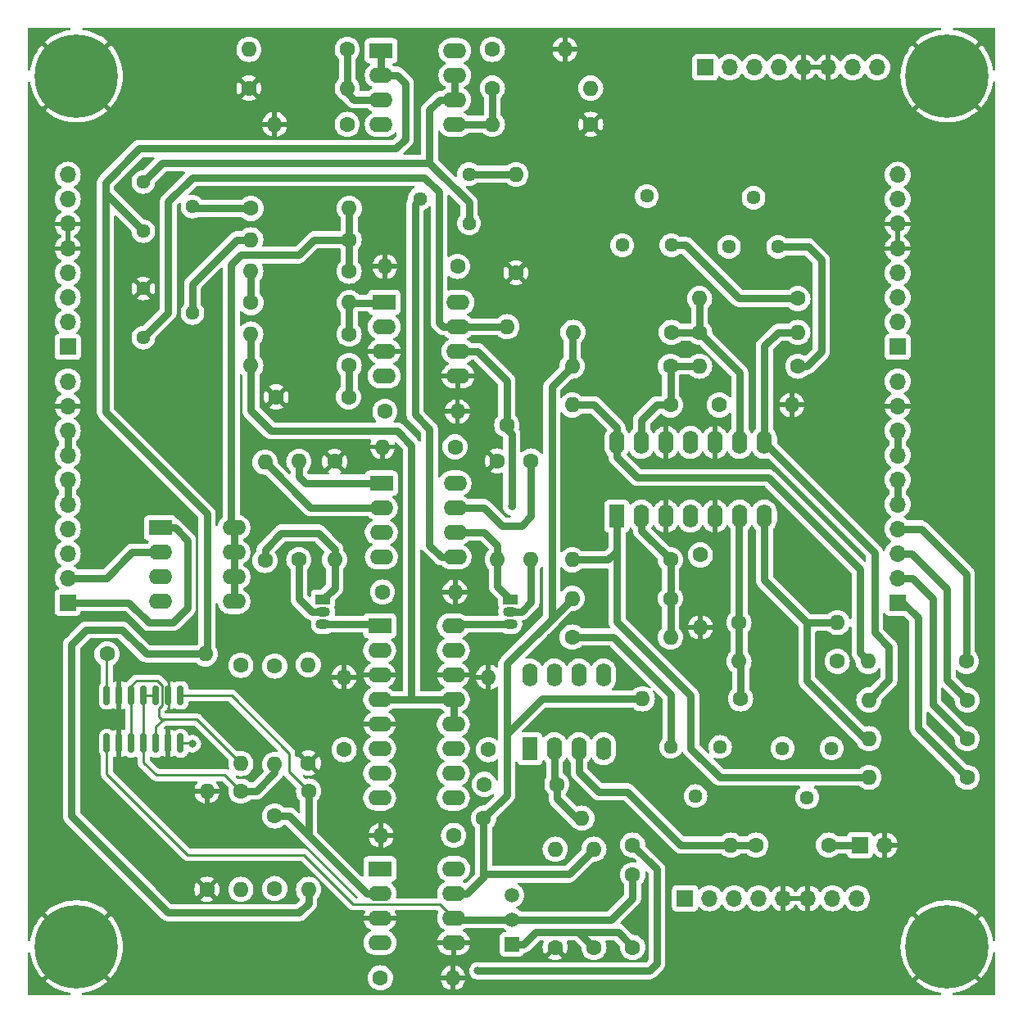
<source format=gbr>
%TF.GenerationSoftware,KiCad,Pcbnew,8.0.6*%
%TF.CreationDate,2024-12-08T11:54:58-05:00*%
%TF.ProjectId,SimpleSaw,53696d70-6c65-4536-9177-2e6b69636164,rev?*%
%TF.SameCoordinates,Original*%
%TF.FileFunction,Copper,L1,Top*%
%TF.FilePolarity,Positive*%
%FSLAX46Y46*%
G04 Gerber Fmt 4.6, Leading zero omitted, Abs format (unit mm)*
G04 Created by KiCad (PCBNEW 8.0.6) date 2024-12-08 11:54:58*
%MOMM*%
%LPD*%
G01*
G04 APERTURE LIST*
G04 Aperture macros list*
%AMRoundRect*
0 Rectangle with rounded corners*
0 $1 Rounding radius*
0 $2 $3 $4 $5 $6 $7 $8 $9 X,Y pos of 4 corners*
0 Add a 4 corners polygon primitive as box body*
4,1,4,$2,$3,$4,$5,$6,$7,$8,$9,$2,$3,0*
0 Add four circle primitives for the rounded corners*
1,1,$1+$1,$2,$3*
1,1,$1+$1,$4,$5*
1,1,$1+$1,$6,$7*
1,1,$1+$1,$8,$9*
0 Add four rect primitives between the rounded corners*
20,1,$1+$1,$2,$3,$4,$5,0*
20,1,$1+$1,$4,$5,$6,$7,0*
20,1,$1+$1,$6,$7,$8,$9,0*
20,1,$1+$1,$8,$9,$2,$3,0*%
G04 Aperture macros list end*
%TA.AperFunction,ComponentPad*%
%ADD10C,1.600000*%
%TD*%
%TA.AperFunction,ComponentPad*%
%ADD11O,1.600000X1.600000*%
%TD*%
%TA.AperFunction,ComponentPad*%
%ADD12C,1.440000*%
%TD*%
%TA.AperFunction,ComponentPad*%
%ADD13R,1.700000X1.700000*%
%TD*%
%TA.AperFunction,ComponentPad*%
%ADD14O,1.700000X1.700000*%
%TD*%
%TA.AperFunction,ComponentPad*%
%ADD15C,8.600000*%
%TD*%
%TA.AperFunction,ComponentPad*%
%ADD16R,1.500000X1.500000*%
%TD*%
%TA.AperFunction,ComponentPad*%
%ADD17C,1.500000*%
%TD*%
%TA.AperFunction,ComponentPad*%
%ADD18R,2.400000X1.600000*%
%TD*%
%TA.AperFunction,ComponentPad*%
%ADD19O,2.400000X1.600000*%
%TD*%
%TA.AperFunction,SMDPad,CuDef*%
%ADD20RoundRect,0.150000X0.150000X-0.825000X0.150000X0.825000X-0.150000X0.825000X-0.150000X-0.825000X0*%
%TD*%
%TA.AperFunction,ComponentPad*%
%ADD21R,1.600000X2.400000*%
%TD*%
%TA.AperFunction,ComponentPad*%
%ADD22O,1.600000X2.400000*%
%TD*%
%TA.AperFunction,ComponentPad*%
%ADD23R,1.500000X1.050000*%
%TD*%
%TA.AperFunction,ComponentPad*%
%ADD24O,1.500000X1.050000*%
%TD*%
%TA.AperFunction,ViaPad*%
%ADD25C,0.800000*%
%TD*%
%TA.AperFunction,Conductor*%
%ADD26C,0.750000*%
%TD*%
%TA.AperFunction,Conductor*%
%ADD27C,0.250000*%
%TD*%
G04 APERTURE END LIST*
D10*
%TO.P,R38,1*%
%TO.N,Net-(U7C--)*%
X66500000Y-31500000D03*
D11*
%TO.P,R38,2*%
%TO.N,/SAW_OUT*%
X56340000Y-31500000D03*
%TD*%
D10*
%TO.P,C14,1*%
%TO.N,/+12V*%
X47600000Y-74635000D03*
D11*
%TO.P,C14,2*%
%TO.N,GND*%
X47600000Y-67135000D03*
%TD*%
D12*
%TO.P,RV3,1,1*%
%TO.N,Net-(R12-Pad2)*%
X45595000Y-15140000D03*
%TO.P,RV3,2,2*%
%TO.N,Net-(U4B-+)*%
X40515000Y-17680000D03*
%TO.P,RV3,3,3*%
%TO.N,/-5V_BUFF*%
X45595000Y-20220000D03*
%TD*%
D10*
%TO.P,C16,1*%
%TO.N,/+12V*%
X44000000Y-83500000D03*
D11*
%TO.P,C16,2*%
%TO.N,GND*%
X36500000Y-83500000D03*
%TD*%
D12*
%TO.P,RV4,1,1*%
%TO.N,Net-(R29-Pad1)*%
X66460000Y-74345000D03*
%TO.P,RV4,2,2*%
%TO.N,/+12V*%
X69000000Y-79425000D03*
%TO.P,RV4,3,3*%
X71540000Y-74345000D03*
%TD*%
D10*
%TO.P,R25,1*%
%TO.N,/+5V_BUFF*%
X62500000Y-84500000D03*
D11*
%TO.P,R25,2*%
%TO.N,Net-(U6--)*%
X72660000Y-84500000D03*
%TD*%
D10*
%TO.P,C12,1*%
%TO.N,/+12V*%
X48000000Y-2250000D03*
D11*
%TO.P,C12,2*%
%TO.N,GND*%
X55500000Y-2250000D03*
%TD*%
D13*
%TO.P,J3,1,Pin_1*%
%TO.N,/+12V*%
X89900000Y-33000000D03*
D14*
%TO.P,J3,2,Pin_2*%
X89900000Y-30460000D03*
%TO.P,J3,3,Pin_3*%
%TO.N,+5V*%
X89900000Y-27920000D03*
%TO.P,J3,4,Pin_4*%
X89900000Y-25380000D03*
%TO.P,J3,5,Pin_5*%
%TO.N,GND*%
X89900000Y-22840000D03*
%TO.P,J3,6,Pin_6*%
X89900000Y-20300000D03*
%TO.P,J3,7,Pin_7*%
%TO.N,/-12V*%
X89900000Y-17760000D03*
%TO.P,J3,8,Pin_8*%
X89900000Y-15220000D03*
%TD*%
D15*
%TO.P,H1,1,1*%
%TO.N,GND*%
X5000000Y-5000000D03*
%TD*%
D10*
%TO.P,R24,1*%
%TO.N,/SAW_OUT*%
X47095000Y-81720000D03*
D11*
%TO.P,R24,2*%
%TO.N,Net-(U6-+)*%
X57255000Y-81720000D03*
%TD*%
D10*
%TO.P,R17,1*%
%TO.N,Net-(Q2-B)*%
X28000000Y-55000000D03*
D11*
%TO.P,R17,2*%
%TO.N,Net-(R17-Pad2)*%
X28000000Y-44840000D03*
%TD*%
D10*
%TO.P,R11,1*%
%TO.N,Net-(C1-Pad1)*%
X33195000Y-34930000D03*
D11*
%TO.P,R11,2*%
%TO.N,Net-(U3A--)*%
X23035000Y-34930000D03*
%TD*%
D10*
%TO.P,R33,1*%
%TO.N,Net-(R33-Pad1)*%
X83660000Y-65500000D03*
D11*
%TO.P,R33,2*%
%TO.N,Net-(U7B--)*%
X73500000Y-65500000D03*
%TD*%
D16*
%TO.P,Q4,1,D*%
%TO.N,Net-(Q4-D)*%
X50035000Y-94760000D03*
D17*
%TO.P,Q4,2,S*%
%TO.N,Net-(Q4-S)*%
X50035000Y-92220000D03*
%TO.P,Q4,3,G*%
%TO.N,Net-(Q4-G)*%
X50035000Y-89680000D03*
%TD*%
D10*
%TO.P,R27,1*%
%TO.N,Net-(Q3-Pad10)*%
X22000000Y-78920000D03*
D11*
%TO.P,R27,2*%
%TO.N,Net-(C5-Pad2)*%
X22000000Y-89080000D03*
%TD*%
D10*
%TO.P,R6,1*%
%TO.N,GND*%
X22840000Y-6250000D03*
D11*
%TO.P,R6,2*%
%TO.N,/+5V_NOBUFF*%
X33000000Y-6250000D03*
%TD*%
D18*
%TO.P,U1,1*%
%TO.N,Net-(R10-Pad1)*%
X36820000Y-28380000D03*
D19*
%TO.P,U1,2,-*%
%TO.N,Net-(U1A--)*%
X36820000Y-30920000D03*
%TO.P,U1,3,+*%
%TO.N,GND*%
X36820000Y-33460000D03*
%TO.P,U1,4,V-*%
%TO.N,/-12V*%
X36820000Y-36000000D03*
%TO.P,U1,5,+*%
%TO.N,GND*%
X44440000Y-36000000D03*
%TO.P,U1,6,-*%
%TO.N,Net-(U1B--)*%
X44440000Y-33460000D03*
%TO.P,U1,7*%
%TO.N,Net-(R9-Pad2)*%
X44440000Y-30920000D03*
%TO.P,U1,8,V+*%
%TO.N,/+12V*%
X44440000Y-28380000D03*
%TD*%
D10*
%TO.P,R40,1*%
%TO.N,Net-(J6-Pin_3)*%
X97080000Y-69500000D03*
D11*
%TO.P,R40,2*%
%TO.N,Net-(R39-Pad2)*%
X86920000Y-69500000D03*
%TD*%
D10*
%TO.P,R29,1*%
%TO.N,Net-(R29-Pad1)*%
X56260000Y-63000000D03*
D11*
%TO.P,R29,2*%
%TO.N,Net-(U7A--)*%
X66420000Y-63000000D03*
%TD*%
D10*
%TO.P,R26,1*%
%TO.N,Net-(U5A--)*%
X29000000Y-78920000D03*
D11*
%TO.P,R26,2*%
%TO.N,/+5V_BUFF*%
X29000000Y-89080000D03*
%TD*%
D10*
%TO.P,R13,1*%
%TO.N,Net-(R13-Pad1)*%
X52000000Y-44805000D03*
D11*
%TO.P,R13,2*%
%TO.N,Net-(Q1-B)*%
X52000000Y-54965000D03*
%TD*%
D15*
%TO.P,H2,1,1*%
%TO.N,GND*%
X95000000Y-5000000D03*
%TD*%
D12*
%TO.P,RV5,1,1*%
%TO.N,Net-(R33-Pad1)*%
X78000000Y-74500000D03*
%TO.P,RV5,2,2*%
%TO.N,/+12V*%
X80540000Y-79580000D03*
%TO.P,RV5,3,3*%
X83080000Y-74500000D03*
%TD*%
D18*
%TO.P,U5,1*%
%TO.N,Net-(C5-Pad2)*%
X36380000Y-86960000D03*
D19*
%TO.P,U5,2,-*%
%TO.N,Net-(U5A--)*%
X36380000Y-89500000D03*
%TO.P,U5,3,+*%
%TO.N,GND*%
X36380000Y-92040000D03*
%TO.P,U5,4,V-*%
%TO.N,/-12V*%
X36380000Y-94580000D03*
%TO.P,U5,5,+*%
%TO.N,GND*%
X44000000Y-94580000D03*
%TO.P,U5,6,-*%
%TO.N,Net-(Q4-S)*%
X44000000Y-92040000D03*
%TO.P,U5,7*%
%TO.N,/SAW_OUT*%
X44000000Y-89500000D03*
%TO.P,U5,8,V+*%
%TO.N,/+12V*%
X44000000Y-86960000D03*
%TD*%
D10*
%TO.P,R5,1*%
%TO.N,/+5V_NOBUFF*%
X33000000Y-2250000D03*
D11*
%TO.P,R5,2*%
%TO.N,/+12V*%
X22840000Y-2250000D03*
%TD*%
D13*
%TO.P,J7,1,Pin_1*%
%TO.N,/+12V*%
X4110000Y-33000000D03*
D14*
%TO.P,J7,2,Pin_2*%
X4110000Y-30460000D03*
%TO.P,J7,3,Pin_3*%
%TO.N,+5V*%
X4110000Y-27920000D03*
%TO.P,J7,4,Pin_4*%
X4110000Y-25380000D03*
%TO.P,J7,5,Pin_5*%
%TO.N,GND*%
X4110000Y-22840000D03*
%TO.P,J7,6,Pin_6*%
X4110000Y-20300000D03*
%TO.P,J7,7,Pin_7*%
%TO.N,/-12V*%
X4110000Y-17760000D03*
%TO.P,J7,8,Pin_8*%
X4110000Y-15220000D03*
%TD*%
D10*
%TO.P,R3,1*%
%TO.N,Net-(R1-Pad2)*%
X33195000Y-25180000D03*
D11*
%TO.P,R3,2*%
%TO.N,Net-(U1A--)*%
X23035000Y-25180000D03*
%TD*%
D10*
%TO.P,R23,1*%
%TO.N,Net-(U4A-+)*%
X25500000Y-66000000D03*
D11*
%TO.P,R23,2*%
%TO.N,Net-(Q3-Pad10)*%
X25500000Y-76160000D03*
%TD*%
D10*
%TO.P,R12,1*%
%TO.N,GND*%
X50440000Y-25340000D03*
D11*
%TO.P,R12,2*%
%TO.N,Net-(R12-Pad2)*%
X50440000Y-15180000D03*
%TD*%
D10*
%TO.P,C1,1*%
%TO.N,Net-(C1-Pad1)*%
X33145000Y-38180000D03*
%TO.P,C1,2*%
%TO.N,GND*%
X25645000Y-38180000D03*
%TD*%
%TO.P,C5,1*%
%TO.N,Net-(U5A--)*%
X25500000Y-81500000D03*
%TO.P,C5,2*%
%TO.N,Net-(C5-Pad2)*%
X25500000Y-89000000D03*
%TD*%
%TO.P,C7,1*%
%TO.N,/-12V*%
X36895000Y-39680000D03*
D11*
%TO.P,C7,2*%
%TO.N,GND*%
X44395000Y-39680000D03*
%TD*%
D10*
%TO.P,R43,1*%
%TO.N,Net-(U7D--)*%
X66420000Y-39000000D03*
D11*
%TO.P,R43,2*%
%TO.N,Net-(R43-Pad2)*%
X56260000Y-39000000D03*
%TD*%
D10*
%TO.P,C13,1*%
%TO.N,/+12V*%
X44395000Y-24680000D03*
D11*
%TO.P,C13,2*%
%TO.N,GND*%
X36895000Y-24680000D03*
%TD*%
D13*
%TO.P,J5,1,Pin_1*%
%TO.N,/SYNC*%
X86000000Y-84500000D03*
D14*
%TO.P,J5,2,Pin_2*%
%TO.N,GND*%
X88540000Y-84500000D03*
%TD*%
D10*
%TO.P,R14,1*%
%TO.N,GND*%
X48500000Y-44805000D03*
D11*
%TO.P,R14,2*%
%TO.N,Net-(Q1-E)*%
X48500000Y-54965000D03*
%TD*%
D10*
%TO.P,R37,1*%
%TO.N,Net-(R37-Pad1)*%
X79580000Y-28000000D03*
D11*
%TO.P,R37,2*%
%TO.N,Net-(U7C--)*%
X69420000Y-28000000D03*
%TD*%
D13*
%TO.P,J2,1,Pin_1*%
%TO.N,/+12V*%
X67920000Y-90000000D03*
D14*
%TO.P,J2,2,Pin_2*%
X70460000Y-90000000D03*
%TO.P,J2,3,Pin_3*%
%TO.N,+5V*%
X73000000Y-90000000D03*
%TO.P,J2,4,Pin_4*%
X75540000Y-90000000D03*
%TO.P,J2,5,Pin_5*%
%TO.N,GND*%
X78080000Y-90000000D03*
%TO.P,J2,6,Pin_6*%
X80620000Y-90000000D03*
%TO.P,J2,7,Pin_7*%
%TO.N,/-12V*%
X83160000Y-90000000D03*
%TO.P,J2,8,Pin_8*%
X85700000Y-90000000D03*
%TD*%
D10*
%TO.P,C4,1*%
%TO.N,Net-(U6-+)*%
X54675000Y-78220000D03*
%TO.P,C4,2*%
%TO.N,Net-(Q4-G)*%
X47175000Y-78220000D03*
%TD*%
%TO.P,R22,1*%
%TO.N,Net-(Q4-D)*%
X58500000Y-95080000D03*
D11*
%TO.P,R22,2*%
%TO.N,/SAW_OUT*%
X58500000Y-84920000D03*
%TD*%
D20*
%TO.P,Q3,1*%
%TO.N,Net-(Q4-S)*%
X8150000Y-73974999D03*
%TO.P,Q3,2*%
%TO.N,GND*%
X9420000Y-73974999D03*
%TO.P,Q3,3*%
%TO.N,Net-(Q3-Pad12)*%
X10690000Y-73974999D03*
%TO.P,Q3,4,SUB*%
%TO.N,Net-(Q3-Pad10)*%
X11960000Y-73974999D03*
%TO.P,Q3,5*%
%TO.N,Net-(Q3-Pad12)*%
X13230000Y-73974999D03*
%TO.P,Q3,6*%
%TO.N,GND*%
X14500000Y-73974999D03*
%TO.P,Q3,7*%
%TO.N,Net-(U1B--)*%
X15770000Y-73974999D03*
%TO.P,Q3,8*%
%TO.N,Net-(U5A--)*%
X15770000Y-69024999D03*
%TO.P,Q3,9*%
%TO.N,GND*%
X14500000Y-69024999D03*
%TO.P,Q3,10*%
%TO.N,Net-(Q3-Pad10)*%
X13230000Y-69024999D03*
%TO.P,Q3,11,SUB*%
X11960000Y-69024999D03*
%TO.P,Q3,12*%
%TO.N,Net-(Q3-Pad12)*%
X10690000Y-69024999D03*
%TO.P,Q3,13*%
%TO.N,GND*%
X9420000Y-69024999D03*
%TO.P,Q3,14*%
%TO.N,Net-(Q3-Pad14)*%
X8150000Y-69024999D03*
%TD*%
D10*
%TO.P,R41,1*%
%TO.N,Net-(R41-Pad1)*%
X79580000Y-35000000D03*
D11*
%TO.P,R41,2*%
%TO.N,Net-(U7D--)*%
X69420000Y-35000000D03*
%TD*%
D10*
%TO.P,R4,1*%
%TO.N,Net-(U1A--)*%
X23045000Y-28430000D03*
D11*
%TO.P,R4,2*%
%TO.N,Net-(R10-Pad1)*%
X33205000Y-28430000D03*
%TD*%
D10*
%TO.P,R35,1*%
%TO.N,Net-(U7B--)*%
X73500000Y-61500000D03*
D11*
%TO.P,R35,2*%
%TO.N,Net-(R35-Pad2)*%
X83660000Y-61500000D03*
%TD*%
D10*
%TO.P,C8,1*%
%TO.N,/-12V*%
X32675000Y-74635000D03*
D11*
%TO.P,C8,2*%
%TO.N,GND*%
X32675000Y-67135000D03*
%TD*%
D13*
%TO.P,J6,1,Pin_1*%
%TO.N,Net-(J6-Pin_1)*%
X89900000Y-59436000D03*
D14*
%TO.P,J6,2,Pin_2*%
%TO.N,Net-(J6-Pin_2)*%
X89900000Y-56896000D03*
%TO.P,J6,3,Pin_3*%
%TO.N,Net-(J6-Pin_3)*%
X89900000Y-54356000D03*
%TO.P,J6,4,Pin_4*%
%TO.N,Net-(J6-Pin_4)*%
X89900000Y-51816000D03*
%TO.P,J6,5,Pin_5*%
%TO.N,TRIGGER_IN*%
X89900000Y-49276000D03*
%TO.P,J6,6,Pin_6*%
X89900000Y-46736000D03*
%TO.P,J6,7,Pin_7*%
%TO.N,GATE_IN*%
X89900000Y-44196000D03*
%TO.P,J6,8,Pin_8*%
X89900000Y-41656000D03*
%TO.P,J6,9,Pin_9*%
%TO.N,GND*%
X89900000Y-39116000D03*
%TO.P,J6,10,Pin_10*%
%TO.N,+5V*%
X89900000Y-36576000D03*
%TD*%
D12*
%TO.P,RV7,1,1*%
%TO.N,Net-(R41-Pad1)*%
X77540000Y-22655000D03*
%TO.P,RV7,2,2*%
%TO.N,/+12V*%
X75000000Y-17575000D03*
%TO.P,RV7,3,3*%
X72460000Y-22655000D03*
%TD*%
D13*
%TO.P,J4,1,Pin_1*%
%TO.N,/CV1*%
X4110000Y-59436000D03*
D14*
%TO.P,J4,2,Pin_2*%
%TO.N,/CV2*%
X4110000Y-56896000D03*
%TO.P,J4,3,Pin_3*%
%TO.N,/CV3*%
X4110000Y-54356000D03*
%TO.P,J4,4,Pin_4*%
%TO.N,/CV4*%
X4110000Y-51816000D03*
%TO.P,J4,5,Pin_5*%
%TO.N,TRIGGER_IN*%
X4110000Y-49276000D03*
%TO.P,J4,6,Pin_6*%
X4110000Y-46736000D03*
%TO.P,J4,7,Pin_7*%
%TO.N,GATE_IN*%
X4110000Y-44196000D03*
%TO.P,J4,8,Pin_8*%
X4110000Y-41656000D03*
%TO.P,J4,9,Pin_9*%
%TO.N,GND*%
X4110000Y-39116000D03*
%TO.P,J4,10,Pin_10*%
%TO.N,+5V*%
X4110000Y-36576000D03*
%TD*%
D10*
%TO.P,R39,1*%
%TO.N,Net-(U7C--)*%
X69420000Y-31500000D03*
D11*
%TO.P,R39,2*%
%TO.N,Net-(R39-Pad2)*%
X79580000Y-31500000D03*
%TD*%
D10*
%TO.P,R36,1*%
%TO.N,Net-(J6-Pin_2)*%
X97080000Y-73500000D03*
D11*
%TO.P,R36,2*%
%TO.N,Net-(R35-Pad2)*%
X86920000Y-73500000D03*
%TD*%
D10*
%TO.P,C9,1*%
%TO.N,/-12V*%
X36645000Y-58335000D03*
D11*
%TO.P,C9,2*%
%TO.N,GND*%
X44145000Y-58335000D03*
%TD*%
D10*
%TO.P,C3,1*%
%TO.N,/SYNC*%
X82750000Y-84500000D03*
%TO.P,C3,2*%
%TO.N,Net-(U6--)*%
X75250000Y-84500000D03*
%TD*%
D18*
%TO.P,U3,1*%
%TO.N,Net-(Q2-C)*%
X36350000Y-61845000D03*
D19*
%TO.P,U3,2,DIODE_BIAS*%
%TO.N,unconnected-(U3C-DIODE_BIAS-Pad2)*%
X36350000Y-64385000D03*
%TO.P,U3,3,+*%
%TO.N,GND*%
X36350000Y-66925000D03*
%TO.P,U3,4,-*%
%TO.N,Net-(U3A--)*%
X36350000Y-69465000D03*
%TO.P,U3,5*%
%TO.N,GND*%
X36350000Y-72005000D03*
%TO.P,U3,6,V-*%
%TO.N,/-12V*%
X36350000Y-74545000D03*
%TO.P,U3,7*%
%TO.N,N/C*%
X36350000Y-77085000D03*
%TO.P,U3,8*%
X36350000Y-79625000D03*
%TO.P,U3,9*%
X43970000Y-79625000D03*
%TO.P,U3,10*%
X43970000Y-77085000D03*
%TO.P,U3,11,V+*%
%TO.N,/+12V*%
X43970000Y-74545000D03*
%TO.P,U3,12*%
%TO.N,Net-(U3A--)*%
X43970000Y-72005000D03*
%TO.P,U3,13,-*%
X43970000Y-69465000D03*
%TO.P,U3,14,+*%
%TO.N,GND*%
X43970000Y-66925000D03*
%TO.P,U3,15,DIODE_BIAS*%
%TO.N,unconnected-(U3A-DIODE_BIAS-Pad15)*%
X43970000Y-64385000D03*
%TO.P,U3,16*%
%TO.N,Net-(Q1-C)*%
X43970000Y-61845000D03*
%TD*%
D10*
%TO.P,R7,1*%
%TO.N,/-5V_NOBUFF*%
X48000000Y-6250000D03*
D11*
%TO.P,R7,2*%
%TO.N,/-12V*%
X58160000Y-6250000D03*
%TD*%
D10*
%TO.P,C6,1*%
%TO.N,/-12V*%
X33000000Y-10000000D03*
D11*
%TO.P,C6,2*%
%TO.N,GND*%
X25500000Y-10000000D03*
%TD*%
D10*
%TO.P,R42,1*%
%TO.N,Net-(U7D--)*%
X66420000Y-35000000D03*
D11*
%TO.P,R42,2*%
%TO.N,/SAW_OUT*%
X56260000Y-35000000D03*
%TD*%
D10*
%TO.P,C2,1*%
%TO.N,Net-(Q4-S)*%
X62500000Y-87580000D03*
%TO.P,C2,2*%
%TO.N,Net-(Q4-D)*%
X62500000Y-95080000D03*
%TD*%
%TO.P,R15,1*%
%TO.N,GND*%
X31705000Y-44840000D03*
D11*
%TO.P,R15,2*%
%TO.N,Net-(Q2-E)*%
X31705000Y-55000000D03*
%TD*%
D18*
%TO.P,U2,1*%
%TO.N,/+5V_BUFF*%
X36500000Y-2380000D03*
D19*
%TO.P,U2,2,-*%
X36500000Y-4920000D03*
%TO.P,U2,3,+*%
%TO.N,/+5V_NOBUFF*%
X36500000Y-7460000D03*
%TO.P,U2,4,V-*%
%TO.N,/-12V*%
X36500000Y-10000000D03*
%TO.P,U2,5,+*%
%TO.N,/-5V_NOBUFF*%
X44120000Y-10000000D03*
%TO.P,U2,6,-*%
%TO.N,/-5V_BUFF*%
X44120000Y-7460000D03*
%TO.P,U2,7*%
X44120000Y-4920000D03*
%TO.P,U2,8,V+*%
%TO.N,/+12V*%
X44120000Y-2380000D03*
%TD*%
D21*
%TO.P,U6,1,GND*%
%TO.N,/-12V*%
X51875000Y-74545000D03*
D22*
%TO.P,U6,2,+*%
%TO.N,Net-(U6-+)*%
X54415000Y-74545000D03*
%TO.P,U6,3,-*%
%TO.N,Net-(U6--)*%
X56955000Y-74545000D03*
%TO.P,U6,4,V-*%
%TO.N,/-12V*%
X59495000Y-74545000D03*
%TO.P,U6,5,BAL*%
%TO.N,/+12V*%
X59495000Y-66925000D03*
%TO.P,U6,6,STRB*%
X56955000Y-66925000D03*
%TO.P,U6,7*%
%TO.N,Net-(Q4-G)*%
X54415000Y-66925000D03*
%TO.P,U6,8,V+*%
%TO.N,/+12V*%
X51875000Y-66925000D03*
%TD*%
D10*
%TO.P,R44,1*%
%TO.N,Net-(J6-Pin_4)*%
X97000000Y-65500000D03*
D11*
%TO.P,R44,2*%
%TO.N,Net-(R43-Pad2)*%
X86840000Y-65500000D03*
%TD*%
D10*
%TO.P,R31,1*%
%TO.N,Net-(J6-Pin_1)*%
X97080000Y-77500000D03*
D11*
%TO.P,R31,2*%
%TO.N,Net-(R30-Pad2)*%
X86920000Y-77500000D03*
%TD*%
D12*
%TO.P,RV1,1,1*%
%TO.N,/+5V_BUFF*%
X11920000Y-21040000D03*
%TO.P,RV1,2,2*%
%TO.N,Net-(R1-Pad1)*%
X17000000Y-18500000D03*
%TO.P,RV1,3,3*%
%TO.N,/-5V_BUFF*%
X11920000Y-15960000D03*
%TD*%
D23*
%TO.P,Q2,1,E*%
%TO.N,Net-(Q2-E)*%
X30490000Y-59115000D03*
D24*
%TO.P,Q2,2,B*%
%TO.N,Net-(Q2-B)*%
X30490000Y-60385000D03*
%TO.P,Q2,3,C*%
%TO.N,Net-(Q2-C)*%
X30490000Y-61655000D03*
%TD*%
D15*
%TO.P,H4,1,1*%
%TO.N,GND*%
X95000000Y-95000000D03*
%TD*%
D10*
%TO.P,C11,1*%
%TO.N,/-12V*%
X71460000Y-39000000D03*
D11*
%TO.P,C11,2*%
%TO.N,GND*%
X78960000Y-39000000D03*
%TD*%
D10*
%TO.P,R2,1*%
%TO.N,Net-(R1-Pad2)*%
X33195000Y-21930000D03*
D11*
%TO.P,R2,2*%
%TO.N,Net-(R2-Pad2)*%
X23035000Y-21930000D03*
%TD*%
D10*
%TO.P,R28,1*%
%TO.N,GND*%
X54500000Y-95080000D03*
D11*
%TO.P,R28,2*%
%TO.N,Net-(Q4-G)*%
X54500000Y-84920000D03*
%TD*%
D23*
%TO.P,Q1,1,E*%
%TO.N,Net-(Q1-E)*%
X49850000Y-59115000D03*
D24*
%TO.P,Q1,2,B*%
%TO.N,Net-(Q1-B)*%
X49850000Y-60385000D03*
%TO.P,Q1,3,C*%
%TO.N,Net-(Q1-C)*%
X49850000Y-61655000D03*
%TD*%
D18*
%TO.P,U4,1*%
%TO.N,Net-(R17-Pad2)*%
X36525000Y-47085000D03*
D19*
%TO.P,U4,2,-*%
%TO.N,Net-(U4A--)*%
X36525000Y-49625000D03*
%TO.P,U4,3,+*%
%TO.N,Net-(U4A-+)*%
X36525000Y-52165000D03*
%TO.P,U4,4,V-*%
%TO.N,/-12V*%
X36525000Y-54705000D03*
%TO.P,U4,5,+*%
%TO.N,Net-(U4B-+)*%
X44145000Y-54705000D03*
%TO.P,U4,6,-*%
%TO.N,Net-(Q1-E)*%
X44145000Y-52165000D03*
%TO.P,U4,7*%
%TO.N,Net-(R13-Pad1)*%
X44145000Y-49625000D03*
%TO.P,U4,8,V+*%
%TO.N,/+12V*%
X44145000Y-47085000D03*
%TD*%
D12*
%TO.P,RV2,1,1*%
%TO.N,Net-(R9-Pad2)*%
X11920000Y-32040000D03*
%TO.P,RV2,2,2*%
%TO.N,Net-(R2-Pad2)*%
X17000000Y-29500000D03*
%TO.P,RV2,3,3*%
%TO.N,GND*%
X11920000Y-26960000D03*
%TD*%
D10*
%TO.P,R34,1*%
%TO.N,Net-(U7B--)*%
X73660000Y-69380000D03*
D11*
%TO.P,R34,2*%
%TO.N,/SAW_OUT*%
X63500000Y-69380000D03*
%TD*%
D10*
%TO.P,R32,1*%
%TO.N,Net-(U7A--)*%
X66420000Y-59000000D03*
D11*
%TO.P,R32,2*%
%TO.N,/SAW_OUT*%
X56260000Y-59000000D03*
%TD*%
D10*
%TO.P,C10,1*%
%TO.N,/-12V*%
X36425000Y-98220000D03*
D11*
%TO.P,C10,2*%
%TO.N,GND*%
X43925000Y-98220000D03*
%TD*%
D18*
%TO.P,SW1,1*%
%TO.N,/CV1*%
X13675000Y-51700000D03*
D19*
%TO.P,SW1,2*%
%TO.N,/CV2*%
X13675000Y-54240000D03*
%TO.P,SW1,3*%
%TO.N,/CV3*%
X13675000Y-56780000D03*
%TO.P,SW1,4*%
%TO.N,/CV4*%
X13675000Y-59320000D03*
%TO.P,SW1,5*%
%TO.N,Net-(R1-Pad2)*%
X21295000Y-59320000D03*
%TO.P,SW1,6*%
X21295000Y-56780000D03*
%TO.P,SW1,7*%
X21295000Y-54240000D03*
%TO.P,SW1,8*%
X21295000Y-51700000D03*
%TD*%
D10*
%TO.P,R16,1*%
%TO.N,GND*%
X18500000Y-89080000D03*
D11*
%TO.P,R16,2*%
X18500000Y-78920000D03*
%TD*%
D21*
%TO.P,U7,1*%
%TO.N,Net-(R30-Pad2)*%
X60875000Y-50500000D03*
D22*
%TO.P,U7,2,-*%
%TO.N,Net-(U7A--)*%
X63415000Y-50500000D03*
%TO.P,U7,3,+*%
%TO.N,GND*%
X65955000Y-50500000D03*
%TO.P,U7,4,V+*%
%TO.N,/+12V*%
X68495000Y-50500000D03*
%TO.P,U7,5,+*%
%TO.N,GND*%
X71035000Y-50500000D03*
%TO.P,U7,6,-*%
%TO.N,Net-(U7B--)*%
X73575000Y-50500000D03*
%TO.P,U7,7*%
%TO.N,Net-(R35-Pad2)*%
X76115000Y-50500000D03*
%TO.P,U7,8*%
%TO.N,Net-(R39-Pad2)*%
X76115000Y-42880000D03*
%TO.P,U7,9,-*%
%TO.N,Net-(U7C--)*%
X73575000Y-42880000D03*
%TO.P,U7,10,+*%
%TO.N,GND*%
X71035000Y-42880000D03*
%TO.P,U7,11,V-*%
%TO.N,/-12V*%
X68495000Y-42880000D03*
%TO.P,U7,12,+*%
%TO.N,GND*%
X65955000Y-42880000D03*
%TO.P,U7,13,-*%
%TO.N,Net-(U7D--)*%
X63415000Y-42880000D03*
%TO.P,U7,14*%
%TO.N,Net-(R43-Pad2)*%
X60875000Y-42880000D03*
%TD*%
D15*
%TO.P,H3,1,1*%
%TO.N,GND*%
X5000000Y-95000000D03*
%TD*%
D12*
%TO.P,RV6,1,1*%
%TO.N,Net-(R37-Pad1)*%
X66500000Y-22500000D03*
%TO.P,RV6,2,2*%
%TO.N,/+12V*%
X63960000Y-17420000D03*
%TO.P,RV6,3,3*%
X61420000Y-22500000D03*
%TD*%
D10*
%TO.P,C15,1*%
%TO.N,/+12V*%
X44145000Y-43335000D03*
D11*
%TO.P,C15,2*%
%TO.N,GND*%
X36645000Y-43335000D03*
%TD*%
D10*
%TO.P,R9,1*%
%TO.N,Net-(U1B--)*%
X49500000Y-41080000D03*
D11*
%TO.P,R9,2*%
%TO.N,Net-(R9-Pad2)*%
X49500000Y-30920000D03*
%TD*%
D10*
%TO.P,R21,1*%
%TO.N,GND*%
X28970000Y-76025000D03*
D11*
%TO.P,R21,2*%
%TO.N,Net-(U4A-+)*%
X28970000Y-65865000D03*
%TD*%
D10*
%TO.P,R8,1*%
%TO.N,GND*%
X58160000Y-10000000D03*
D11*
%TO.P,R8,2*%
%TO.N,/-5V_NOBUFF*%
X48000000Y-10000000D03*
%TD*%
D10*
%TO.P,R10,1*%
%TO.N,Net-(R10-Pad1)*%
X33195000Y-31680000D03*
D11*
%TO.P,R10,2*%
%TO.N,Net-(U3A--)*%
X23035000Y-31680000D03*
%TD*%
D10*
%TO.P,R1,1*%
%TO.N,Net-(R1-Pad1)*%
X23045000Y-18680000D03*
D11*
%TO.P,R1,2*%
%TO.N,Net-(R1-Pad2)*%
X33205000Y-18680000D03*
%TD*%
D10*
%TO.P,R19,1*%
%TO.N,Net-(Q3-Pad14)*%
X8170000Y-64750000D03*
D11*
%TO.P,R19,2*%
%TO.N,/+5V_BUFF*%
X18330000Y-64750000D03*
%TD*%
D10*
%TO.P,R18,1*%
%TO.N,Net-(Q2-E)*%
X24500000Y-55080000D03*
D11*
%TO.P,R18,2*%
%TO.N,Net-(U4A--)*%
X24500000Y-44920000D03*
%TD*%
D10*
%TO.P,R30,1*%
%TO.N,Net-(U7A--)*%
X66420000Y-55000000D03*
D11*
%TO.P,R30,2*%
%TO.N,Net-(R30-Pad2)*%
X56260000Y-55000000D03*
%TD*%
D13*
%TO.P,J1,1,Pin_1*%
%TO.N,/+12V*%
X70000000Y-4110000D03*
D14*
%TO.P,J1,2,Pin_2*%
X72540000Y-4110000D03*
%TO.P,J1,3,Pin_3*%
%TO.N,+5V*%
X75080000Y-4110000D03*
%TO.P,J1,4,Pin_4*%
X77620000Y-4110000D03*
%TO.P,J1,5,Pin_5*%
%TO.N,GND*%
X80160000Y-4110000D03*
%TO.P,J1,6,Pin_6*%
X82700000Y-4110000D03*
%TO.P,J1,7,Pin_7*%
%TO.N,/-12V*%
X85240000Y-4110000D03*
%TO.P,J1,8,Pin_8*%
X87780000Y-4110000D03*
%TD*%
D10*
%TO.P,C17,1*%
%TO.N,/+12V*%
X69500000Y-54500000D03*
D11*
%TO.P,C17,2*%
%TO.N,GND*%
X69500000Y-62000000D03*
%TD*%
D10*
%TO.P,R20,1*%
%TO.N,Net-(U4A--)*%
X22000000Y-65920000D03*
D11*
%TO.P,R20,2*%
%TO.N,Net-(Q3-Pad12)*%
X22000000Y-76080000D03*
%TD*%
D25*
%TO.N,GND*%
X18500000Y-75750000D03*
X56000000Y-45000000D03*
X22000000Y-73500000D03*
X54000000Y-63000000D03*
X25500000Y-79000000D03*
%TO.N,Net-(U1B--)*%
X50000000Y-49500000D03*
X16987347Y-74012653D03*
%TO.N,/+5V_BUFF*%
X46500000Y-97500000D03*
%TD*%
D26*
%TO.N,Net-(C1-Pad1)*%
X33195000Y-38130000D02*
X33145000Y-38180000D01*
X33195000Y-34930000D02*
X33195000Y-38130000D01*
D27*
%TO.N,GND*%
X18420000Y-79000000D02*
X18500000Y-78920000D01*
D26*
%TO.N,Net-(Q4-S)*%
X44030000Y-92010000D02*
X44000000Y-92040000D01*
D27*
X8150000Y-73974999D02*
X8150000Y-77150000D01*
D26*
X50035000Y-92220000D02*
X44180000Y-92220000D01*
X44180000Y-92220000D02*
X44000000Y-92040000D01*
X62500000Y-90000000D02*
X62500000Y-87580000D01*
D27*
X28500000Y-85500000D02*
X33625000Y-90625000D01*
X33625000Y-90625000D02*
X42585000Y-90625000D01*
X8150000Y-77150000D02*
X16500000Y-85500000D01*
D26*
X50035000Y-92220000D02*
X60280000Y-92220000D01*
D27*
X16500000Y-85500000D02*
X28500000Y-85500000D01*
X42585000Y-90625000D02*
X44000000Y-92040000D01*
D26*
X60280000Y-92220000D02*
X62500000Y-90000000D01*
%TO.N,Net-(Q4-D)*%
X56920000Y-93500000D02*
X61000000Y-93500000D01*
X52500000Y-93500000D02*
X56920000Y-93500000D01*
X50035000Y-94760000D02*
X51240000Y-94760000D01*
X56920000Y-93500000D02*
X58500000Y-95080000D01*
X61000000Y-93500000D02*
X62500000Y-95000000D01*
X50075000Y-94720000D02*
X50035000Y-94760000D01*
X51240000Y-94760000D02*
X52500000Y-93500000D01*
X62500000Y-95000000D02*
X62500000Y-95080000D01*
%TO.N,/SYNC*%
X86000000Y-84500000D02*
X82750000Y-84500000D01*
%TO.N,Net-(U6--)*%
X67500000Y-84500000D02*
X62000000Y-79000000D01*
X62000000Y-79000000D02*
X59000000Y-79000000D01*
X75250000Y-84500000D02*
X72660000Y-84500000D01*
X59000000Y-79000000D02*
X56955000Y-76955000D01*
X56955000Y-76955000D02*
X56955000Y-74545000D01*
X72660000Y-84500000D02*
X67500000Y-84500000D01*
%TO.N,Net-(U5A--)*%
X35000000Y-89500000D02*
X29000000Y-83500000D01*
X25500000Y-81500000D02*
X27000000Y-81500000D01*
D27*
X27000000Y-76920000D02*
X29000000Y-78920000D01*
X27000000Y-75000000D02*
X27000000Y-76920000D01*
D26*
X27000000Y-81500000D02*
X29000000Y-83500000D01*
D27*
X15770000Y-69024999D02*
X21024999Y-69024999D01*
D26*
X36380000Y-89500000D02*
X35000000Y-89500000D01*
X29000000Y-83500000D02*
X29000000Y-78920000D01*
D27*
X21024999Y-69024999D02*
X27000000Y-75000000D01*
D26*
%TO.N,/-12V*%
X71500000Y-39040000D02*
X71460000Y-39000000D01*
%TO.N,/CV1*%
X12500000Y-61500000D02*
X15000000Y-61500000D01*
X15200000Y-51700000D02*
X13675000Y-51700000D01*
X10436000Y-59436000D02*
X12500000Y-61500000D01*
X4110000Y-59436000D02*
X10436000Y-59436000D01*
X16500000Y-53000000D02*
X15200000Y-51700000D01*
X15000000Y-61500000D02*
X16500000Y-60000000D01*
X16500000Y-60000000D02*
X16500000Y-53000000D01*
%TO.N,/CV2*%
X10760000Y-54240000D02*
X13675000Y-54240000D01*
X4110000Y-56896000D02*
X8104000Y-56896000D01*
X8104000Y-56896000D02*
X10760000Y-54240000D01*
%TO.N,TRIGGER_IN*%
X89900000Y-49276000D02*
X89900000Y-46736000D01*
X4110000Y-49276000D02*
X4110000Y-46736000D01*
%TO.N,GATE_IN*%
X89900000Y-44196000D02*
X89900000Y-41656000D01*
X4110000Y-44196000D02*
X4110000Y-41656000D01*
%TO.N,Net-(Q1-E)*%
X44225000Y-52085000D02*
X44145000Y-52165000D01*
X48500000Y-54965000D02*
X48500000Y-57765000D01*
X48500000Y-53500000D02*
X48500000Y-54965000D01*
X48500000Y-57765000D02*
X49850000Y-59115000D01*
X44145000Y-52165000D02*
X47165000Y-52165000D01*
X47165000Y-52165000D02*
X48500000Y-53500000D01*
%TO.N,Net-(Q1-B)*%
X51005000Y-60385000D02*
X49850000Y-60385000D01*
X52000000Y-54965000D02*
X52000000Y-59390000D01*
X52000000Y-59390000D02*
X51005000Y-60385000D01*
%TO.N,Net-(Q1-C)*%
X44160000Y-61655000D02*
X43970000Y-61845000D01*
X49850000Y-61655000D02*
X44160000Y-61655000D01*
%TO.N,Net-(Q2-E)*%
X24500000Y-53920000D02*
X24500000Y-55080000D01*
X31845000Y-55140000D02*
X31705000Y-55000000D01*
X31705000Y-53920000D02*
X30035000Y-52250000D01*
X26170000Y-52250000D02*
X24500000Y-53920000D01*
X30035000Y-52250000D02*
X26170000Y-52250000D01*
X31705000Y-55000000D02*
X31705000Y-53920000D01*
X31705000Y-57900000D02*
X30490000Y-59115000D01*
X31705000Y-55000000D02*
X31705000Y-57900000D01*
%TO.N,Net-(Q2-B)*%
X30490000Y-60385000D02*
X29335000Y-60385000D01*
X28000000Y-59050000D02*
X28000000Y-55000000D01*
X29335000Y-60385000D02*
X28000000Y-59050000D01*
%TO.N,Net-(Q2-C)*%
X36160000Y-61655000D02*
X36350000Y-61845000D01*
X30490000Y-61655000D02*
X36160000Y-61655000D01*
D27*
%TO.N,Net-(Q3-Pad12)*%
X13355909Y-67500000D02*
X13855000Y-67999091D01*
X10690000Y-69024999D02*
X10690000Y-73974999D01*
X11240000Y-67500000D02*
X13355909Y-67500000D01*
X14750000Y-71500000D02*
X17420000Y-71500000D01*
X13500000Y-71250000D02*
X13750000Y-71500000D01*
X13855000Y-70050907D02*
X13500000Y-70405907D01*
X17420000Y-71500000D02*
X22000000Y-76080000D01*
X10755000Y-68959999D02*
X10690000Y-69024999D01*
X14000000Y-71500000D02*
X14750000Y-71500000D01*
X13750000Y-71500000D02*
X14750000Y-71500000D01*
X13230000Y-73974999D02*
X13230000Y-72270000D01*
X10690000Y-68050000D02*
X11240000Y-67500000D01*
X13230000Y-72270000D02*
X14000000Y-71500000D01*
X13500000Y-70405907D02*
X13500000Y-71250000D01*
X10690000Y-69024999D02*
X10690000Y-68050000D01*
X13855000Y-67999091D02*
X13855000Y-70050907D01*
D26*
%TO.N,Net-(Q3-Pad10)*%
X23580000Y-78920000D02*
X22000000Y-78920000D01*
X25500000Y-76160000D02*
X25500000Y-77000000D01*
D27*
X11960000Y-73974999D02*
X11960000Y-71500000D01*
X11960000Y-71500000D02*
X11960000Y-69024999D01*
X13250000Y-77250000D02*
X20330000Y-77250000D01*
X20330000Y-77250000D02*
X22000000Y-78920000D01*
X11960000Y-73974999D02*
X11960000Y-75960000D01*
D26*
X25500000Y-77000000D02*
X23580000Y-78920000D01*
D27*
X11960000Y-75960000D02*
X13250000Y-77250000D01*
X11960000Y-69024999D02*
X13230000Y-69024999D01*
D26*
%TO.N,Net-(U1B--)*%
X49500000Y-41080000D02*
X49500000Y-36500000D01*
D27*
X16949693Y-73974999D02*
X16987347Y-74012653D01*
D26*
X46460000Y-33460000D02*
X44440000Y-33460000D01*
D27*
X15770000Y-73974999D02*
X16949693Y-73974999D01*
D26*
X49500000Y-36500000D02*
X46460000Y-33460000D01*
X49500000Y-41080000D02*
X49500000Y-41500000D01*
X50000000Y-42000000D02*
X50000000Y-49500000D01*
X49500000Y-41500000D02*
X50000000Y-42000000D01*
D27*
%TO.N,Net-(Q3-Pad14)*%
X8150000Y-69024999D02*
X8150000Y-64770000D01*
X8150000Y-64770000D02*
X8170000Y-64750000D01*
D26*
%TO.N,Net-(R1-Pad1)*%
X17180000Y-18680000D02*
X17000000Y-18500000D01*
X23045000Y-18505000D02*
X23045000Y-18680000D01*
X23045000Y-18680000D02*
X17180000Y-18680000D01*
%TO.N,Net-(R1-Pad2)*%
X22000000Y-23500000D02*
X21000000Y-24500000D01*
X33195000Y-21930000D02*
X29570000Y-21930000D01*
X21295000Y-51700000D02*
X21295000Y-54240000D01*
X28000000Y-23500000D02*
X22000000Y-23500000D01*
X21295000Y-56780000D02*
X21295000Y-54240000D01*
X33205000Y-18680000D02*
X33205000Y-21920000D01*
X33195000Y-18690000D02*
X33205000Y-18680000D01*
X21295000Y-56780000D02*
X21295000Y-59320000D01*
X21000000Y-24500000D02*
X21000000Y-51405000D01*
X21000000Y-51405000D02*
X21295000Y-51700000D01*
X33195000Y-21930000D02*
X33195000Y-25180000D01*
X29570000Y-21930000D02*
X28000000Y-23500000D01*
X33205000Y-21920000D02*
X33195000Y-21930000D01*
%TO.N,Net-(R2-Pad2)*%
X17000000Y-26500000D02*
X21570000Y-21930000D01*
X21570000Y-21930000D02*
X23035000Y-21930000D01*
X17000000Y-29500000D02*
X17000000Y-26500000D01*
%TO.N,Net-(U1A--)*%
X23035000Y-28420000D02*
X23045000Y-28430000D01*
X23035000Y-25180000D02*
X23035000Y-28420000D01*
%TO.N,Net-(R10-Pad1)*%
X33270000Y-28460000D02*
X36240000Y-28460000D01*
X33195000Y-31680000D02*
X33195000Y-28440000D01*
X33195000Y-28440000D02*
X33205000Y-28430000D01*
X36240000Y-28460000D02*
X36320000Y-28380000D01*
%TO.N,/+5V_NOBUFF*%
X33000000Y-6250000D02*
X33000000Y-2250000D01*
X33710000Y-7460000D02*
X33000000Y-6750000D01*
X36500000Y-7460000D02*
X33710000Y-7460000D01*
%TO.N,/-5V_NOBUFF*%
X44120000Y-10000000D02*
X48000000Y-10000000D01*
X48000000Y-10000000D02*
X48000000Y-6750000D01*
%TO.N,Net-(R9-Pad2)*%
X44440000Y-30920000D02*
X42930000Y-30920000D01*
X17000000Y-15500000D02*
X14500000Y-18000000D01*
X42500000Y-17000000D02*
X41000000Y-15500000D01*
X42930000Y-30920000D02*
X42500000Y-30490000D01*
X42500000Y-30490000D02*
X42500000Y-17000000D01*
X14500000Y-29460000D02*
X11920000Y-32040000D01*
X44440000Y-30920000D02*
X49500000Y-30920000D01*
X14500000Y-18000000D02*
X14500000Y-29460000D01*
X44450000Y-30930000D02*
X44440000Y-30920000D01*
X41000000Y-15500000D02*
X17000000Y-15500000D01*
%TO.N,Net-(U3A--)*%
X23035000Y-35070000D02*
X23065000Y-35100000D01*
X39645000Y-69465000D02*
X36350000Y-69465000D01*
X39645000Y-43180000D02*
X39645000Y-69465000D01*
X25145000Y-41680000D02*
X38145000Y-41680000D01*
X23035000Y-39570000D02*
X25145000Y-41680000D01*
X23035000Y-34930000D02*
X23035000Y-39570000D01*
X23035000Y-34930000D02*
X23035000Y-35070000D01*
X38145000Y-41680000D02*
X39645000Y-43180000D01*
X23035000Y-31680000D02*
X23035000Y-34930000D01*
X43970000Y-69465000D02*
X39645000Y-69465000D01*
X43970000Y-69465000D02*
X43970000Y-72005000D01*
%TO.N,Net-(R12-Pad2)*%
X45595000Y-15140000D02*
X50400000Y-15140000D01*
%TO.N,Net-(R13-Pad1)*%
X49000000Y-51500000D02*
X51000000Y-51500000D01*
X51000000Y-51500000D02*
X52000000Y-50500000D01*
X47125000Y-49625000D02*
X49000000Y-51500000D01*
X52000000Y-50500000D02*
X52000000Y-44805000D01*
X44145000Y-49625000D02*
X47125000Y-49625000D01*
%TO.N,Net-(R17-Pad2)*%
X28000000Y-46420000D02*
X28700000Y-47120000D01*
X36525000Y-47085000D02*
X28735000Y-47085000D01*
X28000000Y-44840000D02*
X28000000Y-46420000D01*
X28735000Y-47085000D02*
X28700000Y-47120000D01*
%TO.N,Net-(U4A--)*%
X24500000Y-44920000D02*
X29205000Y-49625000D01*
X29205000Y-49625000D02*
X36525000Y-49625000D01*
%TO.N,/+5V_BUFF*%
X29000000Y-90540000D02*
X28040000Y-91500000D01*
X8130000Y-17250000D02*
X8000000Y-17250000D01*
X8000000Y-17250000D02*
X8000000Y-16000000D01*
X36500000Y-4920000D02*
X36500000Y-2380000D01*
X39000000Y-11500000D02*
X39000000Y-5750000D01*
X8000000Y-39750000D02*
X8000000Y-17250000D01*
X8000000Y-16000000D02*
X11500000Y-12500000D01*
X4500000Y-81500000D02*
X14500000Y-91500000D01*
X65000000Y-87000000D02*
X65000000Y-96750000D01*
X18330000Y-64750000D02*
X12250000Y-64750000D01*
X64250000Y-97500000D02*
X46500000Y-97500000D01*
X9750000Y-62250000D02*
X6000000Y-62250000D01*
X29000000Y-89080000D02*
X29000000Y-90540000D01*
X18500000Y-64580000D02*
X18500000Y-50250000D01*
X18500000Y-50250000D02*
X8000000Y-39750000D01*
X38170000Y-4920000D02*
X36500000Y-4920000D01*
X62500000Y-84500000D02*
X65000000Y-87000000D01*
X6000000Y-62250000D02*
X4500000Y-63750000D01*
X38000000Y-12500000D02*
X39000000Y-11500000D01*
X11920000Y-21040000D02*
X8130000Y-17250000D01*
X65000000Y-96750000D02*
X64250000Y-97500000D01*
X11500000Y-12500000D02*
X38000000Y-12500000D01*
X18330000Y-64750000D02*
X18500000Y-64580000D01*
X12250000Y-64750000D02*
X9750000Y-62250000D01*
X14500000Y-91500000D02*
X28040000Y-91500000D01*
X4500000Y-63750000D02*
X4500000Y-81500000D01*
X39000000Y-5750000D02*
X38170000Y-4920000D01*
%TO.N,/SAW_OUT*%
X49500000Y-65760000D02*
X54130000Y-61130000D01*
X53120000Y-69380000D02*
X63500000Y-69380000D01*
X58500000Y-84920000D02*
X55920000Y-87500000D01*
X56260000Y-31580000D02*
X56340000Y-31500000D01*
X49500000Y-73000000D02*
X53120000Y-69380000D01*
X49500000Y-73000000D02*
X49500000Y-65760000D01*
X55920000Y-87500000D02*
X47095000Y-87500000D01*
X54130000Y-37130000D02*
X56260000Y-35000000D01*
X47095000Y-87800000D02*
X46675000Y-88220000D01*
X47095000Y-81720000D02*
X47095000Y-87500000D01*
X45395000Y-89500000D02*
X46675000Y-88220000D01*
X56260000Y-35000000D02*
X56260000Y-31580000D01*
X49500000Y-79315000D02*
X49500000Y-73000000D01*
X47095000Y-87500000D02*
X47095000Y-87800000D01*
X44000000Y-89500000D02*
X45395000Y-89500000D01*
X47095000Y-81720000D02*
X49500000Y-79315000D01*
X54130000Y-61130000D02*
X54130000Y-37130000D01*
X46675000Y-88220000D02*
X47175000Y-87720000D01*
X54130000Y-61130000D02*
X56260000Y-59000000D01*
%TO.N,/-5V_BUFF*%
X44120000Y-4920000D02*
X44120000Y-7460000D01*
X45595000Y-20220000D02*
X45595000Y-18095000D01*
X11920000Y-15960000D02*
X13880000Y-14000000D01*
X13880000Y-14000000D02*
X41500000Y-14000000D01*
X41500000Y-8500000D02*
X42540000Y-7460000D01*
X41500000Y-14000000D02*
X41500000Y-8500000D01*
X45595000Y-18095000D02*
X41500000Y-14000000D01*
X42540000Y-7460000D02*
X44120000Y-7460000D01*
%TO.N,Net-(U4B-+)*%
X41500000Y-53500000D02*
X42705000Y-54705000D01*
X42705000Y-54705000D02*
X44145000Y-54705000D01*
X41500000Y-41500000D02*
X41500000Y-53500000D01*
X40000000Y-40000000D02*
X41500000Y-41500000D01*
X40000000Y-18195000D02*
X40000000Y-40000000D01*
X40515000Y-17680000D02*
X40000000Y-18195000D01*
%TO.N,Net-(U7A--)*%
X63415000Y-51995000D02*
X66420000Y-55000000D01*
X66420000Y-59000000D02*
X66420000Y-63000000D01*
X66420000Y-55000000D02*
X66420000Y-59000000D01*
X63415000Y-50500000D02*
X63415000Y-51995000D01*
%TO.N,Net-(R29-Pad1)*%
X60500000Y-63000000D02*
X56260000Y-63000000D01*
X66460000Y-68960000D02*
X60500000Y-63000000D01*
X66460000Y-74345000D02*
X66460000Y-68960000D01*
%TO.N,Net-(R30-Pad2)*%
X59960000Y-55000000D02*
X60875000Y-54085000D01*
X68500000Y-74500000D02*
X68500000Y-69000000D01*
X60875000Y-54085000D02*
X60875000Y-50500000D01*
X60875000Y-61375000D02*
X60875000Y-54085000D01*
X68500000Y-69000000D02*
X60875000Y-61375000D01*
X86920000Y-77500000D02*
X71500000Y-77500000D01*
X71500000Y-77500000D02*
X68500000Y-74500000D01*
X56260000Y-55000000D02*
X59960000Y-55000000D01*
%TO.N,Net-(U7B--)*%
X73660000Y-65660000D02*
X73500000Y-65500000D01*
X73500000Y-61500000D02*
X73500000Y-50575000D01*
X73500000Y-65500000D02*
X73500000Y-61500000D01*
X73660000Y-69380000D02*
X73660000Y-65660000D01*
X73500000Y-50575000D02*
X73575000Y-50500000D01*
%TO.N,Net-(R35-Pad2)*%
X76115000Y-57115000D02*
X80500000Y-61500000D01*
X80500000Y-67500000D02*
X80500000Y-61500000D01*
X86920000Y-73500000D02*
X86500000Y-73500000D01*
X80500000Y-61500000D02*
X81500000Y-61500000D01*
X76115000Y-50500000D02*
X76115000Y-57115000D01*
X86500000Y-73500000D02*
X80500000Y-67500000D01*
X81500000Y-61500000D02*
X83660000Y-61500000D01*
%TO.N,Net-(R37-Pad1)*%
X68000000Y-22500000D02*
X73500000Y-28000000D01*
X66500000Y-22500000D02*
X68000000Y-22500000D01*
X73500000Y-28000000D02*
X79580000Y-28000000D01*
%TO.N,Net-(U7C--)*%
X66340000Y-31660000D02*
X66500000Y-31500000D01*
X69420000Y-31500000D02*
X73575000Y-35655000D01*
X73575000Y-35655000D02*
X73575000Y-42880000D01*
X66500000Y-31500000D02*
X69420000Y-31500000D01*
X69420000Y-31500000D02*
X69420000Y-28000000D01*
%TO.N,Net-(R39-Pad2)*%
X89000000Y-67420000D02*
X86920000Y-69500000D01*
X89000000Y-64000000D02*
X89000000Y-67420000D01*
X87500000Y-62500000D02*
X89000000Y-64000000D01*
X76115000Y-42880000D02*
X87500000Y-54265000D01*
X77500000Y-31500000D02*
X76115000Y-32885000D01*
X79580000Y-31500000D02*
X77500000Y-31500000D01*
X87500000Y-54265000D02*
X87500000Y-62500000D01*
X76115000Y-32885000D02*
X76115000Y-42880000D01*
%TO.N,Net-(U7D--)*%
X66420000Y-39000000D02*
X66420000Y-35000000D01*
X66420000Y-35000000D02*
X69420000Y-35000000D01*
X65000000Y-39000000D02*
X66420000Y-39000000D01*
X63415000Y-42880000D02*
X63415000Y-40585000D01*
X63415000Y-40585000D02*
X65000000Y-39000000D01*
%TO.N,Net-(R41-Pad1)*%
X80500000Y-35000000D02*
X79580000Y-35000000D01*
X82000000Y-33500000D02*
X80500000Y-35000000D01*
X80655000Y-22655000D02*
X82000000Y-24000000D01*
X82000000Y-24000000D02*
X82000000Y-33500000D01*
X77540000Y-22655000D02*
X80655000Y-22655000D01*
%TO.N,Net-(R43-Pad2)*%
X76500000Y-46500000D02*
X63000000Y-46500000D01*
X86000000Y-64660000D02*
X86000000Y-56000000D01*
X86840000Y-65500000D02*
X86000000Y-64660000D01*
X60875000Y-41375000D02*
X60875000Y-42880000D01*
X56260000Y-39000000D02*
X58500000Y-39000000D01*
X60875000Y-44375000D02*
X60875000Y-42880000D01*
X86000000Y-56000000D02*
X76500000Y-46500000D01*
X63000000Y-46500000D02*
X60875000Y-44375000D01*
X58500000Y-39000000D02*
X60875000Y-41375000D01*
%TO.N,Net-(U6-+)*%
X54415000Y-74545000D02*
X54415000Y-77960000D01*
X54675000Y-79720000D02*
X54675000Y-78220000D01*
X54415000Y-77960000D02*
X54675000Y-78220000D01*
X57255000Y-81720000D02*
X56675000Y-81720000D01*
X56675000Y-81720000D02*
X54675000Y-79720000D01*
%TO.N,Net-(J6-Pin_1)*%
X92000000Y-72420000D02*
X92000000Y-61000000D01*
X92000000Y-61000000D02*
X90436000Y-59436000D01*
X90436000Y-59436000D02*
X89900000Y-59436000D01*
X97080000Y-77500000D02*
X92000000Y-72420000D01*
%TO.N,Net-(J6-Pin_4)*%
X97000000Y-65500000D02*
X97000000Y-56500000D01*
X97000000Y-56500000D02*
X92316000Y-51816000D01*
X92316000Y-51816000D02*
X89900000Y-51816000D01*
%TO.N,Net-(J6-Pin_2)*%
X91396000Y-56896000D02*
X89900000Y-56896000D01*
X93500000Y-69920000D02*
X93500000Y-59000000D01*
X93500000Y-59000000D02*
X91396000Y-56896000D01*
X97080000Y-73500000D02*
X93500000Y-69920000D01*
%TO.N,Net-(J6-Pin_3)*%
X95000000Y-67420000D02*
X95000000Y-58000000D01*
X97080000Y-69500000D02*
X95000000Y-67420000D01*
X95000000Y-58000000D02*
X91356000Y-54356000D01*
X91356000Y-54356000D02*
X89900000Y-54356000D01*
%TD*%
%TA.AperFunction,Conductor*%
%TO.N,GND*%
G36*
X205203Y-95592617D02*
G01*
X242977Y-95651395D01*
X246878Y-95669685D01*
X272378Y-95857938D01*
X368313Y-96278258D01*
X501542Y-96688296D01*
X501545Y-96688304D01*
X670985Y-97084730D01*
X670989Y-97084738D01*
X875294Y-97464399D01*
X1112799Y-97824207D01*
X1112800Y-97824208D01*
X1381608Y-98161282D01*
X1432223Y-98214221D01*
X3313097Y-96333347D01*
X3380076Y-96420635D01*
X3579365Y-96619924D01*
X3666651Y-96686901D01*
X1786877Y-98566675D01*
X2004227Y-98756569D01*
X2004244Y-98756582D01*
X2353024Y-99009986D01*
X2723140Y-99231120D01*
X2723146Y-99231123D01*
X3111569Y-99418178D01*
X3111583Y-99418184D01*
X3515209Y-99569667D01*
X3515234Y-99569675D01*
X3930816Y-99684369D01*
X4314473Y-99753993D01*
X4376920Y-99785331D01*
X4412511Y-99845457D01*
X4409946Y-99915279D01*
X4370040Y-99972631D01*
X4305461Y-99999303D01*
X4292332Y-100000000D01*
X124000Y-100000000D01*
X56961Y-99980315D01*
X11206Y-99927511D01*
X0Y-99876000D01*
X0Y-95686330D01*
X19685Y-95619291D01*
X72489Y-95573536D01*
X141647Y-95563592D01*
X205203Y-95592617D01*
G37*
%TD.AperFunction*%
%TA.AperFunction,Conductor*%
G36*
X17176587Y-72145185D02*
G01*
X17197229Y-72161819D01*
X20700586Y-75665176D01*
X20734071Y-75726499D01*
X20732681Y-75784948D01*
X20714365Y-75853307D01*
X20714364Y-75853313D01*
X20694532Y-76079999D01*
X20694532Y-76080001D01*
X20714364Y-76306686D01*
X20714366Y-76306697D01*
X20773258Y-76526488D01*
X20775111Y-76531577D01*
X20772946Y-76532364D01*
X20781959Y-76591745D01*
X20753432Y-76655526D01*
X20694951Y-76693758D01*
X20625083Y-76694305D01*
X20611636Y-76689620D01*
X20545792Y-76662347D01*
X20512452Y-76648537D01*
X20512448Y-76648536D01*
X20512444Y-76648535D01*
X20439899Y-76634105D01*
X20439898Y-76634105D01*
X20391611Y-76624500D01*
X20391607Y-76624500D01*
X20391606Y-76624500D01*
X13560453Y-76624500D01*
X13493414Y-76604815D01*
X13472772Y-76588181D01*
X12621819Y-75737228D01*
X12588334Y-75675905D01*
X12585500Y-75649547D01*
X12585500Y-75480690D01*
X12605185Y-75413651D01*
X12657989Y-75367896D01*
X12727147Y-75357952D01*
X12772616Y-75373956D01*
X12819602Y-75401743D01*
X12819603Y-75401743D01*
X12819606Y-75401745D01*
X12977426Y-75447596D01*
X12977429Y-75447596D01*
X12977431Y-75447597D01*
X13014306Y-75450499D01*
X13014314Y-75450499D01*
X13445686Y-75450499D01*
X13445694Y-75450499D01*
X13482569Y-75447597D01*
X13482571Y-75447596D01*
X13482573Y-75447596D01*
X13531435Y-75433400D01*
X13640398Y-75401743D01*
X13781865Y-75318080D01*
X13781870Y-75318075D01*
X13788026Y-75313300D01*
X13789839Y-75315637D01*
X13838949Y-75288797D01*
X13908643Y-75293755D01*
X13940996Y-75314550D01*
X13942278Y-75312899D01*
X13948447Y-75317684D01*
X14089801Y-75401280D01*
X14247514Y-75447099D01*
X14247511Y-75447099D01*
X14249998Y-75447294D01*
X14250000Y-75447294D01*
X14250000Y-72502702D01*
X14750000Y-72502702D01*
X14750000Y-75447294D01*
X14750001Y-75447294D01*
X14752486Y-75447099D01*
X14910198Y-75401280D01*
X15051550Y-75317685D01*
X15057717Y-75312902D01*
X15059630Y-75315368D01*
X15108222Y-75288801D01*
X15177917Y-75293748D01*
X15210762Y-75314852D01*
X15211969Y-75313297D01*
X15218132Y-75318077D01*
X15218135Y-75318080D01*
X15359602Y-75401743D01*
X15378822Y-75407327D01*
X15517426Y-75447596D01*
X15517429Y-75447596D01*
X15517431Y-75447597D01*
X15554306Y-75450499D01*
X15554314Y-75450499D01*
X15985686Y-75450499D01*
X15985694Y-75450499D01*
X16022569Y-75447597D01*
X16022571Y-75447596D01*
X16022573Y-75447596D01*
X16071435Y-75433400D01*
X16180398Y-75401743D01*
X16321865Y-75318080D01*
X16438081Y-75201864D01*
X16521744Y-75060397D01*
X16551608Y-74957606D01*
X16589214Y-74898720D01*
X16652686Y-74869514D01*
X16700943Y-74873592D01*
X16701187Y-74872446D01*
X16796491Y-74892703D01*
X16892701Y-74913153D01*
X16892702Y-74913153D01*
X17081991Y-74913153D01*
X17081993Y-74913153D01*
X17267150Y-74873797D01*
X17440077Y-74796804D01*
X17593218Y-74685541D01*
X17719880Y-74544869D01*
X17814526Y-74380937D01*
X17873021Y-74200909D01*
X17892807Y-74012653D01*
X17873021Y-73824397D01*
X17814526Y-73644369D01*
X17719880Y-73480437D01*
X17593218Y-73339765D01*
X17590116Y-73337511D01*
X17440081Y-73228504D01*
X17440076Y-73228501D01*
X17267154Y-73151510D01*
X17267149Y-73151508D01*
X17118148Y-73119838D01*
X17081993Y-73112153D01*
X16892701Y-73112153D01*
X16856546Y-73119838D01*
X16715960Y-73149720D01*
X16646292Y-73144404D01*
X16590559Y-73102267D01*
X16569408Y-73053501D01*
X16569366Y-73053514D01*
X16569268Y-73053178D01*
X16568197Y-73050708D01*
X16567598Y-73047429D01*
X16528766Y-72913771D01*
X16521744Y-72889601D01*
X16438081Y-72748134D01*
X16438079Y-72748132D01*
X16438076Y-72748128D01*
X16321870Y-72631922D01*
X16321862Y-72631916D01*
X16228361Y-72576620D01*
X16180398Y-72548255D01*
X16180397Y-72548254D01*
X16180396Y-72548254D01*
X16180393Y-72548253D01*
X16022573Y-72502401D01*
X16022567Y-72502400D01*
X15985701Y-72499499D01*
X15985694Y-72499499D01*
X15554306Y-72499499D01*
X15554298Y-72499499D01*
X15517432Y-72502400D01*
X15517426Y-72502401D01*
X15359606Y-72548253D01*
X15359603Y-72548254D01*
X15218140Y-72631914D01*
X15211974Y-72636698D01*
X15210174Y-72634378D01*
X15160913Y-72661229D01*
X15091225Y-72656192D01*
X15058992Y-72635460D01*
X15057722Y-72637099D01*
X15051552Y-72632313D01*
X14910196Y-72548716D01*
X14910193Y-72548715D01*
X14752494Y-72502899D01*
X14752497Y-72502899D01*
X14750000Y-72502702D01*
X14250000Y-72502702D01*
X14247507Y-72502899D01*
X14195661Y-72517962D01*
X14125792Y-72517762D01*
X14067122Y-72479819D01*
X14038279Y-72416181D01*
X14048420Y-72347051D01*
X14073382Y-72311208D01*
X14222774Y-72161816D01*
X14284095Y-72128334D01*
X14310453Y-72125500D01*
X14688394Y-72125500D01*
X17109548Y-72125500D01*
X17176587Y-72145185D01*
G37*
%TD.AperFunction*%
%TA.AperFunction,Conductor*%
G36*
X46818033Y-53060185D02*
G01*
X46838675Y-53076819D01*
X47588181Y-53826325D01*
X47621666Y-53887648D01*
X47624500Y-53914006D01*
X47624500Y-53949951D01*
X47604815Y-54016990D01*
X47588181Y-54037632D01*
X47499954Y-54125858D01*
X47369432Y-54312265D01*
X47369431Y-54312267D01*
X47273261Y-54518502D01*
X47273258Y-54518511D01*
X47214366Y-54738302D01*
X47214364Y-54738313D01*
X47194532Y-54964998D01*
X47194532Y-54965001D01*
X47214364Y-55191686D01*
X47214366Y-55191697D01*
X47273258Y-55411488D01*
X47273261Y-55411497D01*
X47369431Y-55617732D01*
X47369432Y-55617734D01*
X47499951Y-55804137D01*
X47499952Y-55804138D01*
X47499953Y-55804139D01*
X47588182Y-55892368D01*
X47621666Y-55953689D01*
X47624500Y-55980048D01*
X47624500Y-57851233D01*
X47658143Y-58020366D01*
X47658146Y-58020378D01*
X47724138Y-58179698D01*
X47724145Y-58179711D01*
X47819954Y-58323098D01*
X47819957Y-58323102D01*
X48563181Y-59066325D01*
X48596666Y-59127648D01*
X48599500Y-59154006D01*
X48599500Y-59687870D01*
X48599501Y-59687876D01*
X48605908Y-59747483D01*
X48656202Y-59882328D01*
X48656203Y-59882330D01*
X48656204Y-59882331D01*
X48657028Y-59883432D01*
X48657509Y-59884721D01*
X48660454Y-59890114D01*
X48659678Y-59890537D01*
X48681448Y-59948895D01*
X48672325Y-60005198D01*
X48638910Y-60085868D01*
X48638907Y-60085880D01*
X48599500Y-60283992D01*
X48599500Y-60486007D01*
X48628402Y-60631309D01*
X48622175Y-60700901D01*
X48579311Y-60756078D01*
X48513421Y-60779322D01*
X48506785Y-60779500D01*
X45156297Y-60779500D01*
X45089258Y-60759815D01*
X45083411Y-60755818D01*
X45051610Y-60732713D01*
X44869223Y-60639781D01*
X44674534Y-60576522D01*
X44499995Y-60548878D01*
X44472352Y-60544500D01*
X43467648Y-60544500D01*
X43443329Y-60548351D01*
X43265465Y-60576522D01*
X43070776Y-60639781D01*
X42888386Y-60732715D01*
X42722786Y-60853028D01*
X42578028Y-60997786D01*
X42457715Y-61163386D01*
X42364781Y-61345776D01*
X42301522Y-61540465D01*
X42269500Y-61742648D01*
X42269500Y-61947351D01*
X42301522Y-62149534D01*
X42364781Y-62344223D01*
X42416806Y-62446326D01*
X42444178Y-62500047D01*
X42457715Y-62526613D01*
X42578028Y-62692213D01*
X42722786Y-62836971D01*
X42877749Y-62949556D01*
X42888390Y-62957287D01*
X42971546Y-62999657D01*
X42981080Y-63004515D01*
X43031876Y-63052490D01*
X43048671Y-63120311D01*
X43026134Y-63186446D01*
X42981080Y-63225485D01*
X42888386Y-63272715D01*
X42722786Y-63393028D01*
X42578028Y-63537786D01*
X42457715Y-63703386D01*
X42364781Y-63885776D01*
X42301522Y-64080465D01*
X42269500Y-64282648D01*
X42269500Y-64487351D01*
X42301522Y-64689534D01*
X42364781Y-64884223D01*
X42423750Y-64999954D01*
X42451035Y-65053504D01*
X42457715Y-65066613D01*
X42578028Y-65232213D01*
X42722786Y-65376971D01*
X42806914Y-65438092D01*
X42888390Y-65497287D01*
X42944456Y-65525854D01*
X42981629Y-65544795D01*
X43032425Y-65592770D01*
X43049220Y-65660591D01*
X43026682Y-65726726D01*
X42981629Y-65765765D01*
X42888650Y-65813140D01*
X42723105Y-65933417D01*
X42723104Y-65933417D01*
X42578417Y-66078104D01*
X42578417Y-66078105D01*
X42458140Y-66243650D01*
X42365244Y-66425970D01*
X42302009Y-66620586D01*
X42293391Y-66675000D01*
X43654314Y-66675000D01*
X43649920Y-66679394D01*
X43597259Y-66770606D01*
X43570000Y-66872339D01*
X43570000Y-66977661D01*
X43597259Y-67079394D01*
X43649920Y-67170606D01*
X43654314Y-67175000D01*
X42293391Y-67175000D01*
X42302009Y-67229413D01*
X42365244Y-67424029D01*
X42458140Y-67606349D01*
X42578417Y-67771894D01*
X42578417Y-67771895D01*
X42723104Y-67916582D01*
X42888652Y-68036861D01*
X42981628Y-68084234D01*
X43032425Y-68132208D01*
X43049220Y-68200029D01*
X43026683Y-68266164D01*
X42981630Y-68305203D01*
X42888388Y-68352713D01*
X42722786Y-68473028D01*
X42722782Y-68473032D01*
X42642634Y-68553181D01*
X42581311Y-68586666D01*
X42554953Y-68589500D01*
X40644500Y-68589500D01*
X40577461Y-68569815D01*
X40531706Y-68517011D01*
X40520500Y-68465500D01*
X40520500Y-58084999D01*
X42866127Y-58084999D01*
X42866128Y-58085000D01*
X43829314Y-58085000D01*
X43824920Y-58089394D01*
X43772259Y-58180606D01*
X43745000Y-58282339D01*
X43745000Y-58387661D01*
X43772259Y-58489394D01*
X43824920Y-58580606D01*
X43829314Y-58585000D01*
X42866128Y-58585000D01*
X42918730Y-58781317D01*
X42918734Y-58781326D01*
X43014865Y-58987482D01*
X43145342Y-59173820D01*
X43306179Y-59334657D01*
X43492517Y-59465134D01*
X43698673Y-59561265D01*
X43698682Y-59561269D01*
X43894999Y-59613872D01*
X43895000Y-59613871D01*
X43895000Y-58650686D01*
X43899394Y-58655080D01*
X43990606Y-58707741D01*
X44092339Y-58735000D01*
X44197661Y-58735000D01*
X44299394Y-58707741D01*
X44390606Y-58655080D01*
X44395000Y-58650686D01*
X44395000Y-59613872D01*
X44591317Y-59561269D01*
X44591326Y-59561265D01*
X44797482Y-59465134D01*
X44983820Y-59334657D01*
X45144657Y-59173820D01*
X45275134Y-58987482D01*
X45371265Y-58781326D01*
X45371269Y-58781317D01*
X45423872Y-58585000D01*
X44460686Y-58585000D01*
X44465080Y-58580606D01*
X44517741Y-58489394D01*
X44545000Y-58387661D01*
X44545000Y-58282339D01*
X44517741Y-58180606D01*
X44465080Y-58089394D01*
X44460686Y-58085000D01*
X45423872Y-58085000D01*
X45423872Y-58084999D01*
X45371269Y-57888682D01*
X45371265Y-57888673D01*
X45275134Y-57682517D01*
X45144657Y-57496179D01*
X44983820Y-57335342D01*
X44797482Y-57204865D01*
X44591328Y-57108734D01*
X44395000Y-57056127D01*
X44395000Y-58019314D01*
X44390606Y-58014920D01*
X44299394Y-57962259D01*
X44197661Y-57935000D01*
X44092339Y-57935000D01*
X43990606Y-57962259D01*
X43899394Y-58014920D01*
X43895000Y-58019314D01*
X43895000Y-57056127D01*
X43698671Y-57108734D01*
X43492517Y-57204865D01*
X43306179Y-57335342D01*
X43145342Y-57496179D01*
X43014865Y-57682517D01*
X42918734Y-57888673D01*
X42918730Y-57888682D01*
X42866127Y-58084999D01*
X40520500Y-58084999D01*
X40520500Y-54018707D01*
X40540185Y-53951668D01*
X40592989Y-53905913D01*
X40662147Y-53895969D01*
X40725703Y-53924994D01*
X40747602Y-53949816D01*
X40819954Y-54058098D01*
X40819957Y-54058102D01*
X42024955Y-55263099D01*
X42100995Y-55339139D01*
X42146902Y-55385046D01*
X42290288Y-55480854D01*
X42290301Y-55480861D01*
X42435841Y-55541145D01*
X42449626Y-55546855D01*
X42578608Y-55572511D01*
X42618766Y-55580499D01*
X42618769Y-55580500D01*
X42618771Y-55580500D01*
X42729953Y-55580500D01*
X42796992Y-55600185D01*
X42817634Y-55616819D01*
X42897786Y-55696971D01*
X43044865Y-55803828D01*
X43063390Y-55817287D01*
X43164920Y-55869019D01*
X43245776Y-55910218D01*
X43245778Y-55910218D01*
X43245781Y-55910220D01*
X43315217Y-55932781D01*
X43440465Y-55973477D01*
X43508047Y-55984181D01*
X43642648Y-56005500D01*
X43642649Y-56005500D01*
X44647351Y-56005500D01*
X44647352Y-56005500D01*
X44849534Y-55973477D01*
X45044219Y-55910220D01*
X45226610Y-55817287D01*
X45361519Y-55719271D01*
X45392213Y-55696971D01*
X45392215Y-55696968D01*
X45392219Y-55696966D01*
X45536966Y-55552219D01*
X45536968Y-55552215D01*
X45536971Y-55552213D01*
X45613777Y-55446497D01*
X45657287Y-55386610D01*
X45750220Y-55204219D01*
X45813477Y-55009534D01*
X45845500Y-54807352D01*
X45845500Y-54602648D01*
X45837716Y-54553502D01*
X45813477Y-54400465D01*
X45765537Y-54252922D01*
X45750220Y-54205781D01*
X45750218Y-54205778D01*
X45750218Y-54205776D01*
X45715504Y-54137648D01*
X45657287Y-54023390D01*
X45640258Y-53999951D01*
X45536971Y-53857786D01*
X45392213Y-53713028D01*
X45226614Y-53592715D01*
X45201930Y-53580138D01*
X45133917Y-53545483D01*
X45083123Y-53497511D01*
X45066328Y-53429690D01*
X45088865Y-53363555D01*
X45133917Y-53324516D01*
X45226610Y-53277287D01*
X45271555Y-53244633D01*
X45392213Y-53156971D01*
X45392215Y-53156968D01*
X45392219Y-53156966D01*
X45472366Y-53076819D01*
X45533689Y-53043334D01*
X45560047Y-53040500D01*
X46750994Y-53040500D01*
X46818033Y-53060185D01*
G37*
%TD.AperFunction*%
%TA.AperFunction,Conductor*%
G36*
X55210703Y-55775306D02*
G01*
X55231072Y-55797893D01*
X55246521Y-55819956D01*
X55259955Y-55839142D01*
X55420858Y-56000045D01*
X55420861Y-56000047D01*
X55607266Y-56130568D01*
X55813504Y-56226739D01*
X56033308Y-56285635D01*
X56195230Y-56299801D01*
X56259998Y-56305468D01*
X56260000Y-56305468D01*
X56260002Y-56305468D01*
X56316673Y-56300509D01*
X56486692Y-56285635D01*
X56706496Y-56226739D01*
X56912734Y-56130568D01*
X57099139Y-56000047D01*
X57187368Y-55911817D01*
X57248689Y-55878334D01*
X57275048Y-55875500D01*
X59873771Y-55875500D01*
X59875500Y-55875500D01*
X59942539Y-55895185D01*
X59988294Y-55947989D01*
X59999500Y-55999500D01*
X59999500Y-61461233D01*
X60033143Y-61630366D01*
X60033146Y-61630378D01*
X60099138Y-61789698D01*
X60099145Y-61789711D01*
X60193959Y-61931609D01*
X60214837Y-61998286D01*
X60196353Y-62065667D01*
X60144374Y-62112357D01*
X60090857Y-62124500D01*
X57275048Y-62124500D01*
X57208009Y-62104815D01*
X57187371Y-62088185D01*
X57099139Y-61999953D01*
X57099138Y-61999952D01*
X57099137Y-61999951D01*
X56912734Y-61869432D01*
X56912732Y-61869431D01*
X56706497Y-61773261D01*
X56706488Y-61773258D01*
X56486697Y-61714366D01*
X56486693Y-61714365D01*
X56486692Y-61714365D01*
X56486691Y-61714364D01*
X56486686Y-61714364D01*
X56260002Y-61694532D01*
X56259998Y-61694532D01*
X56033313Y-61714364D01*
X56033302Y-61714366D01*
X55813511Y-61773258D01*
X55813502Y-61773261D01*
X55607267Y-61869431D01*
X55607265Y-61869432D01*
X55420858Y-61999954D01*
X55259954Y-62160858D01*
X55129432Y-62347265D01*
X55129431Y-62347267D01*
X55033261Y-62553502D01*
X55033258Y-62553511D01*
X54974366Y-62773302D01*
X54974364Y-62773313D01*
X54954532Y-62999998D01*
X54954532Y-63000001D01*
X54974364Y-63226686D01*
X54974366Y-63226697D01*
X55033258Y-63446488D01*
X55033261Y-63446497D01*
X55129431Y-63652732D01*
X55129432Y-63652734D01*
X55259954Y-63839141D01*
X55420858Y-64000045D01*
X55467693Y-64032839D01*
X55607266Y-64130568D01*
X55813504Y-64226739D01*
X56033308Y-64285635D01*
X56195230Y-64299801D01*
X56259998Y-64305468D01*
X56260000Y-64305468D01*
X56260002Y-64305468D01*
X56316673Y-64300509D01*
X56486692Y-64285635D01*
X56706496Y-64226739D01*
X56912734Y-64130568D01*
X57099139Y-64000047D01*
X57187368Y-63911817D01*
X57248689Y-63878334D01*
X57275048Y-63875500D01*
X60085994Y-63875500D01*
X60153033Y-63895185D01*
X60173675Y-63911819D01*
X64346542Y-68084686D01*
X64380027Y-68146009D01*
X64375043Y-68215701D01*
X64333171Y-68271634D01*
X64267707Y-68296051D01*
X64199434Y-68281199D01*
X64187738Y-68273942D01*
X64186765Y-68273261D01*
X64152734Y-68249432D01*
X64090072Y-68220212D01*
X63946497Y-68153261D01*
X63946488Y-68153258D01*
X63726697Y-68094366D01*
X63726693Y-68094365D01*
X63726692Y-68094365D01*
X63726691Y-68094364D01*
X63726686Y-68094364D01*
X63500002Y-68074532D01*
X63499998Y-68074532D01*
X63273313Y-68094364D01*
X63273302Y-68094366D01*
X63053511Y-68153258D01*
X63053502Y-68153261D01*
X62847267Y-68249431D01*
X62847265Y-68249432D01*
X62660862Y-68379951D01*
X62629297Y-68411517D01*
X62572631Y-68468182D01*
X62511311Y-68501666D01*
X62484952Y-68504500D01*
X60454047Y-68504500D01*
X60387008Y-68484815D01*
X60341253Y-68432011D01*
X60331309Y-68362853D01*
X60360334Y-68299297D01*
X60366366Y-68292819D01*
X60419892Y-68239293D01*
X60486966Y-68172219D01*
X60486968Y-68172215D01*
X60486971Y-68172213D01*
X60543530Y-68094365D01*
X60607287Y-68006610D01*
X60700220Y-67824219D01*
X60763477Y-67629534D01*
X60795500Y-67427352D01*
X60795500Y-66422648D01*
X60767149Y-66243650D01*
X60763477Y-66220465D01*
X60709866Y-66055468D01*
X60700220Y-66025781D01*
X60700218Y-66025778D01*
X60700218Y-66025776D01*
X60646322Y-65920001D01*
X60607287Y-65843390D01*
X60585309Y-65813140D01*
X60486971Y-65677786D01*
X60342213Y-65533028D01*
X60176613Y-65412715D01*
X60176612Y-65412714D01*
X60176610Y-65412713D01*
X60119653Y-65383691D01*
X59994223Y-65319781D01*
X59799534Y-65256522D01*
X59624995Y-65228878D01*
X59597352Y-65224500D01*
X59392648Y-65224500D01*
X59368329Y-65228351D01*
X59190465Y-65256522D01*
X58995776Y-65319781D01*
X58813386Y-65412715D01*
X58647786Y-65533028D01*
X58503028Y-65677786D01*
X58382715Y-65843386D01*
X58335485Y-65936080D01*
X58287510Y-65986876D01*
X58219689Y-66003671D01*
X58153554Y-65981134D01*
X58114515Y-65936080D01*
X58100581Y-65908734D01*
X58067287Y-65843390D01*
X58045309Y-65813140D01*
X57946971Y-65677786D01*
X57802213Y-65533028D01*
X57636613Y-65412715D01*
X57636612Y-65412714D01*
X57636610Y-65412713D01*
X57579653Y-65383691D01*
X57454223Y-65319781D01*
X57259534Y-65256522D01*
X57084995Y-65228878D01*
X57057352Y-65224500D01*
X56852648Y-65224500D01*
X56828329Y-65228351D01*
X56650465Y-65256522D01*
X56455776Y-65319781D01*
X56273386Y-65412715D01*
X56107786Y-65533028D01*
X55963028Y-65677786D01*
X55842715Y-65843386D01*
X55795485Y-65936080D01*
X55747510Y-65986876D01*
X55679689Y-66003671D01*
X55613554Y-65981134D01*
X55574515Y-65936080D01*
X55560581Y-65908734D01*
X55527287Y-65843390D01*
X55505309Y-65813140D01*
X55406971Y-65677786D01*
X55262213Y-65533028D01*
X55096613Y-65412715D01*
X55096612Y-65412714D01*
X55096610Y-65412713D01*
X55039653Y-65383691D01*
X54914223Y-65319781D01*
X54719534Y-65256522D01*
X54544995Y-65228878D01*
X54517352Y-65224500D01*
X54312648Y-65224500D01*
X54288329Y-65228351D01*
X54110465Y-65256522D01*
X53915776Y-65319781D01*
X53733386Y-65412715D01*
X53567786Y-65533028D01*
X53423028Y-65677786D01*
X53302715Y-65843386D01*
X53255485Y-65936080D01*
X53207510Y-65986876D01*
X53139689Y-66003671D01*
X53073554Y-65981134D01*
X53034515Y-65936080D01*
X53020581Y-65908734D01*
X52987287Y-65843390D01*
X52965309Y-65813140D01*
X52866971Y-65677786D01*
X52722213Y-65533028D01*
X52556613Y-65412715D01*
X52556612Y-65412714D01*
X52556610Y-65412713D01*
X52499653Y-65383691D01*
X52374223Y-65319781D01*
X52179534Y-65256522D01*
X52004995Y-65228878D01*
X51977352Y-65224500D01*
X51772648Y-65224500D01*
X51723951Y-65232213D01*
X51570464Y-65256523D01*
X51565719Y-65257662D01*
X51565198Y-65255493D01*
X51504554Y-65257141D01*
X51444772Y-65220976D01*
X51414032Y-65158232D01*
X51422095Y-65088829D01*
X51448562Y-65049581D01*
X54810045Y-61688099D01*
X56157206Y-60340936D01*
X56218527Y-60307453D01*
X56255693Y-60305091D01*
X56260000Y-60305468D01*
X56486692Y-60285635D01*
X56706496Y-60226739D01*
X56912734Y-60130568D01*
X57099139Y-60000047D01*
X57260047Y-59839139D01*
X57390568Y-59652734D01*
X57486739Y-59446496D01*
X57545635Y-59226692D01*
X57565468Y-59000000D01*
X57545635Y-58773308D01*
X57486739Y-58553504D01*
X57390568Y-58347266D01*
X57288925Y-58202103D01*
X57260045Y-58160858D01*
X57099141Y-57999954D01*
X56912734Y-57869432D01*
X56912732Y-57869431D01*
X56706497Y-57773261D01*
X56706488Y-57773258D01*
X56486697Y-57714366D01*
X56486693Y-57714365D01*
X56486692Y-57714365D01*
X56486691Y-57714364D01*
X56486686Y-57714364D01*
X56260002Y-57694532D01*
X56259998Y-57694532D01*
X56033313Y-57714364D01*
X56033302Y-57714366D01*
X55813511Y-57773258D01*
X55813502Y-57773261D01*
X55607267Y-57869431D01*
X55607265Y-57869432D01*
X55420858Y-57999954D01*
X55259954Y-58160858D01*
X55231075Y-58202103D01*
X55176499Y-58245728D01*
X55107000Y-58252922D01*
X55044645Y-58221400D01*
X55009231Y-58161170D01*
X55005500Y-58130980D01*
X55005500Y-55869019D01*
X55025185Y-55801980D01*
X55077989Y-55756225D01*
X55147147Y-55746281D01*
X55210703Y-55775306D01*
G37*
%TD.AperFunction*%
%TA.AperFunction,Conductor*%
G36*
X55210703Y-39775306D02*
G01*
X55231072Y-39797893D01*
X55246076Y-39819320D01*
X55259955Y-39839142D01*
X55420858Y-40000045D01*
X55459213Y-40026901D01*
X55607266Y-40130568D01*
X55813504Y-40226739D01*
X56033308Y-40285635D01*
X56195230Y-40299801D01*
X56259998Y-40305468D01*
X56260000Y-40305468D01*
X56260002Y-40305468D01*
X56318602Y-40300341D01*
X56486692Y-40285635D01*
X56706496Y-40226739D01*
X56912734Y-40130568D01*
X57099139Y-40000047D01*
X57187368Y-39911817D01*
X57248689Y-39878334D01*
X57275048Y-39875500D01*
X58085994Y-39875500D01*
X58153033Y-39895185D01*
X58173675Y-39911819D01*
X59813030Y-41551174D01*
X59846515Y-41612497D01*
X59841531Y-41682189D01*
X59825667Y-41711740D01*
X59762715Y-41798386D01*
X59669781Y-41980776D01*
X59606522Y-42175465D01*
X59574500Y-42377648D01*
X59574500Y-43382351D01*
X59606522Y-43584534D01*
X59669781Y-43779223D01*
X59733691Y-43904653D01*
X59762196Y-43960596D01*
X59762715Y-43961613D01*
X59883028Y-44127213D01*
X59963181Y-44207366D01*
X59996666Y-44268689D01*
X59999500Y-44295047D01*
X59999500Y-44461233D01*
X60033143Y-44630366D01*
X60033146Y-44630378D01*
X60099138Y-44789698D01*
X60099145Y-44789711D01*
X60194954Y-44933098D01*
X60194957Y-44933102D01*
X62441897Y-47180042D01*
X62441901Y-47180045D01*
X62585288Y-47275854D01*
X62585301Y-47275861D01*
X62744621Y-47341853D01*
X62744626Y-47341855D01*
X62913766Y-47375499D01*
X62913769Y-47375500D01*
X62913771Y-47375500D01*
X63086229Y-47375500D01*
X76085994Y-47375500D01*
X76153033Y-47395185D01*
X76173675Y-47411819D01*
X85088181Y-56326325D01*
X85121666Y-56387648D01*
X85124500Y-56414006D01*
X85124500Y-61004056D01*
X85104815Y-61071095D01*
X85052011Y-61116850D01*
X84982853Y-61126794D01*
X84919297Y-61097769D01*
X84888118Y-61056461D01*
X84855892Y-60987352D01*
X84790568Y-60847266D01*
X84660047Y-60660861D01*
X84660045Y-60660858D01*
X84499141Y-60499954D01*
X84312734Y-60369432D01*
X84312732Y-60369431D01*
X84106497Y-60273261D01*
X84106488Y-60273258D01*
X83886697Y-60214366D01*
X83886693Y-60214365D01*
X83886692Y-60214365D01*
X83886691Y-60214364D01*
X83886686Y-60214364D01*
X83660002Y-60194532D01*
X83659998Y-60194532D01*
X83433313Y-60214364D01*
X83433302Y-60214366D01*
X83213511Y-60273258D01*
X83213502Y-60273261D01*
X83007267Y-60369431D01*
X83007265Y-60369432D01*
X82820862Y-60499951D01*
X82796198Y-60524616D01*
X82732631Y-60588182D01*
X82671311Y-60621666D01*
X82644952Y-60624500D01*
X80914006Y-60624500D01*
X80846967Y-60604815D01*
X80826325Y-60588181D01*
X77026819Y-56788675D01*
X76993334Y-56727352D01*
X76990500Y-56700994D01*
X76990500Y-51915047D01*
X77010185Y-51848008D01*
X77026819Y-51827366D01*
X77065500Y-51788685D01*
X77106966Y-51747219D01*
X77106968Y-51747215D01*
X77106971Y-51747213D01*
X77168541Y-51662468D01*
X77227287Y-51581610D01*
X77320220Y-51399219D01*
X77383477Y-51204534D01*
X77415500Y-51002352D01*
X77415500Y-49997648D01*
X77404712Y-49929534D01*
X77383477Y-49795465D01*
X77320218Y-49600776D01*
X77274794Y-49511628D01*
X77227287Y-49418390D01*
X77196972Y-49376664D01*
X77106971Y-49252786D01*
X76962213Y-49108028D01*
X76796613Y-48987715D01*
X76796612Y-48987714D01*
X76796610Y-48987713D01*
X76712691Y-48944954D01*
X76614223Y-48894781D01*
X76419534Y-48831522D01*
X76244995Y-48803878D01*
X76217352Y-48799500D01*
X76012648Y-48799500D01*
X75988329Y-48803351D01*
X75810465Y-48831522D01*
X75615776Y-48894781D01*
X75433386Y-48987715D01*
X75267786Y-49108028D01*
X75123028Y-49252786D01*
X75002715Y-49418386D01*
X74955485Y-49511080D01*
X74907510Y-49561876D01*
X74839689Y-49578671D01*
X74773554Y-49556134D01*
X74734515Y-49511080D01*
X74687419Y-49418650D01*
X74687287Y-49418390D01*
X74656972Y-49376664D01*
X74566971Y-49252786D01*
X74422213Y-49108028D01*
X74256613Y-48987715D01*
X74256612Y-48987714D01*
X74256610Y-48987713D01*
X74172691Y-48944954D01*
X74074223Y-48894781D01*
X73879534Y-48831522D01*
X73704995Y-48803878D01*
X73677352Y-48799500D01*
X73472648Y-48799500D01*
X73448329Y-48803351D01*
X73270465Y-48831522D01*
X73075776Y-48894781D01*
X72893386Y-48987715D01*
X72727786Y-49108028D01*
X72583028Y-49252786D01*
X72462713Y-49418388D01*
X72415203Y-49511630D01*
X72367228Y-49562426D01*
X72299407Y-49579220D01*
X72233272Y-49556682D01*
X72194234Y-49511628D01*
X72146861Y-49418652D01*
X72026582Y-49253105D01*
X72026582Y-49253104D01*
X71881895Y-49108417D01*
X71716349Y-48988140D01*
X71534029Y-48895244D01*
X71339413Y-48832009D01*
X71285000Y-48823390D01*
X71285000Y-50184314D01*
X71280606Y-50179920D01*
X71189394Y-50127259D01*
X71087661Y-50100000D01*
X70982339Y-50100000D01*
X70880606Y-50127259D01*
X70789394Y-50179920D01*
X70785000Y-50184314D01*
X70785000Y-48823390D01*
X70730586Y-48832009D01*
X70535970Y-48895244D01*
X70353650Y-48988140D01*
X70188105Y-49108417D01*
X70188104Y-49108417D01*
X70043417Y-49253104D01*
X70043417Y-49253105D01*
X69923140Y-49418650D01*
X69875765Y-49511629D01*
X69827790Y-49562425D01*
X69759969Y-49579220D01*
X69693834Y-49556682D01*
X69654795Y-49511629D01*
X69607419Y-49418650D01*
X69607287Y-49418390D01*
X69576972Y-49376664D01*
X69486971Y-49252786D01*
X69342213Y-49108028D01*
X69176613Y-48987715D01*
X69176612Y-48987714D01*
X69176610Y-48987713D01*
X69092691Y-48944954D01*
X68994223Y-48894781D01*
X68799534Y-48831522D01*
X68624995Y-48803878D01*
X68597352Y-48799500D01*
X68392648Y-48799500D01*
X68368329Y-48803351D01*
X68190465Y-48831522D01*
X67995776Y-48894781D01*
X67813386Y-48987715D01*
X67647786Y-49108028D01*
X67503028Y-49252786D01*
X67382713Y-49418388D01*
X67335203Y-49511630D01*
X67287228Y-49562426D01*
X67219407Y-49579220D01*
X67153272Y-49556682D01*
X67114234Y-49511628D01*
X67066861Y-49418652D01*
X66946582Y-49253105D01*
X66946582Y-49253104D01*
X66801895Y-49108417D01*
X66636349Y-48988140D01*
X66454029Y-48895244D01*
X66259413Y-48832009D01*
X66205000Y-48823390D01*
X66205000Y-50184314D01*
X66200606Y-50179920D01*
X66109394Y-50127259D01*
X66007661Y-50100000D01*
X65902339Y-50100000D01*
X65800606Y-50127259D01*
X65709394Y-50179920D01*
X65705000Y-50184314D01*
X65705000Y-48823390D01*
X65650586Y-48832009D01*
X65455970Y-48895244D01*
X65273650Y-48988140D01*
X65108105Y-49108417D01*
X65108104Y-49108417D01*
X64963417Y-49253104D01*
X64963417Y-49253105D01*
X64843140Y-49418650D01*
X64795765Y-49511629D01*
X64747790Y-49562425D01*
X64679969Y-49579220D01*
X64613834Y-49556682D01*
X64574795Y-49511629D01*
X64527419Y-49418650D01*
X64527287Y-49418390D01*
X64496972Y-49376664D01*
X64406971Y-49252786D01*
X64262213Y-49108028D01*
X64096613Y-48987715D01*
X64096612Y-48987714D01*
X64096610Y-48987713D01*
X64012691Y-48944954D01*
X63914223Y-48894781D01*
X63719534Y-48831522D01*
X63544995Y-48803878D01*
X63517352Y-48799500D01*
X63312648Y-48799500D01*
X63288329Y-48803351D01*
X63110465Y-48831522D01*
X62915776Y-48894781D01*
X62733386Y-48987715D01*
X62567786Y-49108028D01*
X62423032Y-49252782D01*
X62396668Y-49289070D01*
X62341338Y-49331735D01*
X62271724Y-49337714D01*
X62209929Y-49305108D01*
X62175572Y-49244269D01*
X62173060Y-49229438D01*
X62172640Y-49225533D01*
X62169091Y-49192517D01*
X62118796Y-49057669D01*
X62118795Y-49057668D01*
X62118793Y-49057664D01*
X62032547Y-48942455D01*
X62032544Y-48942452D01*
X61917335Y-48856206D01*
X61917328Y-48856202D01*
X61782482Y-48805908D01*
X61782483Y-48805908D01*
X61722883Y-48799501D01*
X61722881Y-48799500D01*
X61722873Y-48799500D01*
X61722864Y-48799500D01*
X60027129Y-48799500D01*
X60027123Y-48799501D01*
X59967516Y-48805908D01*
X59832671Y-48856202D01*
X59832664Y-48856206D01*
X59717455Y-48942452D01*
X59717452Y-48942455D01*
X59631206Y-49057664D01*
X59631202Y-49057671D01*
X59580908Y-49192517D01*
X59574501Y-49252116D01*
X59574500Y-49252135D01*
X59574500Y-51747870D01*
X59574501Y-51747876D01*
X59580908Y-51807483D01*
X59631202Y-51942328D01*
X59631206Y-51942335D01*
X59717452Y-52057544D01*
X59717455Y-52057547D01*
X59832664Y-52143793D01*
X59832671Y-52143797D01*
X59918833Y-52175933D01*
X59974766Y-52217804D01*
X59999184Y-52283268D01*
X59999500Y-52292115D01*
X59999500Y-53670994D01*
X59979815Y-53738033D01*
X59963181Y-53758675D01*
X59633675Y-54088181D01*
X59572352Y-54121666D01*
X59545994Y-54124500D01*
X57275048Y-54124500D01*
X57208009Y-54104815D01*
X57187371Y-54088185D01*
X57099139Y-53999953D01*
X57099138Y-53999952D01*
X57099137Y-53999951D01*
X56912734Y-53869432D01*
X56912732Y-53869431D01*
X56706497Y-53773261D01*
X56706488Y-53773258D01*
X56486697Y-53714366D01*
X56486693Y-53714365D01*
X56486692Y-53714365D01*
X56486691Y-53714364D01*
X56486686Y-53714364D01*
X56260002Y-53694532D01*
X56259998Y-53694532D01*
X56033313Y-53714364D01*
X56033302Y-53714366D01*
X55813511Y-53773258D01*
X55813502Y-53773261D01*
X55607267Y-53869431D01*
X55607265Y-53869432D01*
X55420858Y-53999954D01*
X55259954Y-54160858D01*
X55231075Y-54202103D01*
X55176499Y-54245728D01*
X55107000Y-54252922D01*
X55044645Y-54221400D01*
X55009231Y-54161170D01*
X55005500Y-54130980D01*
X55005500Y-39869019D01*
X55025185Y-39801980D01*
X55077989Y-39756225D01*
X55147147Y-39746281D01*
X55210703Y-39775306D01*
G37*
%TD.AperFunction*%
%TA.AperFunction,Conductor*%
G36*
X71285000Y-44556606D02*
G01*
X71339421Y-44547988D01*
X71534031Y-44484754D01*
X71716349Y-44391859D01*
X71881894Y-44271582D01*
X71881895Y-44271582D01*
X72026582Y-44126895D01*
X72026582Y-44126894D01*
X72146861Y-43961347D01*
X72194234Y-43868371D01*
X72242208Y-43817575D01*
X72310028Y-43800779D01*
X72376164Y-43823316D01*
X72415203Y-43868369D01*
X72462713Y-43961611D01*
X72583028Y-44127213D01*
X72727786Y-44271971D01*
X72847136Y-44358682D01*
X72893390Y-44392287D01*
X72987032Y-44440000D01*
X73075776Y-44485218D01*
X73075778Y-44485218D01*
X73075781Y-44485220D01*
X73175516Y-44517626D01*
X73270465Y-44548477D01*
X73354210Y-44561741D01*
X73472648Y-44580500D01*
X73472649Y-44580500D01*
X73677351Y-44580500D01*
X73677352Y-44580500D01*
X73879534Y-44548477D01*
X74074219Y-44485220D01*
X74256610Y-44392287D01*
X74349590Y-44324732D01*
X74422213Y-44271971D01*
X74422215Y-44271968D01*
X74422219Y-44271966D01*
X74566966Y-44127219D01*
X74566968Y-44127215D01*
X74566971Y-44127213D01*
X74687284Y-43961614D01*
X74687286Y-43961611D01*
X74687287Y-43961610D01*
X74734516Y-43868917D01*
X74782489Y-43818123D01*
X74850310Y-43801328D01*
X74916445Y-43823865D01*
X74955485Y-43868919D01*
X75002715Y-43961614D01*
X75123028Y-44127213D01*
X75267786Y-44271971D01*
X75387136Y-44358682D01*
X75433390Y-44392287D01*
X75527032Y-44440000D01*
X75615776Y-44485218D01*
X75615778Y-44485218D01*
X75615781Y-44485220D01*
X75715516Y-44517626D01*
X75810465Y-44548477D01*
X75894210Y-44561741D01*
X76012648Y-44580500D01*
X76012649Y-44580500D01*
X76217351Y-44580500D01*
X76217352Y-44580500D01*
X76419534Y-44548477D01*
X76442213Y-44541107D01*
X76512053Y-44539111D01*
X76568213Y-44571357D01*
X86588181Y-54591325D01*
X86621666Y-54652648D01*
X86624500Y-54679006D01*
X86624500Y-55086993D01*
X86604815Y-55154032D01*
X86552011Y-55199787D01*
X86482853Y-55209731D01*
X86419297Y-55180706D01*
X86412819Y-55174674D01*
X77058102Y-45819957D01*
X77058098Y-45819954D01*
X76914711Y-45724145D01*
X76914698Y-45724138D01*
X76755378Y-45658146D01*
X76755366Y-45658143D01*
X76586232Y-45624500D01*
X76586229Y-45624500D01*
X63414006Y-45624500D01*
X63346967Y-45604815D01*
X63326325Y-45588181D01*
X61941178Y-44203034D01*
X61907693Y-44141711D01*
X61912677Y-44072019D01*
X61928541Y-44042468D01*
X61944135Y-44021003D01*
X61987287Y-43961610D01*
X62034516Y-43868917D01*
X62082489Y-43818123D01*
X62150310Y-43801328D01*
X62216445Y-43823865D01*
X62255485Y-43868919D01*
X62302715Y-43961614D01*
X62423028Y-44127213D01*
X62567786Y-44271971D01*
X62687136Y-44358682D01*
X62733390Y-44392287D01*
X62827032Y-44440000D01*
X62915776Y-44485218D01*
X62915778Y-44485218D01*
X62915781Y-44485220D01*
X63015516Y-44517626D01*
X63110465Y-44548477D01*
X63194210Y-44561741D01*
X63312648Y-44580500D01*
X63312649Y-44580500D01*
X63517351Y-44580500D01*
X63517352Y-44580500D01*
X63719534Y-44548477D01*
X63914219Y-44485220D01*
X64096610Y-44392287D01*
X64189590Y-44324732D01*
X64262213Y-44271971D01*
X64262215Y-44271968D01*
X64262219Y-44271966D01*
X64406966Y-44127219D01*
X64406968Y-44127215D01*
X64406971Y-44127213D01*
X64527284Y-43961614D01*
X64527286Y-43961611D01*
X64527287Y-43961610D01*
X64574795Y-43868369D01*
X64622770Y-43817574D01*
X64690591Y-43800779D01*
X64756725Y-43823316D01*
X64795765Y-43868370D01*
X64843140Y-43961349D01*
X64963417Y-44126894D01*
X64963417Y-44126895D01*
X65108104Y-44271582D01*
X65273650Y-44391859D01*
X65455968Y-44484754D01*
X65650578Y-44547988D01*
X65705000Y-44556607D01*
X65705000Y-43195686D01*
X65709394Y-43200080D01*
X65800606Y-43252741D01*
X65902339Y-43280000D01*
X66007661Y-43280000D01*
X66109394Y-43252741D01*
X66200606Y-43200080D01*
X66205000Y-43195686D01*
X66205000Y-44556606D01*
X66259421Y-44547988D01*
X66454031Y-44484754D01*
X66636349Y-44391859D01*
X66801894Y-44271582D01*
X66801895Y-44271582D01*
X66946582Y-44126895D01*
X66946582Y-44126894D01*
X67066861Y-43961347D01*
X67114234Y-43868371D01*
X67162208Y-43817575D01*
X67230028Y-43800779D01*
X67296164Y-43823316D01*
X67335203Y-43868369D01*
X67382713Y-43961611D01*
X67503028Y-44127213D01*
X67647786Y-44271971D01*
X67767136Y-44358682D01*
X67813390Y-44392287D01*
X67907032Y-44440000D01*
X67995776Y-44485218D01*
X67995778Y-44485218D01*
X67995781Y-44485220D01*
X68095516Y-44517626D01*
X68190465Y-44548477D01*
X68274210Y-44561741D01*
X68392648Y-44580500D01*
X68392649Y-44580500D01*
X68597351Y-44580500D01*
X68597352Y-44580500D01*
X68799534Y-44548477D01*
X68994219Y-44485220D01*
X69176610Y-44392287D01*
X69269590Y-44324732D01*
X69342213Y-44271971D01*
X69342215Y-44271968D01*
X69342219Y-44271966D01*
X69486966Y-44127219D01*
X69486968Y-44127215D01*
X69486971Y-44127213D01*
X69607284Y-43961614D01*
X69607286Y-43961611D01*
X69607287Y-43961610D01*
X69654795Y-43868369D01*
X69702770Y-43817574D01*
X69770591Y-43800779D01*
X69836725Y-43823316D01*
X69875765Y-43868370D01*
X69923140Y-43961349D01*
X70043417Y-44126894D01*
X70043417Y-44126895D01*
X70188104Y-44271582D01*
X70353650Y-44391859D01*
X70535968Y-44484754D01*
X70730578Y-44547988D01*
X70785000Y-44556607D01*
X70785000Y-43195686D01*
X70789394Y-43200080D01*
X70880606Y-43252741D01*
X70982339Y-43280000D01*
X71087661Y-43280000D01*
X71189394Y-43252741D01*
X71280606Y-43200080D01*
X71285000Y-43195686D01*
X71285000Y-44556606D01*
G37*
%TD.AperFunction*%
%TA.AperFunction,Conductor*%
G36*
X13034033Y-13395185D02*
G01*
X13079788Y-13447989D01*
X13089732Y-13517147D01*
X13060707Y-13580703D01*
X13054675Y-13587181D01*
X11937686Y-14704168D01*
X11876363Y-14737653D01*
X11860813Y-14740015D01*
X11707257Y-14753450D01*
X11707247Y-14753452D01*
X11500977Y-14808721D01*
X11500968Y-14808725D01*
X11307421Y-14898977D01*
X11132478Y-15021472D01*
X10981472Y-15172478D01*
X10858977Y-15347421D01*
X10768725Y-15540968D01*
X10768721Y-15540977D01*
X10713452Y-15747247D01*
X10713450Y-15747258D01*
X10694838Y-15959998D01*
X10694838Y-15960001D01*
X10713450Y-16172741D01*
X10713452Y-16172752D01*
X10768721Y-16379022D01*
X10768723Y-16379026D01*
X10768724Y-16379030D01*
X10798555Y-16443002D01*
X10858977Y-16572578D01*
X10981472Y-16747521D01*
X11132478Y-16898527D01*
X11132481Y-16898529D01*
X11307419Y-17021021D01*
X11307421Y-17021022D01*
X11307420Y-17021022D01*
X11371936Y-17051106D01*
X11500970Y-17111276D01*
X11500976Y-17111277D01*
X11500977Y-17111278D01*
X11550627Y-17124581D01*
X11707253Y-17166549D01*
X11859215Y-17179844D01*
X11919998Y-17185162D01*
X11920000Y-17185162D01*
X11920002Y-17185162D01*
X11973186Y-17180508D01*
X12132747Y-17166549D01*
X12339030Y-17111276D01*
X12532581Y-17021021D01*
X12707519Y-16898529D01*
X12858529Y-16747519D01*
X12981021Y-16572581D01*
X13071276Y-16379030D01*
X13126549Y-16172747D01*
X13139983Y-16019184D01*
X13165435Y-15954117D01*
X13175822Y-15942320D01*
X14206325Y-14911819D01*
X14267648Y-14878334D01*
X14294006Y-14875500D01*
X16086994Y-14875500D01*
X16154033Y-14895185D01*
X16199788Y-14947989D01*
X16209732Y-15017147D01*
X16180707Y-15080703D01*
X16174675Y-15087181D01*
X13941901Y-17319955D01*
X13899609Y-17362247D01*
X13819953Y-17441902D01*
X13724145Y-17585288D01*
X13724138Y-17585301D01*
X13658146Y-17744621D01*
X13658143Y-17744633D01*
X13624500Y-17913766D01*
X13624500Y-29045993D01*
X13604815Y-29113032D01*
X13588181Y-29133674D01*
X11937686Y-30784168D01*
X11876363Y-30817653D01*
X11860813Y-30820015D01*
X11707257Y-30833450D01*
X11707247Y-30833452D01*
X11500977Y-30888721D01*
X11500968Y-30888725D01*
X11307421Y-30978977D01*
X11132478Y-31101472D01*
X10981472Y-31252478D01*
X10858977Y-31427421D01*
X10768725Y-31620968D01*
X10768721Y-31620977D01*
X10713452Y-31827247D01*
X10713450Y-31827258D01*
X10694838Y-32039998D01*
X10694838Y-32040001D01*
X10713450Y-32252741D01*
X10713452Y-32252752D01*
X10768721Y-32459022D01*
X10768723Y-32459026D01*
X10768724Y-32459030D01*
X10800628Y-32527447D01*
X10858977Y-32652578D01*
X10981472Y-32827521D01*
X11132478Y-32978527D01*
X11132481Y-32978529D01*
X11307419Y-33101021D01*
X11307421Y-33101022D01*
X11307420Y-33101022D01*
X11371936Y-33131106D01*
X11500970Y-33191276D01*
X11707253Y-33246549D01*
X11859215Y-33259844D01*
X11919998Y-33265162D01*
X11920000Y-33265162D01*
X11920002Y-33265162D01*
X11973186Y-33260508D01*
X12132747Y-33246549D01*
X12339030Y-33191276D01*
X12532581Y-33101021D01*
X12707519Y-32978529D01*
X12858529Y-32827519D01*
X12981021Y-32652581D01*
X13071276Y-32459030D01*
X13126549Y-32252747D01*
X13139983Y-32099184D01*
X13165435Y-32034117D01*
X13175822Y-32022320D01*
X15180045Y-30018099D01*
X15275858Y-29874705D01*
X15341855Y-29715374D01*
X15375500Y-29546229D01*
X15375500Y-29373771D01*
X15375500Y-18414006D01*
X15395185Y-18346967D01*
X15411819Y-18326325D01*
X15471835Y-18266309D01*
X15591608Y-18146535D01*
X15652929Y-18113052D01*
X15722620Y-18118036D01*
X15778554Y-18159907D01*
X15802971Y-18225372D01*
X15799062Y-18266309D01*
X15793453Y-18287241D01*
X15793450Y-18287258D01*
X15774838Y-18499998D01*
X15774838Y-18500001D01*
X15793450Y-18712741D01*
X15793452Y-18712752D01*
X15848721Y-18919022D01*
X15848723Y-18919026D01*
X15848724Y-18919030D01*
X15878697Y-18983307D01*
X15938977Y-19112578D01*
X16061472Y-19287521D01*
X16212478Y-19438527D01*
X16212481Y-19438529D01*
X16387419Y-19561021D01*
X16387421Y-19561022D01*
X16387420Y-19561022D01*
X16451936Y-19591106D01*
X16580970Y-19651276D01*
X16787253Y-19706549D01*
X16939215Y-19719844D01*
X16999998Y-19725162D01*
X17000000Y-19725162D01*
X17000002Y-19725162D01*
X17053186Y-19720508D01*
X17212747Y-19706549D01*
X17419030Y-19651276D01*
X17599506Y-19567117D01*
X17651910Y-19555500D01*
X22029952Y-19555500D01*
X22096991Y-19575185D01*
X22117628Y-19591814D01*
X22205861Y-19680047D01*
X22392266Y-19810568D01*
X22598504Y-19906739D01*
X22818308Y-19965635D01*
X22980230Y-19979801D01*
X23044998Y-19985468D01*
X23045000Y-19985468D01*
X23045002Y-19985468D01*
X23101673Y-19980509D01*
X23271692Y-19965635D01*
X23491496Y-19906739D01*
X23697734Y-19810568D01*
X23884139Y-19680047D01*
X24045047Y-19519139D01*
X24175568Y-19332734D01*
X24271739Y-19126496D01*
X24330635Y-18906692D01*
X24350468Y-18680000D01*
X24330635Y-18453308D01*
X24271739Y-18233504D01*
X24175568Y-18027266D01*
X24045047Y-17840861D01*
X24045045Y-17840858D01*
X23884141Y-17679954D01*
X23697734Y-17549432D01*
X23697732Y-17549431D01*
X23491497Y-17453261D01*
X23491488Y-17453258D01*
X23271697Y-17394366D01*
X23271693Y-17394365D01*
X23271692Y-17394365D01*
X23271691Y-17394364D01*
X23271686Y-17394364D01*
X23045002Y-17374532D01*
X23044998Y-17374532D01*
X22818313Y-17394364D01*
X22818302Y-17394366D01*
X22598511Y-17453258D01*
X22598502Y-17453261D01*
X22392267Y-17549431D01*
X22392265Y-17549432D01*
X22205862Y-17679951D01*
X22177121Y-17708693D01*
X22117631Y-17768182D01*
X22056311Y-17801666D01*
X22029952Y-17804500D01*
X18067512Y-17804500D01*
X18000473Y-17784815D01*
X17965937Y-17751624D01*
X17961037Y-17744626D01*
X17938529Y-17712481D01*
X17938527Y-17712479D01*
X17938525Y-17712476D01*
X17787521Y-17561472D01*
X17632974Y-17453258D01*
X17612581Y-17438979D01*
X17612580Y-17438978D01*
X17612578Y-17438977D01*
X17612579Y-17438977D01*
X17474375Y-17374532D01*
X17419030Y-17348724D01*
X17419026Y-17348723D01*
X17419022Y-17348721D01*
X17212752Y-17293452D01*
X17212748Y-17293451D01*
X17212747Y-17293451D01*
X17212746Y-17293450D01*
X17212741Y-17293450D01*
X17000002Y-17274838D01*
X16999998Y-17274838D01*
X16787258Y-17293450D01*
X16787241Y-17293453D01*
X16766309Y-17299062D01*
X16696460Y-17297398D01*
X16638598Y-17258235D01*
X16611095Y-17194006D01*
X16622682Y-17125104D01*
X16646534Y-17091609D01*
X17326325Y-16411819D01*
X17387648Y-16378334D01*
X17414006Y-16375500D01*
X39865233Y-16375500D01*
X39932272Y-16395185D01*
X39978027Y-16447989D01*
X39987971Y-16517147D01*
X39958946Y-16580703D01*
X39917638Y-16611882D01*
X39902421Y-16618977D01*
X39727478Y-16741472D01*
X39576472Y-16892478D01*
X39453977Y-17067421D01*
X39363725Y-17260968D01*
X39363721Y-17260977D01*
X39308452Y-17467247D01*
X39308450Y-17467257D01*
X39292409Y-17650611D01*
X39271984Y-17708693D01*
X39224140Y-17780298D01*
X39158146Y-17939621D01*
X39158143Y-17939633D01*
X39124500Y-18108766D01*
X39124500Y-40086233D01*
X39158143Y-40255366D01*
X39158146Y-40255378D01*
X39224138Y-40414698D01*
X39224145Y-40414711D01*
X39319954Y-40558098D01*
X39319957Y-40558102D01*
X40588181Y-41826325D01*
X40621666Y-41887648D01*
X40624500Y-41914006D01*
X40624500Y-42661292D01*
X40604815Y-42728331D01*
X40552011Y-42774086D01*
X40482853Y-42784030D01*
X40419297Y-42755005D01*
X40397398Y-42730183D01*
X40325046Y-42621902D01*
X40278329Y-42575185D01*
X40203099Y-42499955D01*
X39501530Y-41798386D01*
X38703102Y-40999957D01*
X38703098Y-40999954D01*
X38559711Y-40904145D01*
X38559698Y-40904138D01*
X38400378Y-40838146D01*
X38400366Y-40838143D01*
X38231232Y-40804500D01*
X38231229Y-40804500D01*
X37909049Y-40804500D01*
X37842010Y-40784815D01*
X37796255Y-40732011D01*
X37786311Y-40662853D01*
X37815336Y-40599297D01*
X37821368Y-40592819D01*
X37895045Y-40519141D01*
X37895047Y-40519139D01*
X38025568Y-40332734D01*
X38121739Y-40126496D01*
X38180635Y-39906692D01*
X38200468Y-39680000D01*
X38198060Y-39652482D01*
X38194550Y-39612352D01*
X38180635Y-39453308D01*
X38121739Y-39233504D01*
X38025568Y-39027266D01*
X37912649Y-38865999D01*
X37895045Y-38840858D01*
X37734141Y-38679954D01*
X37547734Y-38549432D01*
X37547732Y-38549431D01*
X37341497Y-38453261D01*
X37341488Y-38453258D01*
X37121697Y-38394366D01*
X37121693Y-38394365D01*
X37121692Y-38394365D01*
X37121691Y-38394364D01*
X37121686Y-38394364D01*
X36895002Y-38374532D01*
X36894998Y-38374532D01*
X36668313Y-38394364D01*
X36668302Y-38394366D01*
X36448511Y-38453258D01*
X36448502Y-38453261D01*
X36242267Y-38549431D01*
X36242265Y-38549432D01*
X36055858Y-38679954D01*
X35894954Y-38840858D01*
X35764432Y-39027265D01*
X35764431Y-39027267D01*
X35668261Y-39233502D01*
X35668258Y-39233511D01*
X35609366Y-39453302D01*
X35609364Y-39453313D01*
X35589532Y-39679998D01*
X35589532Y-39680001D01*
X35609364Y-39906686D01*
X35609366Y-39906697D01*
X35668258Y-40126488D01*
X35668261Y-40126497D01*
X35764431Y-40332732D01*
X35764432Y-40332734D01*
X35894954Y-40519141D01*
X35968632Y-40592819D01*
X36002117Y-40654142D01*
X35997133Y-40723834D01*
X35955261Y-40779767D01*
X35889797Y-40804184D01*
X35880951Y-40804500D01*
X25559006Y-40804500D01*
X25491967Y-40784815D01*
X25471325Y-40768181D01*
X23946819Y-39243675D01*
X23913334Y-39182352D01*
X23910500Y-39155994D01*
X23910500Y-38179997D01*
X24340034Y-38179997D01*
X24340034Y-38180002D01*
X24359858Y-38406599D01*
X24359860Y-38406610D01*
X24418730Y-38626317D01*
X24418735Y-38626331D01*
X24514863Y-38832478D01*
X24565974Y-38905472D01*
X25245000Y-38226446D01*
X25245000Y-38232661D01*
X25272259Y-38334394D01*
X25324920Y-38425606D01*
X25399394Y-38500080D01*
X25490606Y-38552741D01*
X25592339Y-38580000D01*
X25598553Y-38580000D01*
X24919526Y-39259025D01*
X24992513Y-39310132D01*
X24992521Y-39310136D01*
X25198668Y-39406264D01*
X25198682Y-39406269D01*
X25418389Y-39465139D01*
X25418400Y-39465141D01*
X25644998Y-39484966D01*
X25645002Y-39484966D01*
X25871599Y-39465141D01*
X25871610Y-39465139D01*
X26091317Y-39406269D01*
X26091331Y-39406264D01*
X26297478Y-39310136D01*
X26370471Y-39259024D01*
X25691447Y-38580000D01*
X25697661Y-38580000D01*
X25799394Y-38552741D01*
X25890606Y-38500080D01*
X25965080Y-38425606D01*
X26017741Y-38334394D01*
X26045000Y-38232661D01*
X26045000Y-38226447D01*
X26724024Y-38905471D01*
X26775136Y-38832478D01*
X26871264Y-38626331D01*
X26871269Y-38626317D01*
X26930139Y-38406610D01*
X26930141Y-38406599D01*
X26949966Y-38180002D01*
X26949966Y-38179998D01*
X31839532Y-38179998D01*
X31839532Y-38180001D01*
X31859364Y-38406686D01*
X31859366Y-38406697D01*
X31918258Y-38626488D01*
X31918261Y-38626497D01*
X32014431Y-38832732D01*
X32014432Y-38832734D01*
X32144954Y-39019141D01*
X32305858Y-39180045D01*
X32305861Y-39180047D01*
X32492266Y-39310568D01*
X32698504Y-39406739D01*
X32918308Y-39465635D01*
X33080230Y-39479801D01*
X33144998Y-39485468D01*
X33145000Y-39485468D01*
X33145002Y-39485468D01*
X33201673Y-39480509D01*
X33371692Y-39465635D01*
X33591496Y-39406739D01*
X33797734Y-39310568D01*
X33984139Y-39180047D01*
X34145047Y-39019139D01*
X34275568Y-38832734D01*
X34371739Y-38626496D01*
X34430635Y-38406692D01*
X34448534Y-38202103D01*
X34450468Y-38180001D01*
X34450468Y-38179998D01*
X34441535Y-38077891D01*
X34430635Y-37953308D01*
X34379227Y-37761449D01*
X34371741Y-37733511D01*
X34371738Y-37733502D01*
X34316243Y-37614493D01*
X34275568Y-37527266D01*
X34145047Y-37340861D01*
X34145045Y-37340858D01*
X34106819Y-37302632D01*
X34073334Y-37241309D01*
X34070500Y-37214951D01*
X34070500Y-35945048D01*
X34090185Y-35878009D01*
X34106814Y-35857371D01*
X34195047Y-35769139D01*
X34325568Y-35582734D01*
X34421739Y-35376496D01*
X34480635Y-35156692D01*
X34500468Y-34930000D01*
X34480635Y-34703308D01*
X34421739Y-34483504D01*
X34325568Y-34277266D01*
X34195047Y-34090861D01*
X34195045Y-34090858D01*
X34034141Y-33929954D01*
X33847734Y-33799432D01*
X33847732Y-33799431D01*
X33641497Y-33703261D01*
X33641488Y-33703258D01*
X33421697Y-33644366D01*
X33421693Y-33644365D01*
X33421692Y-33644365D01*
X33421691Y-33644364D01*
X33421686Y-33644364D01*
X33195002Y-33624532D01*
X33194998Y-33624532D01*
X32968313Y-33644364D01*
X32968302Y-33644366D01*
X32748511Y-33703258D01*
X32748502Y-33703261D01*
X32542267Y-33799431D01*
X32542265Y-33799432D01*
X32355858Y-33929954D01*
X32194954Y-34090858D01*
X32064432Y-34277265D01*
X32064431Y-34277267D01*
X31968261Y-34483502D01*
X31968258Y-34483511D01*
X31909366Y-34703302D01*
X31909364Y-34703313D01*
X31889532Y-34929998D01*
X31889532Y-34930001D01*
X31909364Y-35156686D01*
X31909366Y-35156697D01*
X31968258Y-35376488D01*
X31968261Y-35376497D01*
X32064431Y-35582732D01*
X32064432Y-35582734D01*
X32194951Y-35769137D01*
X32194952Y-35769138D01*
X32194953Y-35769139D01*
X32283182Y-35857368D01*
X32316666Y-35918689D01*
X32319500Y-35945048D01*
X32319500Y-37114951D01*
X32299815Y-37181990D01*
X32283181Y-37202632D01*
X32144954Y-37340858D01*
X32014432Y-37527265D01*
X32014431Y-37527267D01*
X31918261Y-37733502D01*
X31918258Y-37733511D01*
X31859366Y-37953302D01*
X31859364Y-37953313D01*
X31839532Y-38179998D01*
X26949966Y-38179998D01*
X26949966Y-38179997D01*
X26930141Y-37953400D01*
X26930139Y-37953389D01*
X26871269Y-37733682D01*
X26871264Y-37733668D01*
X26775136Y-37527521D01*
X26775132Y-37527513D01*
X26724025Y-37454526D01*
X26045000Y-38133551D01*
X26045000Y-38127339D01*
X26017741Y-38025606D01*
X25965080Y-37934394D01*
X25890606Y-37859920D01*
X25799394Y-37807259D01*
X25697661Y-37780000D01*
X25691448Y-37780000D01*
X26370472Y-37100974D01*
X26297478Y-37049863D01*
X26091331Y-36953735D01*
X26091317Y-36953730D01*
X25871610Y-36894860D01*
X25871599Y-36894858D01*
X25645002Y-36875034D01*
X25644998Y-36875034D01*
X25418400Y-36894858D01*
X25418389Y-36894860D01*
X25198682Y-36953730D01*
X25198673Y-36953734D01*
X24992516Y-37049866D01*
X24992512Y-37049868D01*
X24919526Y-37100973D01*
X24919526Y-37100974D01*
X25598553Y-37780000D01*
X25592339Y-37780000D01*
X25490606Y-37807259D01*
X25399394Y-37859920D01*
X25324920Y-37934394D01*
X25272259Y-38025606D01*
X25245000Y-38127339D01*
X25245000Y-38133552D01*
X24565974Y-37454526D01*
X24565973Y-37454526D01*
X24514868Y-37527512D01*
X24514866Y-37527516D01*
X24418734Y-37733673D01*
X24418730Y-37733682D01*
X24359860Y-37953389D01*
X24359858Y-37953400D01*
X24340034Y-38179997D01*
X23910500Y-38179997D01*
X23910500Y-35945048D01*
X23930185Y-35878009D01*
X23946814Y-35857371D01*
X24035047Y-35769139D01*
X24165568Y-35582734D01*
X24261739Y-35376496D01*
X24320635Y-35156692D01*
X24340468Y-34930000D01*
X24320635Y-34703308D01*
X24261739Y-34483504D01*
X24165568Y-34277266D01*
X24035047Y-34090861D01*
X24035045Y-34090858D01*
X23946819Y-34002632D01*
X23913334Y-33941309D01*
X23910500Y-33914951D01*
X23910500Y-32695048D01*
X23930185Y-32628009D01*
X23946814Y-32607371D01*
X24035047Y-32519139D01*
X24165568Y-32332734D01*
X24261739Y-32126496D01*
X24320635Y-31906692D01*
X24340468Y-31680000D01*
X24340468Y-31679998D01*
X31889532Y-31679998D01*
X31889532Y-31680001D01*
X31909364Y-31906686D01*
X31909366Y-31906697D01*
X31968258Y-32126488D01*
X31968261Y-32126497D01*
X32064431Y-32332732D01*
X32064432Y-32332734D01*
X32194954Y-32519141D01*
X32355858Y-32680045D01*
X32377285Y-32695048D01*
X32542266Y-32810568D01*
X32748504Y-32906739D01*
X32968308Y-32965635D01*
X33115687Y-32978529D01*
X33194998Y-32985468D01*
X33195000Y-32985468D01*
X33195002Y-32985468D01*
X33251673Y-32980509D01*
X33421692Y-32965635D01*
X33641496Y-32906739D01*
X33847734Y-32810568D01*
X34034139Y-32680047D01*
X34195047Y-32519139D01*
X34325568Y-32332734D01*
X34421739Y-32126496D01*
X34480635Y-31906692D01*
X34500468Y-31680000D01*
X34480635Y-31453308D01*
X34421739Y-31233504D01*
X34325568Y-31027266D01*
X34227839Y-30887693D01*
X34195045Y-30840858D01*
X34106819Y-30752632D01*
X34073334Y-30691309D01*
X34070500Y-30664951D01*
X34070500Y-29459500D01*
X34090185Y-29392461D01*
X34142989Y-29346706D01*
X34194500Y-29335500D01*
X35057723Y-29335500D01*
X35124762Y-29355185D01*
X35170517Y-29407989D01*
X35173906Y-29416170D01*
X35176202Y-29422329D01*
X35176206Y-29422335D01*
X35262452Y-29537544D01*
X35262455Y-29537547D01*
X35377664Y-29623793D01*
X35377671Y-29623797D01*
X35422618Y-29640561D01*
X35512517Y-29674091D01*
X35549441Y-29678060D01*
X35613989Y-29704796D01*
X35653838Y-29762188D01*
X35656333Y-29832013D01*
X35620681Y-29892102D01*
X35609071Y-29901666D01*
X35572784Y-29928030D01*
X35428028Y-30072786D01*
X35307715Y-30238386D01*
X35214781Y-30420776D01*
X35151522Y-30615465D01*
X35124803Y-30784168D01*
X35119500Y-30817648D01*
X35119500Y-31022352D01*
X35123578Y-31048098D01*
X35151522Y-31224534D01*
X35214781Y-31419223D01*
X35257031Y-31502142D01*
X35306914Y-31600042D01*
X35307715Y-31601613D01*
X35428028Y-31767213D01*
X35572786Y-31911971D01*
X35724660Y-32022312D01*
X35738390Y-32032287D01*
X35781448Y-32054226D01*
X35831629Y-32079795D01*
X35882425Y-32127770D01*
X35899220Y-32195591D01*
X35876682Y-32261726D01*
X35831629Y-32300765D01*
X35738650Y-32348140D01*
X35573105Y-32468417D01*
X35573104Y-32468417D01*
X35428417Y-32613104D01*
X35428417Y-32613105D01*
X35308140Y-32778650D01*
X35215244Y-32960970D01*
X35152009Y-33155586D01*
X35143391Y-33210000D01*
X36504314Y-33210000D01*
X36499920Y-33214394D01*
X36447259Y-33305606D01*
X36420000Y-33407339D01*
X36420000Y-33512661D01*
X36447259Y-33614394D01*
X36499920Y-33705606D01*
X36504314Y-33710000D01*
X35143391Y-33710000D01*
X35152009Y-33764413D01*
X35215244Y-33959029D01*
X35308140Y-34141349D01*
X35428417Y-34306894D01*
X35428417Y-34306895D01*
X35573104Y-34451582D01*
X35738652Y-34571861D01*
X35831628Y-34619234D01*
X35882425Y-34667208D01*
X35899220Y-34735029D01*
X35876683Y-34801164D01*
X35831630Y-34840203D01*
X35738388Y-34887713D01*
X35572786Y-35008028D01*
X35428028Y-35152786D01*
X35307715Y-35318386D01*
X35214781Y-35500776D01*
X35151522Y-35695465D01*
X35122606Y-35878036D01*
X35119500Y-35897648D01*
X35119500Y-36102352D01*
X35121083Y-36112344D01*
X35151522Y-36304534D01*
X35214781Y-36499223D01*
X35307715Y-36681613D01*
X35428028Y-36847213D01*
X35572786Y-36991971D01*
X35722817Y-37100973D01*
X35738390Y-37112287D01*
X35852447Y-37170402D01*
X35920776Y-37205218D01*
X35920778Y-37205218D01*
X35920781Y-37205220D01*
X36025137Y-37239127D01*
X36115465Y-37268477D01*
X36216557Y-37284488D01*
X36317648Y-37300500D01*
X36317649Y-37300500D01*
X37322351Y-37300500D01*
X37322352Y-37300500D01*
X37524534Y-37268477D01*
X37719219Y-37205220D01*
X37901610Y-37112287D01*
X38001580Y-37039655D01*
X38067213Y-36991971D01*
X38067215Y-36991968D01*
X38067219Y-36991966D01*
X38211966Y-36847219D01*
X38211968Y-36847215D01*
X38211971Y-36847213D01*
X38307809Y-36715301D01*
X38332287Y-36681610D01*
X38425220Y-36499219D01*
X38488477Y-36304534D01*
X38520500Y-36102352D01*
X38520500Y-35897648D01*
X38501210Y-35775858D01*
X38488477Y-35695465D01*
X38447310Y-35568766D01*
X38425220Y-35500781D01*
X38425218Y-35500778D01*
X38425218Y-35500776D01*
X38391503Y-35434607D01*
X38332287Y-35318390D01*
X38320447Y-35302094D01*
X38211971Y-35152786D01*
X38067213Y-35008028D01*
X37901611Y-34887713D01*
X37808369Y-34840203D01*
X37757574Y-34792229D01*
X37740779Y-34724407D01*
X37763317Y-34658273D01*
X37808371Y-34619234D01*
X37901347Y-34571861D01*
X38066894Y-34451582D01*
X38066895Y-34451582D01*
X38211582Y-34306895D01*
X38211582Y-34306894D01*
X38331859Y-34141349D01*
X38424755Y-33959029D01*
X38487990Y-33764413D01*
X38496609Y-33710000D01*
X37135686Y-33710000D01*
X37140080Y-33705606D01*
X37192741Y-33614394D01*
X37220000Y-33512661D01*
X37220000Y-33407339D01*
X37192741Y-33305606D01*
X37140080Y-33214394D01*
X37135686Y-33210000D01*
X38496609Y-33210000D01*
X38487990Y-33155586D01*
X38424755Y-32960970D01*
X38331859Y-32778650D01*
X38211582Y-32613105D01*
X38211582Y-32613104D01*
X38066895Y-32468417D01*
X37901349Y-32348140D01*
X37808370Y-32300765D01*
X37757574Y-32252790D01*
X37740779Y-32184969D01*
X37763316Y-32118835D01*
X37808370Y-32079795D01*
X37808920Y-32079515D01*
X37901610Y-32032287D01*
X38019691Y-31946497D01*
X38067213Y-31911971D01*
X38067215Y-31911968D01*
X38067219Y-31911966D01*
X38211966Y-31767219D01*
X38211968Y-31767215D01*
X38211971Y-31767213D01*
X38275335Y-31679998D01*
X38332287Y-31601610D01*
X38425220Y-31419219D01*
X38488477Y-31224534D01*
X38520500Y-31022352D01*
X38520500Y-30817648D01*
X38509053Y-30745374D01*
X38488477Y-30615465D01*
X38450945Y-30499954D01*
X38425220Y-30420781D01*
X38425218Y-30420778D01*
X38425218Y-30420776D01*
X38391503Y-30354607D01*
X38332287Y-30238390D01*
X38300423Y-30194532D01*
X38211971Y-30072786D01*
X38067219Y-29928034D01*
X38056096Y-29919953D01*
X38030929Y-29901668D01*
X37988264Y-29846339D01*
X37982285Y-29776726D01*
X38014890Y-29714931D01*
X38075728Y-29680573D01*
X38090562Y-29678060D01*
X38127483Y-29674091D01*
X38233994Y-29634365D01*
X38262331Y-29623796D01*
X38377546Y-29537546D01*
X38463796Y-29422331D01*
X38514091Y-29287483D01*
X38520500Y-29227873D01*
X38520499Y-27532128D01*
X38514091Y-27472517D01*
X38509777Y-27460951D01*
X38463797Y-27337671D01*
X38463793Y-27337664D01*
X38377547Y-27222455D01*
X38377544Y-27222452D01*
X38262335Y-27136206D01*
X38262328Y-27136202D01*
X38127482Y-27085908D01*
X38127483Y-27085908D01*
X38067883Y-27079501D01*
X38067881Y-27079500D01*
X38067873Y-27079500D01*
X38067864Y-27079500D01*
X35572129Y-27079500D01*
X35572123Y-27079501D01*
X35512516Y-27085908D01*
X35377671Y-27136202D01*
X35377664Y-27136206D01*
X35262455Y-27222452D01*
X35262452Y-27222455D01*
X35176206Y-27337664D01*
X35176202Y-27337671D01*
X35125909Y-27472514D01*
X35125909Y-27472516D01*
X35125909Y-27472517D01*
X35125776Y-27473751D01*
X35125405Y-27474647D01*
X35124126Y-27480062D01*
X35123248Y-27479854D01*
X35099041Y-27538303D01*
X35041650Y-27578153D01*
X35002487Y-27584500D01*
X34250048Y-27584500D01*
X34183009Y-27564815D01*
X34162371Y-27548185D01*
X34044139Y-27429953D01*
X34044138Y-27429952D01*
X34044137Y-27429951D01*
X33857734Y-27299432D01*
X33857732Y-27299431D01*
X33651497Y-27203261D01*
X33651488Y-27203258D01*
X33431697Y-27144366D01*
X33431693Y-27144365D01*
X33431692Y-27144365D01*
X33431691Y-27144364D01*
X33431686Y-27144364D01*
X33205002Y-27124532D01*
X33204998Y-27124532D01*
X32978313Y-27144364D01*
X32978302Y-27144366D01*
X32758511Y-27203258D01*
X32758502Y-27203261D01*
X32552267Y-27299431D01*
X32552265Y-27299432D01*
X32365858Y-27429954D01*
X32204954Y-27590858D01*
X32074432Y-27777265D01*
X32074431Y-27777267D01*
X31978261Y-27983502D01*
X31978258Y-27983511D01*
X31919366Y-28203302D01*
X31919364Y-28203313D01*
X31899532Y-28429998D01*
X31899532Y-28430001D01*
X31919364Y-28656686D01*
X31919366Y-28656697D01*
X31978258Y-28876488D01*
X31978261Y-28876497D01*
X32074431Y-29082732D01*
X32074432Y-29082734D01*
X32204951Y-29269137D01*
X32204952Y-29269138D01*
X32204953Y-29269139D01*
X32283182Y-29347368D01*
X32316666Y-29408689D01*
X32319500Y-29435048D01*
X32319500Y-30664951D01*
X32299815Y-30731990D01*
X32283181Y-30752632D01*
X32194954Y-30840858D01*
X32064432Y-31027265D01*
X32064431Y-31027267D01*
X31968261Y-31233502D01*
X31968258Y-31233511D01*
X31909366Y-31453302D01*
X31909364Y-31453313D01*
X31889532Y-31679998D01*
X24340468Y-31679998D01*
X24320635Y-31453308D01*
X24261739Y-31233504D01*
X24165568Y-31027266D01*
X24067839Y-30887693D01*
X24035045Y-30840858D01*
X23874141Y-30679954D01*
X23687734Y-30549432D01*
X23687732Y-30549431D01*
X23481497Y-30453261D01*
X23481488Y-30453258D01*
X23261697Y-30394366D01*
X23261693Y-30394365D01*
X23261692Y-30394365D01*
X23261691Y-30394364D01*
X23261686Y-30394364D01*
X23035002Y-30374532D01*
X23034998Y-30374532D01*
X22808313Y-30394364D01*
X22808302Y-30394366D01*
X22588511Y-30453258D01*
X22588502Y-30453261D01*
X22382267Y-30549431D01*
X22382265Y-30549432D01*
X22195858Y-30679954D01*
X22087181Y-30788632D01*
X22025858Y-30822117D01*
X21956166Y-30817133D01*
X21900233Y-30775261D01*
X21875816Y-30709797D01*
X21875500Y-30700951D01*
X21875500Y-29399049D01*
X21895185Y-29332010D01*
X21947989Y-29286255D01*
X22017147Y-29276311D01*
X22080703Y-29305336D01*
X22087181Y-29311368D01*
X22205858Y-29430045D01*
X22205861Y-29430047D01*
X22392266Y-29560568D01*
X22598504Y-29656739D01*
X22818308Y-29715635D01*
X22980230Y-29729801D01*
X23044998Y-29735468D01*
X23045000Y-29735468D01*
X23045002Y-29735468D01*
X23101673Y-29730509D01*
X23271692Y-29715635D01*
X23491496Y-29656739D01*
X23697734Y-29560568D01*
X23884139Y-29430047D01*
X24045047Y-29269139D01*
X24175568Y-29082734D01*
X24271739Y-28876496D01*
X24330635Y-28656692D01*
X24349025Y-28446496D01*
X24350468Y-28430001D01*
X24350468Y-28429998D01*
X24332681Y-28226697D01*
X24330635Y-28203308D01*
X24271739Y-27983504D01*
X24175568Y-27777266D01*
X24045047Y-27590861D01*
X24045045Y-27590858D01*
X23946819Y-27492632D01*
X23913334Y-27431309D01*
X23910500Y-27404951D01*
X23910500Y-26195048D01*
X23930185Y-26128009D01*
X23946814Y-26107371D01*
X24035047Y-26019139D01*
X24165568Y-25832734D01*
X24261739Y-25626496D01*
X24320635Y-25406692D01*
X24340468Y-25180000D01*
X24320635Y-24953308D01*
X24261739Y-24733504D01*
X24177056Y-24551903D01*
X24166565Y-24482828D01*
X24195085Y-24419044D01*
X24253561Y-24380804D01*
X24289439Y-24375500D01*
X28086231Y-24375500D01*
X28086232Y-24375499D01*
X28255374Y-24341855D01*
X28414705Y-24275858D01*
X28558099Y-24180045D01*
X29896325Y-22841819D01*
X29957648Y-22808334D01*
X29984006Y-22805500D01*
X32179952Y-22805500D01*
X32246991Y-22825185D01*
X32267633Y-22841819D01*
X32283181Y-22857367D01*
X32316666Y-22918690D01*
X32319500Y-22945048D01*
X32319500Y-24164951D01*
X32299815Y-24231990D01*
X32283181Y-24252632D01*
X32194954Y-24340858D01*
X32064432Y-24527265D01*
X32064431Y-24527267D01*
X31968261Y-24733502D01*
X31968258Y-24733511D01*
X31909366Y-24953302D01*
X31909364Y-24953313D01*
X31889532Y-25179998D01*
X31889532Y-25180001D01*
X31909364Y-25406686D01*
X31909366Y-25406697D01*
X31968258Y-25626488D01*
X31968261Y-25626497D01*
X32064431Y-25832732D01*
X32064432Y-25832734D01*
X32194954Y-26019141D01*
X32355858Y-26180045D01*
X32355861Y-26180047D01*
X32542266Y-26310568D01*
X32748504Y-26406739D01*
X32968308Y-26465635D01*
X33130230Y-26479801D01*
X33194998Y-26485468D01*
X33195000Y-26485468D01*
X33195002Y-26485468D01*
X33251673Y-26480509D01*
X33421692Y-26465635D01*
X33641496Y-26406739D01*
X33847734Y-26310568D01*
X34034139Y-26180047D01*
X34195047Y-26019139D01*
X34325568Y-25832734D01*
X34421739Y-25626496D01*
X34480635Y-25406692D01*
X34500468Y-25180000D01*
X34480635Y-24953308D01*
X34421739Y-24733504D01*
X34325568Y-24527266D01*
X34257462Y-24429999D01*
X35616127Y-24429999D01*
X35616128Y-24430000D01*
X36579314Y-24430000D01*
X36574920Y-24434394D01*
X36522259Y-24525606D01*
X36495000Y-24627339D01*
X36495000Y-24732661D01*
X36522259Y-24834394D01*
X36574920Y-24925606D01*
X36579314Y-24930000D01*
X35616128Y-24930000D01*
X35668730Y-25126317D01*
X35668734Y-25126326D01*
X35764865Y-25332482D01*
X35895342Y-25518820D01*
X36056179Y-25679657D01*
X36242517Y-25810134D01*
X36448673Y-25906265D01*
X36448682Y-25906269D01*
X36644999Y-25958872D01*
X36645000Y-25958871D01*
X36645000Y-24995686D01*
X36649394Y-25000080D01*
X36740606Y-25052741D01*
X36842339Y-25080000D01*
X36947661Y-25080000D01*
X37049394Y-25052741D01*
X37140606Y-25000080D01*
X37145000Y-24995686D01*
X37145000Y-25958872D01*
X37341317Y-25906269D01*
X37341326Y-25906265D01*
X37547482Y-25810134D01*
X37733820Y-25679657D01*
X37894657Y-25518820D01*
X38025134Y-25332482D01*
X38121265Y-25126326D01*
X38121269Y-25126317D01*
X38173872Y-24930000D01*
X37210686Y-24930000D01*
X37215080Y-24925606D01*
X37267741Y-24834394D01*
X37295000Y-24732661D01*
X37295000Y-24627339D01*
X37267741Y-24525606D01*
X37215080Y-24434394D01*
X37210686Y-24430000D01*
X38173872Y-24430000D01*
X38173872Y-24429999D01*
X38121269Y-24233682D01*
X38121265Y-24233673D01*
X38025134Y-24027517D01*
X37894657Y-23841179D01*
X37733820Y-23680342D01*
X37547482Y-23549865D01*
X37341328Y-23453734D01*
X37145000Y-23401127D01*
X37145000Y-24364314D01*
X37140606Y-24359920D01*
X37049394Y-24307259D01*
X36947661Y-24280000D01*
X36842339Y-24280000D01*
X36740606Y-24307259D01*
X36649394Y-24359920D01*
X36645000Y-24364314D01*
X36645000Y-23401127D01*
X36448671Y-23453734D01*
X36242517Y-23549865D01*
X36056179Y-23680342D01*
X35895342Y-23841179D01*
X35764865Y-24027517D01*
X35668734Y-24233673D01*
X35668730Y-24233682D01*
X35616127Y-24429999D01*
X34257462Y-24429999D01*
X34219301Y-24375499D01*
X34195045Y-24340858D01*
X34106819Y-24252632D01*
X34073334Y-24191309D01*
X34070500Y-24164951D01*
X34070500Y-22945048D01*
X34090185Y-22878009D01*
X34106814Y-22857371D01*
X34195047Y-22769139D01*
X34325568Y-22582734D01*
X34421739Y-22376496D01*
X34480635Y-22156692D01*
X34500468Y-21930000D01*
X34496018Y-21879142D01*
X34490840Y-21819954D01*
X34480635Y-21703308D01*
X34421739Y-21483504D01*
X34325568Y-21277266D01*
X34227839Y-21137693D01*
X34195045Y-21090858D01*
X34116819Y-21012632D01*
X34083334Y-20951309D01*
X34080500Y-20924951D01*
X34080500Y-19695048D01*
X34100185Y-19628009D01*
X34116814Y-19607371D01*
X34205047Y-19519139D01*
X34335568Y-19332734D01*
X34431739Y-19126496D01*
X34490635Y-18906692D01*
X34510468Y-18680000D01*
X34490635Y-18453308D01*
X34431739Y-18233504D01*
X34335568Y-18027266D01*
X34205047Y-17840861D01*
X34205045Y-17840858D01*
X34044141Y-17679954D01*
X33857734Y-17549432D01*
X33857732Y-17549431D01*
X33651497Y-17453261D01*
X33651488Y-17453258D01*
X33431697Y-17394366D01*
X33431693Y-17394365D01*
X33431692Y-17394365D01*
X33431691Y-17394364D01*
X33431686Y-17394364D01*
X33205002Y-17374532D01*
X33204998Y-17374532D01*
X32978313Y-17394364D01*
X32978302Y-17394366D01*
X32758511Y-17453258D01*
X32758502Y-17453261D01*
X32552267Y-17549431D01*
X32552265Y-17549432D01*
X32365858Y-17679954D01*
X32204954Y-17840858D01*
X32074432Y-18027265D01*
X32074431Y-18027267D01*
X31978261Y-18233502D01*
X31978258Y-18233511D01*
X31919366Y-18453302D01*
X31919364Y-18453313D01*
X31899532Y-18679998D01*
X31899532Y-18680001D01*
X31919364Y-18906686D01*
X31919366Y-18906697D01*
X31978258Y-19126488D01*
X31978261Y-19126497D01*
X32074431Y-19332732D01*
X32074432Y-19332734D01*
X32204951Y-19519137D01*
X32204952Y-19519138D01*
X32204953Y-19519139D01*
X32293182Y-19607368D01*
X32326666Y-19668689D01*
X32329500Y-19695048D01*
X32329500Y-20904952D01*
X32309815Y-20971991D01*
X32293181Y-20992633D01*
X32267633Y-21018181D01*
X32206310Y-21051666D01*
X32179952Y-21054500D01*
X29483768Y-21054500D01*
X29314633Y-21088143D01*
X29314621Y-21088146D01*
X29155301Y-21154138D01*
X29155288Y-21154145D01*
X29011901Y-21249954D01*
X29011897Y-21249957D01*
X27673675Y-22588181D01*
X27612352Y-22621666D01*
X27585994Y-22624500D01*
X24340734Y-22624500D01*
X24273695Y-22604815D01*
X24227940Y-22552011D01*
X24217996Y-22482853D01*
X24228352Y-22448096D01*
X24261736Y-22376502D01*
X24261739Y-22376496D01*
X24320635Y-22156692D01*
X24340468Y-21930000D01*
X24336018Y-21879142D01*
X24330840Y-21819954D01*
X24320635Y-21703308D01*
X24261739Y-21483504D01*
X24165568Y-21277266D01*
X24067839Y-21137693D01*
X24035045Y-21090858D01*
X23874141Y-20929954D01*
X23687734Y-20799432D01*
X23687732Y-20799431D01*
X23481497Y-20703261D01*
X23481488Y-20703258D01*
X23261697Y-20644366D01*
X23261693Y-20644365D01*
X23261692Y-20644365D01*
X23261691Y-20644364D01*
X23261686Y-20644364D01*
X23035002Y-20624532D01*
X23034998Y-20624532D01*
X22808313Y-20644364D01*
X22808302Y-20644366D01*
X22588511Y-20703258D01*
X22588502Y-20703261D01*
X22382267Y-20799431D01*
X22382265Y-20799432D01*
X22195862Y-20929951D01*
X22169500Y-20956314D01*
X22107631Y-21018182D01*
X22046311Y-21051666D01*
X22019952Y-21054500D01*
X21483768Y-21054500D01*
X21314633Y-21088143D01*
X21314621Y-21088146D01*
X21155301Y-21154138D01*
X21155288Y-21154145D01*
X21011901Y-21249954D01*
X21011897Y-21249957D01*
X17581858Y-24679998D01*
X16441901Y-25819955D01*
X16380927Y-25880929D01*
X16319953Y-25941902D01*
X16224145Y-26085288D01*
X16224138Y-26085301D01*
X16158146Y-26244621D01*
X16158143Y-26244633D01*
X16124500Y-26413766D01*
X16124500Y-28598089D01*
X16104815Y-28665128D01*
X16088181Y-28685770D01*
X16061472Y-28712478D01*
X15938977Y-28887421D01*
X15848725Y-29080968D01*
X15848721Y-29080977D01*
X15793452Y-29287247D01*
X15793450Y-29287258D01*
X15774838Y-29499998D01*
X15774838Y-29500001D01*
X15793450Y-29712741D01*
X15793452Y-29712752D01*
X15848721Y-29919022D01*
X15848723Y-29919026D01*
X15848724Y-29919030D01*
X15849155Y-29919954D01*
X15938977Y-30112578D01*
X16061472Y-30287521D01*
X16212478Y-30438527D01*
X16212481Y-30438529D01*
X16387419Y-30561021D01*
X16387421Y-30561022D01*
X16387420Y-30561022D01*
X16445663Y-30588181D01*
X16580970Y-30651276D01*
X16580976Y-30651277D01*
X16580977Y-30651278D01*
X16606609Y-30658146D01*
X16787253Y-30706549D01*
X16939215Y-30719844D01*
X16999998Y-30725162D01*
X17000000Y-30725162D01*
X17000002Y-30725162D01*
X17053186Y-30720508D01*
X17212747Y-30706549D01*
X17419030Y-30651276D01*
X17612581Y-30561021D01*
X17787519Y-30438529D01*
X17938529Y-30287519D01*
X18061021Y-30112581D01*
X18151276Y-29919030D01*
X18206549Y-29712747D01*
X18225162Y-29500000D01*
X18206549Y-29287253D01*
X18151276Y-29080970D01*
X18061021Y-28887419D01*
X17938529Y-28712481D01*
X17938527Y-28712478D01*
X17911819Y-28685770D01*
X17878334Y-28624447D01*
X17875500Y-28598089D01*
X17875500Y-26914006D01*
X17895185Y-26846967D01*
X17911819Y-26826325D01*
X19912819Y-24825325D01*
X19974142Y-24791840D01*
X20043834Y-24796824D01*
X20099767Y-24838696D01*
X20124184Y-24904160D01*
X20124500Y-24913006D01*
X20124500Y-50589113D01*
X20104815Y-50656152D01*
X20073387Y-50689430D01*
X20047781Y-50708033D01*
X19903028Y-50852786D01*
X19782715Y-51018386D01*
X19689781Y-51200776D01*
X19626522Y-51395465D01*
X19621973Y-51424192D01*
X19592044Y-51487327D01*
X19532732Y-51524258D01*
X19462869Y-51523260D01*
X19404637Y-51484650D01*
X19376523Y-51420686D01*
X19375500Y-51404794D01*
X19375500Y-50163768D01*
X19375499Y-50163766D01*
X19349332Y-50032216D01*
X19341855Y-49994626D01*
X19341853Y-49994621D01*
X19275861Y-49835301D01*
X19275854Y-49835288D01*
X19180046Y-49691902D01*
X19128280Y-49640136D01*
X19058099Y-49569955D01*
X8911819Y-39423675D01*
X8878334Y-39362352D01*
X8875500Y-39335994D01*
X8875500Y-26959997D01*
X10695340Y-26959997D01*
X10695340Y-26960002D01*
X10713944Y-27172654D01*
X10713945Y-27172662D01*
X10769194Y-27378853D01*
X10769197Y-27378859D01*
X10859413Y-27572329D01*
X10898415Y-27628030D01*
X11520000Y-27006445D01*
X11520000Y-27012661D01*
X11547259Y-27114394D01*
X11599920Y-27205606D01*
X11674394Y-27280080D01*
X11765606Y-27332741D01*
X11867339Y-27360000D01*
X11873553Y-27360000D01*
X11251968Y-27981584D01*
X11307663Y-28020582D01*
X11307669Y-28020586D01*
X11501140Y-28110802D01*
X11501146Y-28110805D01*
X11707337Y-28166054D01*
X11707345Y-28166055D01*
X11919998Y-28184660D01*
X11920002Y-28184660D01*
X12132654Y-28166055D01*
X12132662Y-28166054D01*
X12338853Y-28110805D01*
X12338864Y-28110801D01*
X12532325Y-28020589D01*
X12588030Y-27981583D01*
X11966448Y-27360000D01*
X11972661Y-27360000D01*
X12074394Y-27332741D01*
X12165606Y-27280080D01*
X12240080Y-27205606D01*
X12292741Y-27114394D01*
X12320000Y-27012661D01*
X12320000Y-27006446D01*
X12941583Y-27628029D01*
X12980589Y-27572325D01*
X13070801Y-27378864D01*
X13070805Y-27378853D01*
X13126054Y-27172662D01*
X13126055Y-27172654D01*
X13144660Y-26960002D01*
X13144660Y-26959997D01*
X13126055Y-26747345D01*
X13126054Y-26747337D01*
X13070805Y-26541146D01*
X13070802Y-26541140D01*
X12980586Y-26347669D01*
X12980582Y-26347663D01*
X12941584Y-26291968D01*
X12320000Y-26913552D01*
X12320000Y-26907339D01*
X12292741Y-26805606D01*
X12240080Y-26714394D01*
X12165606Y-26639920D01*
X12074394Y-26587259D01*
X11972661Y-26560000D01*
X11966447Y-26560000D01*
X12588030Y-25938415D01*
X12532329Y-25899413D01*
X12338859Y-25809197D01*
X12338853Y-25809194D01*
X12132662Y-25753945D01*
X12132654Y-25753944D01*
X11920002Y-25735340D01*
X11919998Y-25735340D01*
X11707345Y-25753944D01*
X11707337Y-25753945D01*
X11501146Y-25809194D01*
X11501140Y-25809197D01*
X11307671Y-25899412D01*
X11307669Y-25899413D01*
X11251969Y-25938415D01*
X11251968Y-25938415D01*
X11873554Y-26560000D01*
X11867339Y-26560000D01*
X11765606Y-26587259D01*
X11674394Y-26639920D01*
X11599920Y-26714394D01*
X11547259Y-26805606D01*
X11520000Y-26907339D01*
X11520000Y-26913553D01*
X10898415Y-26291968D01*
X10898415Y-26291969D01*
X10859413Y-26347669D01*
X10859412Y-26347671D01*
X10769197Y-26541140D01*
X10769194Y-26541146D01*
X10713945Y-26747337D01*
X10713944Y-26747345D01*
X10695340Y-26959997D01*
X8875500Y-26959997D01*
X8875500Y-19533006D01*
X8895185Y-19465967D01*
X8947989Y-19420212D01*
X9017147Y-19410268D01*
X9080703Y-19439293D01*
X9087181Y-19445325D01*
X10664168Y-21022312D01*
X10697653Y-21083635D01*
X10700015Y-21099185D01*
X10713450Y-21252742D01*
X10713452Y-21252752D01*
X10768721Y-21459022D01*
X10768723Y-21459026D01*
X10768724Y-21459030D01*
X10789566Y-21503725D01*
X10858977Y-21652578D01*
X10981472Y-21827521D01*
X11132478Y-21978527D01*
X11132481Y-21978529D01*
X11307419Y-22101021D01*
X11307421Y-22101022D01*
X11307420Y-22101022D01*
X11371936Y-22131106D01*
X11500970Y-22191276D01*
X11707253Y-22246549D01*
X11859215Y-22259844D01*
X11919998Y-22265162D01*
X11920000Y-22265162D01*
X11920002Y-22265162D01*
X11973186Y-22260508D01*
X12132747Y-22246549D01*
X12339030Y-22191276D01*
X12532581Y-22101021D01*
X12707519Y-21978529D01*
X12858529Y-21827519D01*
X12981021Y-21652581D01*
X13071276Y-21459030D01*
X13126549Y-21252747D01*
X13145162Y-21040000D01*
X13143614Y-21022312D01*
X13137840Y-20956314D01*
X13126549Y-20827253D01*
X13076113Y-20639022D01*
X13071278Y-20620977D01*
X13071277Y-20620976D01*
X13071276Y-20620970D01*
X12983503Y-20432741D01*
X12981022Y-20427420D01*
X12981020Y-20427418D01*
X12858527Y-20252478D01*
X12707521Y-20101472D01*
X12532578Y-19978977D01*
X12532579Y-19978977D01*
X12377663Y-19906739D01*
X12339030Y-19888724D01*
X12339026Y-19888723D01*
X12339022Y-19888721D01*
X12132752Y-19833452D01*
X12132742Y-19833450D01*
X11979185Y-19820015D01*
X11914116Y-19794562D01*
X11902312Y-19784168D01*
X8911819Y-16793675D01*
X8878334Y-16732352D01*
X8875500Y-16705994D01*
X8875500Y-16414006D01*
X8895185Y-16346967D01*
X8911819Y-16326325D01*
X11826325Y-13411819D01*
X11887648Y-13378334D01*
X11914006Y-13375500D01*
X12966994Y-13375500D01*
X13034033Y-13395185D01*
G37*
%TD.AperFunction*%
%TA.AperFunction,Conductor*%
G36*
X41543834Y-18479729D02*
G01*
X41599767Y-18521601D01*
X41624184Y-18587065D01*
X41624500Y-18595911D01*
X41624500Y-30576233D01*
X41658143Y-30745366D01*
X41658146Y-30745378D01*
X41724138Y-30904698D01*
X41724145Y-30904711D01*
X41819954Y-31048098D01*
X41819957Y-31048102D01*
X42371897Y-31600042D01*
X42371901Y-31600045D01*
X42515288Y-31695854D01*
X42515301Y-31695861D01*
X42668069Y-31759139D01*
X42674626Y-31761855D01*
X42828448Y-31792452D01*
X42843766Y-31795499D01*
X42843769Y-31795500D01*
X42843771Y-31795500D01*
X43016229Y-31795500D01*
X43024953Y-31795500D01*
X43091992Y-31815185D01*
X43112634Y-31831819D01*
X43192786Y-31911971D01*
X43344660Y-32022312D01*
X43358390Y-32032287D01*
X43449840Y-32078883D01*
X43451080Y-32079515D01*
X43501876Y-32127490D01*
X43518671Y-32195311D01*
X43496134Y-32261446D01*
X43451080Y-32300485D01*
X43358386Y-32347715D01*
X43192786Y-32468028D01*
X43048028Y-32612786D01*
X42927715Y-32778386D01*
X42834781Y-32960776D01*
X42771522Y-33155465D01*
X42739500Y-33357648D01*
X42739500Y-33562351D01*
X42771522Y-33764534D01*
X42834781Y-33959223D01*
X42927715Y-34141613D01*
X43048028Y-34307213D01*
X43192786Y-34451971D01*
X43332534Y-34553502D01*
X43358390Y-34572287D01*
X43430424Y-34608990D01*
X43451629Y-34619795D01*
X43502425Y-34667770D01*
X43519220Y-34735591D01*
X43496682Y-34801726D01*
X43451629Y-34840765D01*
X43358650Y-34888140D01*
X43193105Y-35008417D01*
X43193104Y-35008417D01*
X43048417Y-35153104D01*
X43048417Y-35153105D01*
X42928140Y-35318650D01*
X42835244Y-35500970D01*
X42772009Y-35695586D01*
X42763391Y-35750000D01*
X44124314Y-35750000D01*
X44119920Y-35754394D01*
X44067259Y-35845606D01*
X44040000Y-35947339D01*
X44040000Y-36052661D01*
X44067259Y-36154394D01*
X44119920Y-36245606D01*
X44124314Y-36250000D01*
X42763391Y-36250000D01*
X42772009Y-36304413D01*
X42835244Y-36499029D01*
X42928140Y-36681349D01*
X43048417Y-36846894D01*
X43048417Y-36846895D01*
X43193104Y-36991582D01*
X43358650Y-37111859D01*
X43540968Y-37204755D01*
X43735582Y-37267990D01*
X43937683Y-37300000D01*
X44190000Y-37300000D01*
X44190000Y-36315686D01*
X44194394Y-36320080D01*
X44285606Y-36372741D01*
X44387339Y-36400000D01*
X44492661Y-36400000D01*
X44594394Y-36372741D01*
X44685606Y-36320080D01*
X44690000Y-36315686D01*
X44690000Y-37300000D01*
X44942317Y-37300000D01*
X45144417Y-37267990D01*
X45339031Y-37204755D01*
X45521349Y-37111859D01*
X45686894Y-36991582D01*
X45686895Y-36991582D01*
X45831582Y-36846895D01*
X45831582Y-36846894D01*
X45951859Y-36681349D01*
X46044755Y-36499029D01*
X46107990Y-36304413D01*
X46116609Y-36250000D01*
X44755686Y-36250000D01*
X44760080Y-36245606D01*
X44812741Y-36154394D01*
X44840000Y-36052661D01*
X44840000Y-35947339D01*
X44812741Y-35845606D01*
X44760080Y-35754394D01*
X44755686Y-35750000D01*
X46116609Y-35750000D01*
X46107990Y-35695586D01*
X46044755Y-35500970D01*
X45951859Y-35318650D01*
X45831582Y-35153105D01*
X45831582Y-35153104D01*
X45686895Y-35008417D01*
X45521349Y-34888140D01*
X45428370Y-34840765D01*
X45377574Y-34792790D01*
X45360779Y-34724969D01*
X45383316Y-34658835D01*
X45428370Y-34619795D01*
X45429471Y-34619234D01*
X45521610Y-34572287D01*
X45643801Y-34483511D01*
X45687213Y-34451971D01*
X45687215Y-34451968D01*
X45687219Y-34451966D01*
X45767366Y-34371819D01*
X45828689Y-34338334D01*
X45855047Y-34335500D01*
X46045994Y-34335500D01*
X46113033Y-34355185D01*
X46133675Y-34371819D01*
X48588181Y-36826325D01*
X48621666Y-36887648D01*
X48624500Y-36914006D01*
X48624500Y-40064951D01*
X48604815Y-40131990D01*
X48588181Y-40152632D01*
X48499954Y-40240858D01*
X48369432Y-40427265D01*
X48369431Y-40427267D01*
X48273261Y-40633502D01*
X48273258Y-40633511D01*
X48214366Y-40853302D01*
X48214364Y-40853313D01*
X48194532Y-41079998D01*
X48194532Y-41080001D01*
X48214364Y-41306686D01*
X48214366Y-41306697D01*
X48273258Y-41526488D01*
X48273261Y-41526497D01*
X48369431Y-41732732D01*
X48369432Y-41732734D01*
X48499954Y-41919141D01*
X48660858Y-42080045D01*
X48660861Y-42080047D01*
X48847266Y-42210568D01*
X49052906Y-42306460D01*
X49105344Y-42352631D01*
X49124500Y-42418841D01*
X49124500Y-43467176D01*
X49104815Y-43534215D01*
X49052011Y-43579970D01*
X48982853Y-43589914D01*
X48951418Y-43580549D01*
X48951406Y-43580583D01*
X48950845Y-43580379D01*
X48948103Y-43579562D01*
X48946328Y-43578734D01*
X48946317Y-43578730D01*
X48726610Y-43519860D01*
X48726599Y-43519858D01*
X48500002Y-43500034D01*
X48499998Y-43500034D01*
X48273400Y-43519858D01*
X48273389Y-43519860D01*
X48053682Y-43578730D01*
X48053673Y-43578734D01*
X47847516Y-43674866D01*
X47847512Y-43674868D01*
X47774526Y-43725973D01*
X47774526Y-43725974D01*
X48453553Y-44405000D01*
X48447339Y-44405000D01*
X48345606Y-44432259D01*
X48254394Y-44484920D01*
X48179920Y-44559394D01*
X48127259Y-44650606D01*
X48100000Y-44752339D01*
X48100000Y-44758552D01*
X47420974Y-44079526D01*
X47420973Y-44079526D01*
X47369868Y-44152512D01*
X47369866Y-44152516D01*
X47273734Y-44358673D01*
X47273730Y-44358682D01*
X47214860Y-44578389D01*
X47214858Y-44578400D01*
X47195034Y-44804997D01*
X47195034Y-44805002D01*
X47214858Y-45031599D01*
X47214860Y-45031610D01*
X47273730Y-45251317D01*
X47273735Y-45251331D01*
X47369863Y-45457478D01*
X47420974Y-45530472D01*
X48100000Y-44851446D01*
X48100000Y-44857661D01*
X48127259Y-44959394D01*
X48179920Y-45050606D01*
X48254394Y-45125080D01*
X48345606Y-45177741D01*
X48447339Y-45205000D01*
X48453551Y-45205000D01*
X47774526Y-45884025D01*
X47847513Y-45935132D01*
X47847521Y-45935136D01*
X48053668Y-46031264D01*
X48053682Y-46031269D01*
X48273389Y-46090139D01*
X48273400Y-46090141D01*
X48499998Y-46109966D01*
X48500002Y-46109966D01*
X48726599Y-46090141D01*
X48726610Y-46090139D01*
X48946317Y-46031269D01*
X48946325Y-46031266D01*
X48948089Y-46030444D01*
X48948940Y-46030314D01*
X48951406Y-46029417D01*
X48951586Y-46029912D01*
X49017166Y-46019948D01*
X49080951Y-46048464D01*
X49119194Y-46106939D01*
X49124500Y-46142823D01*
X49124500Y-49260792D01*
X49118432Y-49299108D01*
X49114326Y-49311742D01*
X49114326Y-49311743D01*
X49109508Y-49357583D01*
X49094540Y-49500000D01*
X49114326Y-49688256D01*
X49114327Y-49688259D01*
X49172818Y-49868277D01*
X49172821Y-49868284D01*
X49267467Y-50032216D01*
X49385917Y-50163768D01*
X49394129Y-50172888D01*
X49547265Y-50284148D01*
X49547270Y-50284151D01*
X49720192Y-50361142D01*
X49720197Y-50361144D01*
X49805191Y-50379210D01*
X49866673Y-50412402D01*
X49900449Y-50473565D01*
X49895797Y-50543280D01*
X49854192Y-50599412D01*
X49788845Y-50624141D01*
X49779410Y-50624500D01*
X49414006Y-50624500D01*
X49346967Y-50604815D01*
X49326325Y-50588181D01*
X47683102Y-48944957D01*
X47683098Y-48944954D01*
X47539711Y-48849145D01*
X47539698Y-48849138D01*
X47380378Y-48783146D01*
X47380366Y-48783143D01*
X47211232Y-48749500D01*
X47211229Y-48749500D01*
X45560047Y-48749500D01*
X45493008Y-48729815D01*
X45472366Y-48713181D01*
X45392213Y-48633028D01*
X45226614Y-48512715D01*
X45220006Y-48509348D01*
X45133917Y-48465483D01*
X45083123Y-48417511D01*
X45066328Y-48349690D01*
X45088865Y-48283555D01*
X45133917Y-48244516D01*
X45226610Y-48197287D01*
X45261166Y-48172181D01*
X45392213Y-48076971D01*
X45392215Y-48076968D01*
X45392219Y-48076966D01*
X45536966Y-47932219D01*
X45536968Y-47932215D01*
X45536971Y-47932213D01*
X45617220Y-47821758D01*
X45657287Y-47766610D01*
X45750220Y-47584219D01*
X45813477Y-47389534D01*
X45845500Y-47187352D01*
X45845500Y-46982648D01*
X45813477Y-46780466D01*
X45750220Y-46585781D01*
X45750218Y-46585778D01*
X45750218Y-46585776D01*
X45705897Y-46498792D01*
X45657287Y-46403390D01*
X45648795Y-46391701D01*
X45536971Y-46237786D01*
X45392213Y-46093028D01*
X45226613Y-45972715D01*
X45226612Y-45972714D01*
X45226610Y-45972713D01*
X45152861Y-45935136D01*
X45044223Y-45879781D01*
X44849534Y-45816522D01*
X44674995Y-45788878D01*
X44647352Y-45784500D01*
X43642648Y-45784500D01*
X43620493Y-45788009D01*
X43440465Y-45816522D01*
X43245776Y-45879781D01*
X43063386Y-45972715D01*
X42897786Y-46093028D01*
X42753028Y-46237786D01*
X42632715Y-46403386D01*
X42609985Y-46447996D01*
X42562010Y-46498792D01*
X42494189Y-46515587D01*
X42428054Y-46493049D01*
X42384603Y-46438334D01*
X42375500Y-46391701D01*
X42375500Y-43334998D01*
X42839532Y-43334998D01*
X42839532Y-43335001D01*
X42859364Y-43561686D01*
X42859366Y-43561697D01*
X42918258Y-43781488D01*
X42918261Y-43781497D01*
X43014431Y-43987732D01*
X43014432Y-43987734D01*
X43144954Y-44174141D01*
X43305858Y-44335045D01*
X43305861Y-44335047D01*
X43492266Y-44465568D01*
X43698504Y-44561739D01*
X43918308Y-44620635D01*
X44080230Y-44634801D01*
X44144998Y-44640468D01*
X44145000Y-44640468D01*
X44145002Y-44640468D01*
X44201673Y-44635509D01*
X44371692Y-44620635D01*
X44591496Y-44561739D01*
X44797734Y-44465568D01*
X44984139Y-44335047D01*
X45145047Y-44174139D01*
X45275568Y-43987734D01*
X45371739Y-43781496D01*
X45430635Y-43561692D01*
X45450468Y-43335000D01*
X45430635Y-43108308D01*
X45371739Y-42888504D01*
X45275568Y-42682266D01*
X45145047Y-42495861D01*
X45145045Y-42495858D01*
X44984141Y-42334954D01*
X44797734Y-42204432D01*
X44797732Y-42204431D01*
X44591497Y-42108261D01*
X44591488Y-42108258D01*
X44371697Y-42049366D01*
X44371693Y-42049365D01*
X44371692Y-42049365D01*
X44371691Y-42049364D01*
X44371686Y-42049364D01*
X44145002Y-42029532D01*
X44144998Y-42029532D01*
X43918313Y-42049364D01*
X43918302Y-42049366D01*
X43698511Y-42108258D01*
X43698502Y-42108261D01*
X43492267Y-42204431D01*
X43492265Y-42204432D01*
X43305858Y-42334954D01*
X43144954Y-42495858D01*
X43014432Y-42682265D01*
X43014431Y-42682267D01*
X42918261Y-42888502D01*
X42918258Y-42888511D01*
X42859366Y-43108302D01*
X42859364Y-43108313D01*
X42839532Y-43334998D01*
X42375500Y-43334998D01*
X42375500Y-41413768D01*
X42375499Y-41413766D01*
X42366339Y-41367715D01*
X42341855Y-41244626D01*
X42320196Y-41192337D01*
X42275861Y-41085301D01*
X42275854Y-41085288D01*
X42180046Y-40941902D01*
X42142282Y-40904138D01*
X42058099Y-40819955D01*
X40911819Y-39673675D01*
X40878334Y-39612352D01*
X40875500Y-39585994D01*
X40875500Y-39429999D01*
X43116127Y-39429999D01*
X43116128Y-39430000D01*
X44079314Y-39430000D01*
X44074920Y-39434394D01*
X44022259Y-39525606D01*
X43995000Y-39627339D01*
X43995000Y-39732661D01*
X44022259Y-39834394D01*
X44074920Y-39925606D01*
X44079314Y-39930000D01*
X43116128Y-39930000D01*
X43168730Y-40126317D01*
X43168734Y-40126326D01*
X43264865Y-40332482D01*
X43395342Y-40518820D01*
X43556179Y-40679657D01*
X43742517Y-40810134D01*
X43948673Y-40906265D01*
X43948682Y-40906269D01*
X44144999Y-40958872D01*
X44145000Y-40958871D01*
X44145000Y-39995686D01*
X44149394Y-40000080D01*
X44240606Y-40052741D01*
X44342339Y-40080000D01*
X44447661Y-40080000D01*
X44549394Y-40052741D01*
X44640606Y-40000080D01*
X44645000Y-39995686D01*
X44645000Y-40958872D01*
X44841317Y-40906269D01*
X44841326Y-40906265D01*
X45047482Y-40810134D01*
X45233820Y-40679657D01*
X45394657Y-40518820D01*
X45525134Y-40332482D01*
X45621265Y-40126326D01*
X45621269Y-40126317D01*
X45673872Y-39930000D01*
X44710686Y-39930000D01*
X44715080Y-39925606D01*
X44767741Y-39834394D01*
X44795000Y-39732661D01*
X44795000Y-39627339D01*
X44767741Y-39525606D01*
X44715080Y-39434394D01*
X44710686Y-39430000D01*
X45673872Y-39430000D01*
X45673872Y-39429999D01*
X45621269Y-39233682D01*
X45621265Y-39233673D01*
X45525134Y-39027517D01*
X45394657Y-38841179D01*
X45233820Y-38680342D01*
X45047482Y-38549865D01*
X44841328Y-38453734D01*
X44645000Y-38401127D01*
X44645000Y-39364314D01*
X44640606Y-39359920D01*
X44549394Y-39307259D01*
X44447661Y-39280000D01*
X44342339Y-39280000D01*
X44240606Y-39307259D01*
X44149394Y-39359920D01*
X44145000Y-39364314D01*
X44145000Y-38401127D01*
X43948671Y-38453734D01*
X43742517Y-38549865D01*
X43556179Y-38680342D01*
X43395342Y-38841179D01*
X43264865Y-39027517D01*
X43168734Y-39233673D01*
X43168730Y-39233682D01*
X43116127Y-39429999D01*
X40875500Y-39429999D01*
X40875500Y-18937565D01*
X40895185Y-18870526D01*
X40947093Y-18825184D01*
X41127581Y-18741021D01*
X41302519Y-18618529D01*
X41349774Y-18571274D01*
X41412819Y-18508230D01*
X41474142Y-18474745D01*
X41543834Y-18479729D01*
G37*
%TD.AperFunction*%
%TA.AperFunction,Conductor*%
G36*
X80154075Y-89807007D02*
G01*
X80120000Y-89934174D01*
X80120000Y-90065826D01*
X80154075Y-90192993D01*
X80186988Y-90250000D01*
X78513012Y-90250000D01*
X78545925Y-90192993D01*
X78580000Y-90065826D01*
X78580000Y-89934174D01*
X78545925Y-89807007D01*
X78513012Y-89750000D01*
X80186988Y-89750000D01*
X80154075Y-89807007D01*
G37*
%TD.AperFunction*%
%TA.AperFunction,Conductor*%
G36*
X4360000Y-22406988D02*
G01*
X4302993Y-22374075D01*
X4175826Y-22340000D01*
X4044174Y-22340000D01*
X3917007Y-22374075D01*
X3860000Y-22406988D01*
X3860000Y-20733012D01*
X3917007Y-20765925D01*
X4044174Y-20800000D01*
X4175826Y-20800000D01*
X4302993Y-20765925D01*
X4360000Y-20733012D01*
X4360000Y-22406988D01*
G37*
%TD.AperFunction*%
%TA.AperFunction,Conductor*%
G36*
X90150000Y-22406988D02*
G01*
X90092993Y-22374075D01*
X89965826Y-22340000D01*
X89834174Y-22340000D01*
X89707007Y-22374075D01*
X89650000Y-22406988D01*
X89650000Y-20733012D01*
X89707007Y-20765925D01*
X89834174Y-20800000D01*
X89965826Y-20800000D01*
X90092993Y-20765925D01*
X90150000Y-20733012D01*
X90150000Y-22406988D01*
G37*
%TD.AperFunction*%
%TA.AperFunction,Conductor*%
G36*
X82234075Y-3917007D02*
G01*
X82200000Y-4044174D01*
X82200000Y-4175826D01*
X82234075Y-4302993D01*
X82266988Y-4360000D01*
X80593012Y-4360000D01*
X80625925Y-4302993D01*
X80660000Y-4175826D01*
X80660000Y-4044174D01*
X80625925Y-3917007D01*
X80593012Y-3860000D01*
X82266988Y-3860000D01*
X82234075Y-3917007D01*
G37*
%TD.AperFunction*%
%TA.AperFunction,Conductor*%
G36*
X94359371Y-19685D02*
G01*
X94405126Y-72489D01*
X94415070Y-141647D01*
X94386045Y-205203D01*
X94327267Y-242977D01*
X94314473Y-246007D01*
X93930816Y-315630D01*
X93515234Y-430324D01*
X93515209Y-430332D01*
X93111583Y-581815D01*
X93111569Y-581821D01*
X92723146Y-768876D01*
X92723140Y-768879D01*
X92353024Y-990013D01*
X92004235Y-1243423D01*
X91786877Y-1433322D01*
X91786877Y-1433323D01*
X93666652Y-3313098D01*
X93579365Y-3380076D01*
X93380076Y-3579365D01*
X93313098Y-3666651D01*
X91432223Y-1785777D01*
X91381624Y-1838699D01*
X91381612Y-1838712D01*
X91112800Y-2175791D01*
X91112799Y-2175792D01*
X90875294Y-2535600D01*
X90670989Y-2915261D01*
X90670985Y-2915269D01*
X90501545Y-3311695D01*
X90501542Y-3311703D01*
X90368313Y-3721741D01*
X90272378Y-4142061D01*
X90214505Y-4569298D01*
X90214504Y-4569307D01*
X90195162Y-4999996D01*
X90195162Y-5000003D01*
X90214504Y-5430692D01*
X90214505Y-5430701D01*
X90272378Y-5857938D01*
X90368313Y-6278258D01*
X90501542Y-6688296D01*
X90501545Y-6688304D01*
X90670985Y-7084730D01*
X90670989Y-7084738D01*
X90875294Y-7464399D01*
X91112799Y-7824207D01*
X91112800Y-7824208D01*
X91381608Y-8161282D01*
X91432223Y-8214221D01*
X93313097Y-6333347D01*
X93380076Y-6420635D01*
X93579365Y-6619924D01*
X93666651Y-6686901D01*
X91786877Y-8566675D01*
X92004227Y-8756569D01*
X92004244Y-8756582D01*
X92353024Y-9009986D01*
X92723140Y-9231120D01*
X92723146Y-9231123D01*
X93111569Y-9418178D01*
X93111583Y-9418184D01*
X93515209Y-9569667D01*
X93515234Y-9569675D01*
X93930816Y-9684369D01*
X94355023Y-9761351D01*
X94784435Y-9799999D01*
X94784438Y-9800000D01*
X95215562Y-9800000D01*
X95215564Y-9799999D01*
X95644976Y-9761351D01*
X96069183Y-9684369D01*
X96484765Y-9569675D01*
X96484790Y-9569667D01*
X96888416Y-9418184D01*
X96888430Y-9418178D01*
X97276853Y-9231123D01*
X97276859Y-9231120D01*
X97646975Y-9009986D01*
X97995755Y-8756582D01*
X97995772Y-8756569D01*
X98213121Y-8566675D01*
X96333348Y-6686901D01*
X96420635Y-6619924D01*
X96619924Y-6420635D01*
X96686901Y-6333348D01*
X98567775Y-8214222D01*
X98567776Y-8214222D01*
X98618386Y-8161289D01*
X98618386Y-8161288D01*
X98887199Y-7824208D01*
X98887200Y-7824207D01*
X99124705Y-7464399D01*
X99329010Y-7084738D01*
X99329014Y-7084730D01*
X99498454Y-6688304D01*
X99498457Y-6688296D01*
X99631686Y-6278258D01*
X99727621Y-5857938D01*
X99753122Y-5669685D01*
X99781628Y-5605895D01*
X99840095Y-5567642D01*
X99909963Y-5567072D01*
X99969047Y-5604365D01*
X99998590Y-5667682D01*
X100000000Y-5686330D01*
X100000000Y-94313669D01*
X99980315Y-94380708D01*
X99927511Y-94426463D01*
X99858353Y-94436407D01*
X99794797Y-94407382D01*
X99757023Y-94348604D01*
X99753122Y-94330314D01*
X99727621Y-94142061D01*
X99631686Y-93721741D01*
X99498457Y-93311703D01*
X99498454Y-93311695D01*
X99329014Y-92915269D01*
X99329010Y-92915261D01*
X99124705Y-92535600D01*
X98887200Y-92175792D01*
X98887199Y-92175791D01*
X98618391Y-91838717D01*
X98567774Y-91785776D01*
X96686900Y-93666650D01*
X96619924Y-93579365D01*
X96420635Y-93380076D01*
X96333346Y-93313097D01*
X98213121Y-91433323D01*
X97995772Y-91243430D01*
X97995755Y-91243417D01*
X97646975Y-90990013D01*
X97276859Y-90768879D01*
X97276853Y-90768876D01*
X96888430Y-90581821D01*
X96888416Y-90581815D01*
X96484790Y-90430332D01*
X96484765Y-90430324D01*
X96069183Y-90315630D01*
X95644976Y-90238648D01*
X95215564Y-90200000D01*
X94784435Y-90200000D01*
X94355023Y-90238648D01*
X93930816Y-90315630D01*
X93515234Y-90430324D01*
X93515209Y-90430332D01*
X93111583Y-90581815D01*
X93111569Y-90581821D01*
X92723146Y-90768876D01*
X92723140Y-90768879D01*
X92353024Y-90990013D01*
X92004235Y-91243423D01*
X91786877Y-91433322D01*
X91786877Y-91433323D01*
X93666652Y-93313098D01*
X93579365Y-93380076D01*
X93380076Y-93579365D01*
X93313098Y-93666651D01*
X91432223Y-91785777D01*
X91381624Y-91838699D01*
X91381612Y-91838712D01*
X91112800Y-92175791D01*
X91112799Y-92175792D01*
X90875294Y-92535600D01*
X90670989Y-92915261D01*
X90670985Y-92915269D01*
X90501545Y-93311695D01*
X90501542Y-93311703D01*
X90368313Y-93721741D01*
X90272378Y-94142061D01*
X90214505Y-94569298D01*
X90214504Y-94569307D01*
X90195162Y-94999996D01*
X90195162Y-95000003D01*
X90214504Y-95430692D01*
X90214505Y-95430701D01*
X90272378Y-95857938D01*
X90368313Y-96278258D01*
X90501542Y-96688296D01*
X90501545Y-96688304D01*
X90670985Y-97084730D01*
X90670989Y-97084738D01*
X90875294Y-97464399D01*
X91112799Y-97824207D01*
X91112800Y-97824208D01*
X91381608Y-98161282D01*
X91432223Y-98214221D01*
X93313097Y-96333347D01*
X93380076Y-96420635D01*
X93579365Y-96619924D01*
X93666651Y-96686901D01*
X91786877Y-98566675D01*
X92004227Y-98756569D01*
X92004244Y-98756582D01*
X92353024Y-99009986D01*
X92723140Y-99231120D01*
X92723146Y-99231123D01*
X93111569Y-99418178D01*
X93111583Y-99418184D01*
X93515209Y-99569667D01*
X93515234Y-99569675D01*
X93930816Y-99684369D01*
X94314473Y-99753993D01*
X94376920Y-99785331D01*
X94412511Y-99845457D01*
X94409946Y-99915279D01*
X94370040Y-99972631D01*
X94305461Y-99999303D01*
X94292332Y-100000000D01*
X5707668Y-100000000D01*
X5640629Y-99980315D01*
X5594874Y-99927511D01*
X5584930Y-99858353D01*
X5613955Y-99794797D01*
X5672733Y-99757023D01*
X5685527Y-99753993D01*
X6069183Y-99684369D01*
X6484765Y-99569675D01*
X6484790Y-99569667D01*
X6888416Y-99418184D01*
X6888430Y-99418178D01*
X7276853Y-99231123D01*
X7276859Y-99231120D01*
X7646975Y-99009986D01*
X7995755Y-98756582D01*
X7995772Y-98756569D01*
X8213121Y-98566675D01*
X7866444Y-98219998D01*
X35119532Y-98219998D01*
X35119532Y-98220001D01*
X35139364Y-98446686D01*
X35139366Y-98446697D01*
X35198258Y-98666488D01*
X35198261Y-98666497D01*
X35294431Y-98872732D01*
X35294432Y-98872734D01*
X35424954Y-99059141D01*
X35585858Y-99220045D01*
X35585861Y-99220047D01*
X35772266Y-99350568D01*
X35978504Y-99446739D01*
X36198308Y-99505635D01*
X36360230Y-99519801D01*
X36424998Y-99525468D01*
X36425000Y-99525468D01*
X36425002Y-99525468D01*
X36481673Y-99520509D01*
X36651692Y-99505635D01*
X36871496Y-99446739D01*
X37077734Y-99350568D01*
X37264139Y-99220047D01*
X37425047Y-99059139D01*
X37555568Y-98872734D01*
X37651739Y-98666496D01*
X37710635Y-98446692D01*
X37730468Y-98220000D01*
X37729962Y-98214222D01*
X37710635Y-97993313D01*
X37710635Y-97993308D01*
X37704389Y-97969999D01*
X42646127Y-97969999D01*
X42646128Y-97970000D01*
X43609314Y-97970000D01*
X43604920Y-97974394D01*
X43552259Y-98065606D01*
X43525000Y-98167339D01*
X43525000Y-98272661D01*
X43552259Y-98374394D01*
X43604920Y-98465606D01*
X43609314Y-98470000D01*
X42646128Y-98470000D01*
X42698730Y-98666317D01*
X42698734Y-98666326D01*
X42794865Y-98872482D01*
X42925342Y-99058820D01*
X43086179Y-99219657D01*
X43272517Y-99350134D01*
X43478673Y-99446265D01*
X43478682Y-99446269D01*
X43674999Y-99498872D01*
X43675000Y-99498871D01*
X43675000Y-98535686D01*
X43679394Y-98540080D01*
X43770606Y-98592741D01*
X43872339Y-98620000D01*
X43977661Y-98620000D01*
X44079394Y-98592741D01*
X44170606Y-98540080D01*
X44175000Y-98535686D01*
X44175000Y-99498872D01*
X44371317Y-99446269D01*
X44371326Y-99446265D01*
X44577482Y-99350134D01*
X44763820Y-99219657D01*
X44924657Y-99058820D01*
X45055134Y-98872482D01*
X45151265Y-98666326D01*
X45151269Y-98666317D01*
X45203872Y-98470000D01*
X44240686Y-98470000D01*
X44245080Y-98465606D01*
X44297741Y-98374394D01*
X44325000Y-98272661D01*
X44325000Y-98167339D01*
X44297741Y-98065606D01*
X44245080Y-97974394D01*
X44240686Y-97970000D01*
X45203872Y-97970000D01*
X45203872Y-97969999D01*
X45151269Y-97773682D01*
X45151265Y-97773673D01*
X45055134Y-97567517D01*
X44924657Y-97381179D01*
X44763820Y-97220342D01*
X44577482Y-97089865D01*
X44371328Y-96993734D01*
X44175000Y-96941127D01*
X44175000Y-97904314D01*
X44170606Y-97899920D01*
X44079394Y-97847259D01*
X43977661Y-97820000D01*
X43872339Y-97820000D01*
X43770606Y-97847259D01*
X43679394Y-97899920D01*
X43675000Y-97904314D01*
X43675000Y-96941127D01*
X43478671Y-96993734D01*
X43272517Y-97089865D01*
X43086179Y-97220342D01*
X42925342Y-97381179D01*
X42794865Y-97567517D01*
X42698734Y-97773673D01*
X42698730Y-97773682D01*
X42646127Y-97969999D01*
X37704389Y-97969999D01*
X37651739Y-97773504D01*
X37555568Y-97567266D01*
X37425047Y-97380861D01*
X37425045Y-97380858D01*
X37264141Y-97219954D01*
X37077734Y-97089432D01*
X37077732Y-97089431D01*
X36871497Y-96993261D01*
X36871488Y-96993258D01*
X36651697Y-96934366D01*
X36651693Y-96934365D01*
X36651692Y-96934365D01*
X36651691Y-96934364D01*
X36651686Y-96934364D01*
X36425002Y-96914532D01*
X36424998Y-96914532D01*
X36198313Y-96934364D01*
X36198302Y-96934366D01*
X35978511Y-96993258D01*
X35978502Y-96993261D01*
X35772267Y-97089431D01*
X35772265Y-97089432D01*
X35585858Y-97219954D01*
X35424954Y-97380858D01*
X35294432Y-97567265D01*
X35294431Y-97567267D01*
X35198261Y-97773502D01*
X35198258Y-97773511D01*
X35139366Y-97993302D01*
X35139364Y-97993313D01*
X35119532Y-98219998D01*
X7866444Y-98219998D01*
X6333348Y-96686901D01*
X6420635Y-96619924D01*
X6619924Y-96420635D01*
X6686901Y-96333348D01*
X8567775Y-98214222D01*
X8567776Y-98214222D01*
X8618386Y-98161289D01*
X8618386Y-98161288D01*
X8887199Y-97824208D01*
X8887200Y-97824207D01*
X9124705Y-97464399D01*
X9329010Y-97084738D01*
X9329014Y-97084730D01*
X9498454Y-96688304D01*
X9498457Y-96688296D01*
X9631686Y-96278258D01*
X9727621Y-95857938D01*
X9785494Y-95430701D01*
X9785495Y-95430692D01*
X9804838Y-95000003D01*
X9804838Y-94999996D01*
X9785495Y-94569307D01*
X9785494Y-94569298D01*
X9727621Y-94142061D01*
X9631686Y-93721741D01*
X9498457Y-93311703D01*
X9498454Y-93311695D01*
X9329014Y-92915269D01*
X9329010Y-92915261D01*
X9124705Y-92535600D01*
X8887200Y-92175792D01*
X8887199Y-92175791D01*
X8618391Y-91838717D01*
X8567774Y-91785776D01*
X6686900Y-93666650D01*
X6619924Y-93579365D01*
X6420635Y-93380076D01*
X6333346Y-93313097D01*
X8213121Y-91433323D01*
X7995772Y-91243430D01*
X7995755Y-91243417D01*
X7646975Y-90990013D01*
X7276859Y-90768879D01*
X7276853Y-90768876D01*
X6888430Y-90581821D01*
X6888416Y-90581815D01*
X6484790Y-90430332D01*
X6484765Y-90430324D01*
X6069183Y-90315630D01*
X5644976Y-90238648D01*
X5215564Y-90200000D01*
X4784435Y-90200000D01*
X4355023Y-90238648D01*
X3930816Y-90315630D01*
X3515234Y-90430324D01*
X3515209Y-90430332D01*
X3111583Y-90581815D01*
X3111569Y-90581821D01*
X2723146Y-90768876D01*
X2723140Y-90768879D01*
X2353024Y-90990013D01*
X2004235Y-91243423D01*
X1786877Y-91433322D01*
X1786877Y-91433323D01*
X3666652Y-93313098D01*
X3579365Y-93380076D01*
X3380076Y-93579365D01*
X3313098Y-93666651D01*
X1432223Y-91785777D01*
X1381624Y-91838699D01*
X1381612Y-91838712D01*
X1112800Y-92175791D01*
X1112799Y-92175792D01*
X875294Y-92535600D01*
X670989Y-92915261D01*
X670985Y-92915269D01*
X501545Y-93311695D01*
X501542Y-93311703D01*
X368313Y-93721741D01*
X272378Y-94142061D01*
X246878Y-94330314D01*
X218372Y-94394104D01*
X159904Y-94432357D01*
X90037Y-94432927D01*
X30953Y-94395634D01*
X1410Y-94332317D01*
X0Y-94313669D01*
X0Y-63663766D01*
X3624500Y-63663766D01*
X3624500Y-81586233D01*
X3658143Y-81755366D01*
X3658146Y-81755378D01*
X3724138Y-81914698D01*
X3724145Y-81914711D01*
X3819954Y-82058098D01*
X3819957Y-82058102D01*
X13819955Y-92058099D01*
X13904207Y-92142351D01*
X13941902Y-92180046D01*
X14085288Y-92275854D01*
X14085301Y-92275861D01*
X14244621Y-92341853D01*
X14244626Y-92341855D01*
X14413766Y-92375499D01*
X14413769Y-92375500D01*
X14413771Y-92375500D01*
X28126231Y-92375500D01*
X28126232Y-92375499D01*
X28295374Y-92341855D01*
X28454705Y-92275858D01*
X28598099Y-92180045D01*
X29680045Y-91098099D01*
X29775858Y-90954705D01*
X29778215Y-90949016D01*
X29810363Y-90871402D01*
X29841855Y-90795374D01*
X29875500Y-90626229D01*
X29875500Y-90453771D01*
X29875500Y-90095048D01*
X29895185Y-90028009D01*
X29911814Y-90007371D01*
X30000047Y-89919139D01*
X30130568Y-89732734D01*
X30226739Y-89526496D01*
X30285635Y-89306692D01*
X30305468Y-89080000D01*
X30285635Y-88853308D01*
X30226739Y-88633504D01*
X30130568Y-88427266D01*
X30000047Y-88240861D01*
X30000045Y-88240858D01*
X29839141Y-88079954D01*
X29652734Y-87949432D01*
X29652732Y-87949431D01*
X29446497Y-87853261D01*
X29446488Y-87853258D01*
X29226697Y-87794366D01*
X29226693Y-87794365D01*
X29226692Y-87794365D01*
X29226691Y-87794364D01*
X29226686Y-87794364D01*
X29000002Y-87774532D01*
X28999998Y-87774532D01*
X28773313Y-87794364D01*
X28773302Y-87794366D01*
X28553511Y-87853258D01*
X28553502Y-87853261D01*
X28347267Y-87949431D01*
X28347265Y-87949432D01*
X28160858Y-88079954D01*
X27999954Y-88240858D01*
X27869432Y-88427265D01*
X27869431Y-88427267D01*
X27773261Y-88633502D01*
X27773258Y-88633511D01*
X27714366Y-88853302D01*
X27714364Y-88853313D01*
X27694532Y-89079998D01*
X27694532Y-89080001D01*
X27714364Y-89306686D01*
X27714366Y-89306697D01*
X27773258Y-89526488D01*
X27773261Y-89526497D01*
X27869431Y-89732732D01*
X27869432Y-89732734D01*
X27999951Y-89919137D01*
X27999952Y-89919138D01*
X27999953Y-89919139D01*
X28088182Y-90007368D01*
X28121666Y-90068689D01*
X28124500Y-90095048D01*
X28124500Y-90125994D01*
X28104815Y-90193033D01*
X28088181Y-90213675D01*
X27713675Y-90588181D01*
X27652352Y-90621666D01*
X27625994Y-90624500D01*
X22107917Y-90624500D01*
X22040878Y-90604815D01*
X21997857Y-90555166D01*
X21978362Y-90589561D01*
X21916515Y-90622069D01*
X21892083Y-90624500D01*
X18602181Y-90624500D01*
X18535142Y-90604815D01*
X18499056Y-90563170D01*
X18484098Y-90589561D01*
X18422251Y-90622069D01*
X18397819Y-90624500D01*
X14914006Y-90624500D01*
X14846967Y-90604815D01*
X14826325Y-90588181D01*
X13318141Y-89079997D01*
X17195034Y-89079997D01*
X17195034Y-89080002D01*
X17214858Y-89306599D01*
X17214860Y-89306610D01*
X17273730Y-89526317D01*
X17273735Y-89526331D01*
X17369863Y-89732478D01*
X17420974Y-89805472D01*
X18100000Y-89126446D01*
X18100000Y-89132661D01*
X18127259Y-89234394D01*
X18179920Y-89325606D01*
X18254394Y-89400080D01*
X18345606Y-89452741D01*
X18447339Y-89480000D01*
X18453553Y-89480000D01*
X17774526Y-90159025D01*
X17847513Y-90210132D01*
X17847521Y-90210136D01*
X18053668Y-90306264D01*
X18053682Y-90306269D01*
X18273389Y-90365139D01*
X18273400Y-90365141D01*
X18408626Y-90376972D01*
X18473695Y-90402424D01*
X18499744Y-90438398D01*
X18508468Y-90419297D01*
X18567246Y-90381523D01*
X18591374Y-90376972D01*
X18726599Y-90365141D01*
X18726610Y-90365139D01*
X18946317Y-90306269D01*
X18946331Y-90306264D01*
X19152478Y-90210136D01*
X19225471Y-90159024D01*
X18546447Y-89480000D01*
X18552661Y-89480000D01*
X18654394Y-89452741D01*
X18745606Y-89400080D01*
X18820080Y-89325606D01*
X18872741Y-89234394D01*
X18900000Y-89132661D01*
X18900000Y-89126447D01*
X19579024Y-89805471D01*
X19630136Y-89732478D01*
X19726264Y-89526331D01*
X19726269Y-89526317D01*
X19785139Y-89306610D01*
X19785141Y-89306599D01*
X19804966Y-89080002D01*
X19804966Y-89079998D01*
X20694532Y-89079998D01*
X20694532Y-89080001D01*
X20714364Y-89306686D01*
X20714366Y-89306697D01*
X20773258Y-89526488D01*
X20773261Y-89526497D01*
X20869431Y-89732732D01*
X20869432Y-89732734D01*
X20999954Y-89919141D01*
X21160858Y-90080045D01*
X21182285Y-90095048D01*
X21347266Y-90210568D01*
X21553504Y-90306739D01*
X21553509Y-90306740D01*
X21553511Y-90306741D01*
X21586686Y-90315630D01*
X21773308Y-90365635D01*
X21893894Y-90376184D01*
X21902890Y-90376972D01*
X21967959Y-90402424D01*
X22001043Y-90448113D01*
X22014204Y-90419297D01*
X22072982Y-90381523D01*
X22097110Y-90376972D01*
X22104694Y-90376308D01*
X22226692Y-90365635D01*
X22446496Y-90306739D01*
X22652734Y-90210568D01*
X22839139Y-90080047D01*
X23000047Y-89919139D01*
X23130568Y-89732734D01*
X23226739Y-89526496D01*
X23285635Y-89306692D01*
X23305468Y-89080000D01*
X23298469Y-88999998D01*
X24194532Y-88999998D01*
X24194532Y-89000001D01*
X24214364Y-89226686D01*
X24214366Y-89226697D01*
X24273258Y-89446488D01*
X24273261Y-89446497D01*
X24369431Y-89652732D01*
X24369432Y-89652734D01*
X24499954Y-89839141D01*
X24660858Y-90000045D01*
X24660861Y-90000047D01*
X24847266Y-90130568D01*
X25053504Y-90226739D01*
X25053509Y-90226740D01*
X25053511Y-90226741D01*
X25085857Y-90235408D01*
X25273308Y-90285635D01*
X25435230Y-90299801D01*
X25499998Y-90305468D01*
X25500000Y-90305468D01*
X25500002Y-90305468D01*
X25556673Y-90300509D01*
X25726692Y-90285635D01*
X25946496Y-90226739D01*
X26152734Y-90130568D01*
X26339139Y-90000047D01*
X26500047Y-89839139D01*
X26630568Y-89652734D01*
X26726739Y-89446496D01*
X26785635Y-89226692D01*
X26805468Y-89000000D01*
X26802133Y-88961886D01*
X26794368Y-88873123D01*
X26785635Y-88773308D01*
X26726739Y-88553504D01*
X26630568Y-88347266D01*
X26500047Y-88160861D01*
X26500045Y-88160858D01*
X26339141Y-87999954D01*
X26152734Y-87869432D01*
X26152732Y-87869431D01*
X25946497Y-87773261D01*
X25946488Y-87773258D01*
X25726697Y-87714366D01*
X25726693Y-87714365D01*
X25726692Y-87714365D01*
X25726691Y-87714364D01*
X25726686Y-87714364D01*
X25500002Y-87694532D01*
X25499998Y-87694532D01*
X25273313Y-87714364D01*
X25273302Y-87714366D01*
X25053511Y-87773258D01*
X25053502Y-87773261D01*
X24847267Y-87869431D01*
X24847265Y-87869432D01*
X24660858Y-87999954D01*
X24499954Y-88160858D01*
X24369432Y-88347265D01*
X24369431Y-88347267D01*
X24273261Y-88553502D01*
X24273258Y-88553511D01*
X24214366Y-88773302D01*
X24214364Y-88773313D01*
X24194532Y-88999998D01*
X23298469Y-88999998D01*
X23285635Y-88853308D01*
X23226739Y-88633504D01*
X23130568Y-88427266D01*
X23000047Y-88240861D01*
X23000045Y-88240858D01*
X22839141Y-88079954D01*
X22652734Y-87949432D01*
X22652732Y-87949431D01*
X22446497Y-87853261D01*
X22446488Y-87853258D01*
X22226697Y-87794366D01*
X22226693Y-87794365D01*
X22226692Y-87794365D01*
X22226691Y-87794364D01*
X22226686Y-87794364D01*
X22000002Y-87774532D01*
X21999998Y-87774532D01*
X21773313Y-87794364D01*
X21773302Y-87794366D01*
X21553511Y-87853258D01*
X21553502Y-87853261D01*
X21347267Y-87949431D01*
X21347265Y-87949432D01*
X21160858Y-88079954D01*
X20999954Y-88240858D01*
X20869432Y-88427265D01*
X20869431Y-88427267D01*
X20773261Y-88633502D01*
X20773258Y-88633511D01*
X20714366Y-88853302D01*
X20714364Y-88853313D01*
X20694532Y-89079998D01*
X19804966Y-89079998D01*
X19804966Y-89079997D01*
X19785141Y-88853400D01*
X19785139Y-88853389D01*
X19726269Y-88633682D01*
X19726264Y-88633668D01*
X19630136Y-88427521D01*
X19630132Y-88427513D01*
X19579025Y-88354526D01*
X18900000Y-89033551D01*
X18900000Y-89027339D01*
X18872741Y-88925606D01*
X18820080Y-88834394D01*
X18745606Y-88759920D01*
X18654394Y-88707259D01*
X18552661Y-88680000D01*
X18546448Y-88680000D01*
X19225472Y-88000974D01*
X19152478Y-87949863D01*
X18946331Y-87853735D01*
X18946317Y-87853730D01*
X18726610Y-87794860D01*
X18726599Y-87794858D01*
X18500002Y-87775034D01*
X18499998Y-87775034D01*
X18273400Y-87794858D01*
X18273389Y-87794860D01*
X18053682Y-87853730D01*
X18053673Y-87853734D01*
X17847516Y-87949866D01*
X17847512Y-87949868D01*
X17774526Y-88000973D01*
X17774526Y-88000974D01*
X18453553Y-88680000D01*
X18447339Y-88680000D01*
X18345606Y-88707259D01*
X18254394Y-88759920D01*
X18179920Y-88834394D01*
X18127259Y-88925606D01*
X18100000Y-89027339D01*
X18100000Y-89033552D01*
X17420974Y-88354526D01*
X17420973Y-88354526D01*
X17369868Y-88427512D01*
X17369866Y-88427516D01*
X17273734Y-88633673D01*
X17273730Y-88633682D01*
X17214860Y-88853389D01*
X17214858Y-88853400D01*
X17195034Y-89079997D01*
X13318141Y-89079997D01*
X5411819Y-81173675D01*
X5378334Y-81112352D01*
X5375500Y-81085994D01*
X5375500Y-64749998D01*
X6864532Y-64749998D01*
X6864532Y-64750001D01*
X6884364Y-64976686D01*
X6884366Y-64976697D01*
X6943258Y-65196488D01*
X6943261Y-65196497D01*
X7039431Y-65402732D01*
X7039432Y-65402734D01*
X7169954Y-65589141D01*
X7330858Y-65750045D01*
X7471623Y-65848609D01*
X7515248Y-65903186D01*
X7524500Y-65950184D01*
X7524500Y-67704190D01*
X7504815Y-67771229D01*
X7488181Y-67791871D01*
X7481923Y-67798128D01*
X7481917Y-67798136D01*
X7398255Y-67939602D01*
X7398254Y-67939605D01*
X7352402Y-68097425D01*
X7352401Y-68097431D01*
X7349500Y-68134297D01*
X7349500Y-69915700D01*
X7352401Y-69952566D01*
X7352402Y-69952572D01*
X7398254Y-70110392D01*
X7398255Y-70110395D01*
X7398256Y-70110397D01*
X7399508Y-70112514D01*
X7481917Y-70251861D01*
X7481923Y-70251869D01*
X7598129Y-70368075D01*
X7598133Y-70368078D01*
X7598135Y-70368080D01*
X7739602Y-70451743D01*
X7757580Y-70456966D01*
X7897426Y-70497596D01*
X7897429Y-70497596D01*
X7897431Y-70497597D01*
X7934306Y-70500499D01*
X7934314Y-70500499D01*
X8365686Y-70500499D01*
X8365694Y-70500499D01*
X8402569Y-70497597D01*
X8402571Y-70497596D01*
X8402573Y-70497596D01*
X8453428Y-70482821D01*
X8560398Y-70451743D01*
X8701865Y-70368080D01*
X8701870Y-70368075D01*
X8708026Y-70363300D01*
X8709839Y-70365637D01*
X8758949Y-70338797D01*
X8828643Y-70343755D01*
X8860996Y-70364550D01*
X8862278Y-70362899D01*
X8868447Y-70367684D01*
X9009801Y-70451280D01*
X9167514Y-70497099D01*
X9167511Y-70497099D01*
X9169998Y-70497294D01*
X9170000Y-70497294D01*
X9170000Y-67552702D01*
X9167503Y-67552899D01*
X9009806Y-67598715D01*
X9009805Y-67598715D01*
X8962620Y-67626620D01*
X8894895Y-67643801D01*
X8828633Y-67621641D01*
X8784871Y-67567175D01*
X8775500Y-67519887D01*
X8775500Y-65978192D01*
X8795185Y-65911153D01*
X8828377Y-65876617D01*
X8975911Y-65773313D01*
X9009139Y-65750047D01*
X9170047Y-65589139D01*
X9300568Y-65402734D01*
X9396739Y-65196496D01*
X9455635Y-64976692D01*
X9475468Y-64750000D01*
X9475138Y-64746233D01*
X9460050Y-64573771D01*
X9455635Y-64523308D01*
X9396739Y-64303504D01*
X9300568Y-64097266D01*
X9172085Y-63913771D01*
X9170045Y-63910858D01*
X9009141Y-63749954D01*
X8822734Y-63619432D01*
X8822732Y-63619431D01*
X8616497Y-63523261D01*
X8616488Y-63523258D01*
X8396697Y-63464366D01*
X8396693Y-63464365D01*
X8396692Y-63464365D01*
X8396691Y-63464364D01*
X8396686Y-63464364D01*
X8170002Y-63444532D01*
X8169998Y-63444532D01*
X7943313Y-63464364D01*
X7943302Y-63464366D01*
X7723511Y-63523258D01*
X7723502Y-63523261D01*
X7517267Y-63619431D01*
X7517265Y-63619432D01*
X7330858Y-63749954D01*
X7169954Y-63910858D01*
X7039432Y-64097265D01*
X7039431Y-64097267D01*
X6943261Y-64303502D01*
X6943258Y-64303511D01*
X6884366Y-64523302D01*
X6884364Y-64523313D01*
X6864532Y-64749998D01*
X5375500Y-64749998D01*
X5375500Y-64164006D01*
X5395185Y-64096967D01*
X5411819Y-64076325D01*
X6326325Y-63161819D01*
X6387648Y-63128334D01*
X6414006Y-63125500D01*
X9335994Y-63125500D01*
X9403033Y-63145185D01*
X9423675Y-63161819D01*
X11691897Y-65430042D01*
X11691901Y-65430045D01*
X11835288Y-65525854D01*
X11835301Y-65525861D01*
X11902038Y-65553504D01*
X11994626Y-65591855D01*
X12163766Y-65625499D01*
X12163769Y-65625500D01*
X12163771Y-65625500D01*
X12336229Y-65625500D01*
X17314952Y-65625500D01*
X17381991Y-65645185D01*
X17402628Y-65661814D01*
X17458604Y-65717790D01*
X17490862Y-65750048D01*
X17580968Y-65813140D01*
X17677266Y-65880568D01*
X17883504Y-65976739D01*
X17883509Y-65976740D01*
X17883511Y-65976741D01*
X17899906Y-65981134D01*
X18103308Y-66035635D01*
X18265230Y-66049801D01*
X18329998Y-66055468D01*
X18330000Y-66055468D01*
X18330002Y-66055468D01*
X18386673Y-66050509D01*
X18556692Y-66035635D01*
X18776496Y-65976739D01*
X18898177Y-65919998D01*
X20694532Y-65919998D01*
X20694532Y-65920001D01*
X20714364Y-66146686D01*
X20714366Y-66146697D01*
X20773258Y-66366488D01*
X20773261Y-66366497D01*
X20869431Y-66572732D01*
X20869432Y-66572734D01*
X20999954Y-66759141D01*
X21160858Y-66920045D01*
X21160861Y-66920047D01*
X21347266Y-67050568D01*
X21553504Y-67146739D01*
X21553509Y-67146740D01*
X21553511Y-67146741D01*
X21568044Y-67150635D01*
X21773308Y-67205635D01*
X21935230Y-67219801D01*
X21999998Y-67225468D01*
X22000000Y-67225468D01*
X22000002Y-67225468D01*
X22056673Y-67220509D01*
X22226692Y-67205635D01*
X22446496Y-67146739D01*
X22652734Y-67050568D01*
X22839139Y-66920047D01*
X23000047Y-66759139D01*
X23130568Y-66572734D01*
X23226739Y-66366496D01*
X23285635Y-66146692D01*
X23298469Y-65999998D01*
X24194532Y-65999998D01*
X24194532Y-66000001D01*
X24214364Y-66226686D01*
X24214366Y-66226697D01*
X24273258Y-66446488D01*
X24273261Y-66446497D01*
X24369431Y-66652732D01*
X24369432Y-66652734D01*
X24499954Y-66839141D01*
X24660858Y-67000045D01*
X24680991Y-67014142D01*
X24847266Y-67130568D01*
X25053504Y-67226739D01*
X25053509Y-67226740D01*
X25053511Y-67226741D01*
X25106415Y-67240916D01*
X25273308Y-67285635D01*
X25435230Y-67299801D01*
X25499998Y-67305468D01*
X25500000Y-67305468D01*
X25500002Y-67305468D01*
X25556673Y-67300509D01*
X25726692Y-67285635D01*
X25946496Y-67226739D01*
X26152734Y-67130568D01*
X26339139Y-67000047D01*
X26500047Y-66839139D01*
X26630568Y-66652734D01*
X26726739Y-66446496D01*
X26785635Y-66226692D01*
X26805468Y-66000000D01*
X26803817Y-65981134D01*
X26793656Y-65864998D01*
X27664532Y-65864998D01*
X27664532Y-65865001D01*
X27684364Y-66091686D01*
X27684366Y-66091697D01*
X27743258Y-66311488D01*
X27743261Y-66311497D01*
X27839431Y-66517732D01*
X27839432Y-66517734D01*
X27969954Y-66704141D01*
X28130858Y-66865045D01*
X28130861Y-66865047D01*
X28317266Y-66995568D01*
X28523504Y-67091739D01*
X28523509Y-67091740D01*
X28523511Y-67091741D01*
X28530729Y-67093675D01*
X28743308Y-67150635D01*
X28905230Y-67164801D01*
X28969998Y-67170468D01*
X28970000Y-67170468D01*
X28970002Y-67170468D01*
X29026673Y-67165509D01*
X29196692Y-67150635D01*
X29416496Y-67091739D01*
X29622734Y-66995568D01*
X29780644Y-66884999D01*
X31396127Y-66884999D01*
X31396128Y-66885000D01*
X32359314Y-66885000D01*
X32354920Y-66889394D01*
X32302259Y-66980606D01*
X32275000Y-67082339D01*
X32275000Y-67187661D01*
X32302259Y-67289394D01*
X32354920Y-67380606D01*
X32359314Y-67385000D01*
X31396128Y-67385000D01*
X31448730Y-67581317D01*
X31448734Y-67581326D01*
X31544865Y-67787482D01*
X31675342Y-67973820D01*
X31836179Y-68134657D01*
X32022517Y-68265134D01*
X32228673Y-68361265D01*
X32228682Y-68361269D01*
X32424999Y-68413872D01*
X32425000Y-68413871D01*
X32425000Y-67450686D01*
X32429394Y-67455080D01*
X32520606Y-67507741D01*
X32622339Y-67535000D01*
X32727661Y-67535000D01*
X32829394Y-67507741D01*
X32920606Y-67455080D01*
X32925000Y-67450686D01*
X32925000Y-68413872D01*
X33121317Y-68361269D01*
X33121326Y-68361265D01*
X33327482Y-68265134D01*
X33513820Y-68134657D01*
X33674657Y-67973820D01*
X33805134Y-67787482D01*
X33901265Y-67581326D01*
X33901269Y-67581317D01*
X33953872Y-67385000D01*
X32990686Y-67385000D01*
X32995080Y-67380606D01*
X33047741Y-67289394D01*
X33075000Y-67187661D01*
X33075000Y-67082339D01*
X33047741Y-66980606D01*
X32995080Y-66889394D01*
X32990686Y-66885000D01*
X33953872Y-66885000D01*
X33953872Y-66884999D01*
X33901269Y-66688682D01*
X33901265Y-66688673D01*
X33805134Y-66482517D01*
X33674657Y-66296179D01*
X33513820Y-66135342D01*
X33327482Y-66004865D01*
X33121328Y-65908734D01*
X32925000Y-65856127D01*
X32925000Y-66819314D01*
X32920606Y-66814920D01*
X32829394Y-66762259D01*
X32727661Y-66735000D01*
X32622339Y-66735000D01*
X32520606Y-66762259D01*
X32429394Y-66814920D01*
X32425000Y-66819314D01*
X32425000Y-65856127D01*
X32228671Y-65908734D01*
X32022517Y-66004865D01*
X31836179Y-66135342D01*
X31675342Y-66296179D01*
X31544865Y-66482517D01*
X31448734Y-66688673D01*
X31448730Y-66688682D01*
X31396127Y-66884999D01*
X29780644Y-66884999D01*
X29809139Y-66865047D01*
X29970047Y-66704139D01*
X30100568Y-66517734D01*
X30196739Y-66311496D01*
X30255635Y-66091692D01*
X30275468Y-65865000D01*
X30255635Y-65638308D01*
X30196739Y-65418504D01*
X30100568Y-65212266D01*
X29998582Y-65066613D01*
X29970045Y-65025858D01*
X29809141Y-64864954D01*
X29622734Y-64734432D01*
X29622732Y-64734431D01*
X29416497Y-64638261D01*
X29416488Y-64638258D01*
X29196697Y-64579366D01*
X29196693Y-64579365D01*
X29196692Y-64579365D01*
X29196691Y-64579364D01*
X29196686Y-64579364D01*
X28970002Y-64559532D01*
X28969998Y-64559532D01*
X28743313Y-64579364D01*
X28743302Y-64579366D01*
X28523511Y-64638258D01*
X28523502Y-64638261D01*
X28317267Y-64734431D01*
X28317265Y-64734432D01*
X28130858Y-64864954D01*
X27969954Y-65025858D01*
X27839432Y-65212265D01*
X27839431Y-65212267D01*
X27743261Y-65418502D01*
X27743258Y-65418511D01*
X27684366Y-65638302D01*
X27684364Y-65638313D01*
X27664532Y-65864998D01*
X26793656Y-65864998D01*
X26785635Y-65773313D01*
X26785635Y-65773308D01*
X26726739Y-65553504D01*
X26630568Y-65347266D01*
X26500047Y-65160861D01*
X26500045Y-65160858D01*
X26339141Y-64999954D01*
X26152734Y-64869432D01*
X26152732Y-64869431D01*
X25946497Y-64773261D01*
X25946488Y-64773258D01*
X25726697Y-64714366D01*
X25726693Y-64714365D01*
X25726692Y-64714365D01*
X25726691Y-64714364D01*
X25726686Y-64714364D01*
X25500002Y-64694532D01*
X25499998Y-64694532D01*
X25273313Y-64714364D01*
X25273302Y-64714366D01*
X25053511Y-64773258D01*
X25053502Y-64773261D01*
X24847267Y-64869431D01*
X24847265Y-64869432D01*
X24660858Y-64999954D01*
X24499954Y-65160858D01*
X24369432Y-65347265D01*
X24369431Y-65347267D01*
X24273261Y-65553502D01*
X24273258Y-65553511D01*
X24214366Y-65773302D01*
X24214364Y-65773313D01*
X24194532Y-65999998D01*
X23298469Y-65999998D01*
X23305468Y-65920000D01*
X23301672Y-65876617D01*
X23296119Y-65813140D01*
X23285635Y-65693308D01*
X23226739Y-65473504D01*
X23130568Y-65267266D01*
X23000047Y-65080861D01*
X23000045Y-65080858D01*
X22839141Y-64919954D01*
X22652734Y-64789432D01*
X22652732Y-64789431D01*
X22446497Y-64693261D01*
X22446488Y-64693258D01*
X22226697Y-64634366D01*
X22226693Y-64634365D01*
X22226692Y-64634365D01*
X22226691Y-64634364D01*
X22226686Y-64634364D01*
X22000002Y-64614532D01*
X21999998Y-64614532D01*
X21773313Y-64634364D01*
X21773302Y-64634366D01*
X21553511Y-64693258D01*
X21553502Y-64693261D01*
X21347267Y-64789431D01*
X21347265Y-64789432D01*
X21160858Y-64919954D01*
X20999954Y-65080858D01*
X20869432Y-65267265D01*
X20869431Y-65267267D01*
X20773261Y-65473502D01*
X20773258Y-65473511D01*
X20714366Y-65693302D01*
X20714364Y-65693313D01*
X20694532Y-65919998D01*
X18898177Y-65919998D01*
X18982734Y-65880568D01*
X19169139Y-65750047D01*
X19330047Y-65589139D01*
X19460568Y-65402734D01*
X19556739Y-65196496D01*
X19615635Y-64976692D01*
X19635468Y-64750000D01*
X19635138Y-64746233D01*
X19620050Y-64573771D01*
X19615635Y-64523308D01*
X19556739Y-64303504D01*
X19460568Y-64097266D01*
X19397924Y-64007800D01*
X19375597Y-63941594D01*
X19375500Y-63936678D01*
X19375500Y-59615205D01*
X19395185Y-59548166D01*
X19447989Y-59502411D01*
X19517147Y-59492467D01*
X19580703Y-59521492D01*
X19618477Y-59580270D01*
X19621973Y-59595807D01*
X19626523Y-59624534D01*
X19689781Y-59819223D01*
X19744884Y-59927366D01*
X19776129Y-59988689D01*
X19782715Y-60001613D01*
X19903028Y-60167213D01*
X20047786Y-60311971D01*
X20202749Y-60424556D01*
X20213390Y-60432287D01*
X20318821Y-60486007D01*
X20395776Y-60525218D01*
X20395778Y-60525218D01*
X20395781Y-60525220D01*
X20455119Y-60544500D01*
X20590465Y-60588477D01*
X20670807Y-60601202D01*
X20792648Y-60620500D01*
X20792649Y-60620500D01*
X21797351Y-60620500D01*
X21797352Y-60620500D01*
X21999534Y-60588477D01*
X22194219Y-60525220D01*
X22376610Y-60432287D01*
X22492871Y-60347819D01*
X22542213Y-60311971D01*
X22542215Y-60311968D01*
X22542219Y-60311966D01*
X22686966Y-60167219D01*
X22686968Y-60167215D01*
X22686971Y-60167213D01*
X22746067Y-60085873D01*
X22807287Y-60001610D01*
X22900220Y-59819219D01*
X22963477Y-59624534D01*
X22995500Y-59422352D01*
X22995500Y-59217648D01*
X22974802Y-59086967D01*
X22963477Y-59015465D01*
X22900218Y-58820776D01*
X22819496Y-58662352D01*
X22807287Y-58638390D01*
X22775142Y-58594146D01*
X22686971Y-58472786D01*
X22542213Y-58328028D01*
X22376614Y-58207715D01*
X22365600Y-58202103D01*
X22283917Y-58160483D01*
X22233123Y-58112511D01*
X22216328Y-58044690D01*
X22238865Y-57978555D01*
X22283917Y-57939516D01*
X22376610Y-57892287D01*
X22397770Y-57876913D01*
X22542213Y-57771971D01*
X22542215Y-57771968D01*
X22542219Y-57771966D01*
X22686966Y-57627219D01*
X22686968Y-57627215D01*
X22686971Y-57627213D01*
X22757813Y-57529705D01*
X22807287Y-57461610D01*
X22900220Y-57279219D01*
X22963477Y-57084534D01*
X22995500Y-56882352D01*
X22995500Y-56677648D01*
X22974963Y-56547986D01*
X22963477Y-56475465D01*
X22901797Y-56285635D01*
X22900220Y-56280781D01*
X22900218Y-56280778D01*
X22900218Y-56280776D01*
X22864444Y-56210567D01*
X22807287Y-56098390D01*
X22793959Y-56080045D01*
X22686971Y-55932786D01*
X22542213Y-55788028D01*
X22376614Y-55667715D01*
X22338902Y-55648500D01*
X22283917Y-55620483D01*
X22233123Y-55572511D01*
X22216328Y-55504690D01*
X22238865Y-55438555D01*
X22283917Y-55399516D01*
X22376610Y-55352287D01*
X22501982Y-55261200D01*
X22542213Y-55231971D01*
X22542215Y-55231968D01*
X22542219Y-55231966D01*
X22686966Y-55087219D01*
X22686968Y-55087215D01*
X22686971Y-55087213D01*
X22753469Y-54995685D01*
X22807287Y-54921610D01*
X22900220Y-54739219D01*
X22963477Y-54544534D01*
X22995500Y-54342352D01*
X22995500Y-54137648D01*
X22982901Y-54058102D01*
X22963477Y-53935465D01*
X22906034Y-53758675D01*
X22900220Y-53740781D01*
X22900218Y-53740778D01*
X22900218Y-53740776D01*
X22859497Y-53660858D01*
X22807287Y-53558390D01*
X22775142Y-53514146D01*
X22686971Y-53392786D01*
X22542213Y-53248028D01*
X22376614Y-53127715D01*
X22338902Y-53108500D01*
X22283917Y-53080483D01*
X22233123Y-53032511D01*
X22216328Y-52964690D01*
X22238865Y-52898555D01*
X22283917Y-52859516D01*
X22376610Y-52812287D01*
X22469729Y-52744633D01*
X22542213Y-52691971D01*
X22542215Y-52691968D01*
X22542219Y-52691966D01*
X22686966Y-52547219D01*
X22686968Y-52547215D01*
X22686971Y-52547213D01*
X22753119Y-52456166D01*
X22807287Y-52381610D01*
X22900220Y-52199219D01*
X22963477Y-52004534D01*
X22995500Y-51802352D01*
X22995500Y-51597648D01*
X22965485Y-51408143D01*
X22963477Y-51395465D01*
X22930416Y-51293715D01*
X22900220Y-51200781D01*
X22900218Y-51200778D01*
X22900218Y-51200776D01*
X22866503Y-51134607D01*
X22807287Y-51018390D01*
X22775142Y-50974146D01*
X22686971Y-50852786D01*
X22542213Y-50708028D01*
X22376613Y-50587715D01*
X22376612Y-50587714D01*
X22376610Y-50587713D01*
X22194219Y-50494780D01*
X21999534Y-50431523D01*
X21993276Y-50430531D01*
X21980097Y-50428444D01*
X21916964Y-50398512D01*
X21880035Y-50339199D01*
X21875500Y-50305971D01*
X21875500Y-44919998D01*
X23194532Y-44919998D01*
X23194532Y-44920001D01*
X23214364Y-45146686D01*
X23214366Y-45146697D01*
X23273258Y-45366488D01*
X23273261Y-45366497D01*
X23369431Y-45572732D01*
X23369432Y-45572734D01*
X23499954Y-45759141D01*
X23660858Y-45920045D01*
X23707693Y-45952839D01*
X23847266Y-46050568D01*
X24053504Y-46146739D01*
X24273308Y-46205635D01*
X24500000Y-46225468D01*
X24504301Y-46225091D01*
X24572800Y-46238854D01*
X24602794Y-46260938D01*
X28524955Y-50183099D01*
X28593115Y-50251259D01*
X28646902Y-50305046D01*
X28790288Y-50400854D01*
X28790301Y-50400861D01*
X28923907Y-50456202D01*
X28949626Y-50466855D01*
X29090015Y-50494780D01*
X29118766Y-50500499D01*
X29118769Y-50500500D01*
X29118771Y-50500500D01*
X35109953Y-50500500D01*
X35176992Y-50520185D01*
X35197634Y-50536819D01*
X35277786Y-50616971D01*
X35403118Y-50708028D01*
X35443390Y-50737287D01*
X35522322Y-50777505D01*
X35536080Y-50784515D01*
X35586876Y-50832490D01*
X35603671Y-50900311D01*
X35581134Y-50966446D01*
X35536080Y-51005485D01*
X35443388Y-51052714D01*
X35277786Y-51173028D01*
X35133028Y-51317786D01*
X35012715Y-51483386D01*
X34919781Y-51665776D01*
X34856522Y-51860465D01*
X34824500Y-52062648D01*
X34824500Y-52267351D01*
X34856522Y-52469534D01*
X34919781Y-52664223D01*
X35012715Y-52846613D01*
X35133028Y-53012213D01*
X35277786Y-53156971D01*
X35403126Y-53248034D01*
X35443390Y-53277287D01*
X35522322Y-53317505D01*
X35536080Y-53324515D01*
X35586876Y-53372490D01*
X35603671Y-53440311D01*
X35581134Y-53506446D01*
X35536080Y-53545485D01*
X35443386Y-53592715D01*
X35277786Y-53713028D01*
X35133028Y-53857786D01*
X35012715Y-54023386D01*
X34919781Y-54205776D01*
X34856522Y-54400465D01*
X34826293Y-54591325D01*
X34824500Y-54602648D01*
X34824500Y-54807352D01*
X34828878Y-54834995D01*
X34856522Y-55009534D01*
X34919781Y-55204223D01*
X34983691Y-55329653D01*
X35011916Y-55385046D01*
X35012715Y-55386613D01*
X35133028Y-55552213D01*
X35277786Y-55696971D01*
X35424865Y-55803828D01*
X35443390Y-55817287D01*
X35544920Y-55869019D01*
X35625776Y-55910218D01*
X35625778Y-55910218D01*
X35625781Y-55910220D01*
X35695217Y-55932781D01*
X35820465Y-55973477D01*
X35888047Y-55984181D01*
X36022648Y-56005500D01*
X36022649Y-56005500D01*
X37027351Y-56005500D01*
X37027352Y-56005500D01*
X37229534Y-55973477D01*
X37424219Y-55910220D01*
X37606610Y-55817287D01*
X37741519Y-55719271D01*
X37772213Y-55696971D01*
X37772215Y-55696968D01*
X37772219Y-55696966D01*
X37916966Y-55552219D01*
X37916968Y-55552215D01*
X37916971Y-55552213D01*
X37993777Y-55446497D01*
X38037287Y-55386610D01*
X38130220Y-55204219D01*
X38193477Y-55009534D01*
X38225500Y-54807352D01*
X38225500Y-54602648D01*
X38217716Y-54553502D01*
X38193477Y-54400465D01*
X38145537Y-54252922D01*
X38130220Y-54205781D01*
X38130218Y-54205778D01*
X38130218Y-54205776D01*
X38095504Y-54137648D01*
X38037287Y-54023390D01*
X38020258Y-53999951D01*
X37916971Y-53857786D01*
X37772213Y-53713028D01*
X37606614Y-53592715D01*
X37581930Y-53580138D01*
X37513917Y-53545483D01*
X37463123Y-53497511D01*
X37446328Y-53429690D01*
X37468865Y-53363555D01*
X37513917Y-53324516D01*
X37606610Y-53277287D01*
X37651555Y-53244633D01*
X37772213Y-53156971D01*
X37772215Y-53156968D01*
X37772219Y-53156966D01*
X37916966Y-53012219D01*
X37916968Y-53012215D01*
X37916971Y-53012213D01*
X37988494Y-52913768D01*
X38037287Y-52846610D01*
X38130220Y-52664219D01*
X38193477Y-52469534D01*
X38225500Y-52267352D01*
X38225500Y-52062648D01*
X38223719Y-52051403D01*
X38193477Y-51860465D01*
X38156679Y-51747213D01*
X38130220Y-51665781D01*
X38130218Y-51665778D01*
X38130218Y-51665776D01*
X38085897Y-51578792D01*
X38037287Y-51483390D01*
X38004000Y-51437574D01*
X37916971Y-51317786D01*
X37772213Y-51173028D01*
X37606612Y-51052714D01*
X37581930Y-51040138D01*
X37513917Y-51005483D01*
X37463123Y-50957511D01*
X37446328Y-50889690D01*
X37468865Y-50823555D01*
X37513917Y-50784516D01*
X37606610Y-50737287D01*
X37672480Y-50689430D01*
X37772213Y-50616971D01*
X37772215Y-50616968D01*
X37772219Y-50616966D01*
X37916966Y-50472219D01*
X37916968Y-50472215D01*
X37916971Y-50472213D01*
X37997666Y-50361144D01*
X38037287Y-50306610D01*
X38130220Y-50124219D01*
X38193477Y-49929534D01*
X38225500Y-49727352D01*
X38225500Y-49522648D01*
X38193477Y-49320466D01*
X38190642Y-49311742D01*
X38151904Y-49192517D01*
X38130220Y-49125781D01*
X38130218Y-49125778D01*
X38130218Y-49125776D01*
X38085897Y-49038792D01*
X38037287Y-48943390D01*
X37973945Y-48856206D01*
X37916971Y-48777786D01*
X37772219Y-48633034D01*
X37735930Y-48606669D01*
X37693264Y-48551339D01*
X37687285Y-48481726D01*
X37719890Y-48419931D01*
X37780728Y-48385573D01*
X37795562Y-48383060D01*
X37832483Y-48379091D01*
X37967328Y-48328797D01*
X37967327Y-48328797D01*
X37967331Y-48328796D01*
X38082546Y-48242546D01*
X38168796Y-48127331D01*
X38219091Y-47992483D01*
X38225500Y-47932873D01*
X38225499Y-46237128D01*
X38219091Y-46177517D01*
X38207612Y-46146741D01*
X38168797Y-46042671D01*
X38168793Y-46042664D01*
X38082547Y-45927455D01*
X38082544Y-45927452D01*
X37967335Y-45841206D01*
X37967328Y-45841202D01*
X37832482Y-45790908D01*
X37832483Y-45790908D01*
X37772883Y-45784501D01*
X37772881Y-45784500D01*
X37772873Y-45784500D01*
X37772864Y-45784500D01*
X35277129Y-45784500D01*
X35277123Y-45784501D01*
X35217516Y-45790908D01*
X35082671Y-45841202D01*
X35082664Y-45841206D01*
X34967455Y-45927452D01*
X34967452Y-45927455D01*
X34881206Y-46042664D01*
X34881203Y-46042669D01*
X34849066Y-46128834D01*
X34807194Y-46184767D01*
X34741730Y-46209184D01*
X34732884Y-46209500D01*
X32403489Y-46209500D01*
X32336450Y-46189815D01*
X32290695Y-46137011D01*
X32280751Y-46067853D01*
X32309776Y-46004297D01*
X32351085Y-45973118D01*
X32357478Y-45970136D01*
X32430471Y-45919024D01*
X31751447Y-45240000D01*
X31757661Y-45240000D01*
X31859394Y-45212741D01*
X31950606Y-45160080D01*
X32025080Y-45085606D01*
X32077741Y-44994394D01*
X32105000Y-44892661D01*
X32105000Y-44886447D01*
X32784024Y-45565471D01*
X32835136Y-45492478D01*
X32931264Y-45286331D01*
X32931269Y-45286317D01*
X32990139Y-45066610D01*
X32990141Y-45066599D01*
X33009966Y-44840002D01*
X33009966Y-44839997D01*
X32990141Y-44613400D01*
X32990139Y-44613389D01*
X32931269Y-44393682D01*
X32931264Y-44393668D01*
X32835136Y-44187521D01*
X32835132Y-44187513D01*
X32784025Y-44114526D01*
X32105000Y-44793551D01*
X32105000Y-44787339D01*
X32077741Y-44685606D01*
X32025080Y-44594394D01*
X31950606Y-44519920D01*
X31859394Y-44467259D01*
X31757661Y-44440000D01*
X31751448Y-44440000D01*
X32430472Y-43760974D01*
X32357478Y-43709863D01*
X32151331Y-43613735D01*
X32151317Y-43613730D01*
X31931610Y-43554860D01*
X31931599Y-43554858D01*
X31705002Y-43535034D01*
X31704998Y-43535034D01*
X31478400Y-43554858D01*
X31478389Y-43554860D01*
X31258682Y-43613730D01*
X31258673Y-43613734D01*
X31052516Y-43709866D01*
X31052512Y-43709868D01*
X30979526Y-43760973D01*
X30979526Y-43760974D01*
X31658553Y-44440000D01*
X31652339Y-44440000D01*
X31550606Y-44467259D01*
X31459394Y-44519920D01*
X31384920Y-44594394D01*
X31332259Y-44685606D01*
X31305000Y-44787339D01*
X31305000Y-44793552D01*
X30625974Y-44114526D01*
X30625973Y-44114526D01*
X30574868Y-44187512D01*
X30574866Y-44187516D01*
X30478734Y-44393673D01*
X30478730Y-44393682D01*
X30419860Y-44613389D01*
X30419858Y-44613400D01*
X30400034Y-44839997D01*
X30400034Y-44840002D01*
X30419858Y-45066599D01*
X30419860Y-45066610D01*
X30478730Y-45286317D01*
X30478735Y-45286331D01*
X30574863Y-45492478D01*
X30625974Y-45565472D01*
X31305000Y-44886446D01*
X31305000Y-44892661D01*
X31332259Y-44994394D01*
X31384920Y-45085606D01*
X31459394Y-45160080D01*
X31550606Y-45212741D01*
X31652339Y-45240000D01*
X31658553Y-45240000D01*
X30979526Y-45919025D01*
X31052513Y-45970132D01*
X31052521Y-45970136D01*
X31058915Y-45973118D01*
X31111355Y-46019290D01*
X31130507Y-46086483D01*
X31110292Y-46153364D01*
X31057127Y-46198699D01*
X31006511Y-46209500D01*
X29079006Y-46209500D01*
X29011967Y-46189815D01*
X28991325Y-46173181D01*
X28911819Y-46093675D01*
X28878334Y-46032352D01*
X28875500Y-46005994D01*
X28875500Y-45855048D01*
X28895185Y-45788009D01*
X28911814Y-45767371D01*
X29000047Y-45679139D01*
X29130568Y-45492734D01*
X29226739Y-45286496D01*
X29285635Y-45066692D01*
X29305468Y-44840000D01*
X29285635Y-44613308D01*
X29226739Y-44393504D01*
X29130568Y-44187266D01*
X29000047Y-44000861D01*
X29000045Y-44000858D01*
X28839141Y-43839954D01*
X28652734Y-43709432D01*
X28652732Y-43709431D01*
X28446497Y-43613261D01*
X28446488Y-43613258D01*
X28226697Y-43554366D01*
X28226693Y-43554365D01*
X28226692Y-43554365D01*
X28226691Y-43554364D01*
X28226686Y-43554364D01*
X28000002Y-43534532D01*
X27999998Y-43534532D01*
X27773313Y-43554364D01*
X27773302Y-43554366D01*
X27553511Y-43613258D01*
X27553502Y-43613261D01*
X27347267Y-43709431D01*
X27347265Y-43709432D01*
X27160858Y-43839954D01*
X26999954Y-44000858D01*
X26869432Y-44187265D01*
X26869431Y-44187267D01*
X26773261Y-44393502D01*
X26773258Y-44393511D01*
X26714366Y-44613302D01*
X26714364Y-44613313D01*
X26694532Y-44839998D01*
X26694532Y-44840001D01*
X26714364Y-45066686D01*
X26714366Y-45066697D01*
X26773258Y-45286488D01*
X26773261Y-45286497D01*
X26869431Y-45492732D01*
X26869432Y-45492734D01*
X26999951Y-45679137D01*
X26999952Y-45679138D01*
X26999953Y-45679139D01*
X27088182Y-45767368D01*
X27121666Y-45828689D01*
X27124500Y-45855048D01*
X27124500Y-46006994D01*
X27104815Y-46074033D01*
X27052011Y-46119788D01*
X26982853Y-46129732D01*
X26919297Y-46100707D01*
X26912819Y-46094675D01*
X25840938Y-45022794D01*
X25807453Y-44961471D01*
X25805091Y-44924304D01*
X25805468Y-44920000D01*
X25785635Y-44693308D01*
X25729798Y-44484920D01*
X25726741Y-44473511D01*
X25726738Y-44473502D01*
X25721015Y-44461229D01*
X25630568Y-44267266D01*
X25500047Y-44080861D01*
X25500045Y-44080858D01*
X25339141Y-43919954D01*
X25152734Y-43789432D01*
X25152732Y-43789431D01*
X24946497Y-43693261D01*
X24946488Y-43693258D01*
X24726697Y-43634366D01*
X24726693Y-43634365D01*
X24726692Y-43634365D01*
X24726691Y-43634364D01*
X24726686Y-43634364D01*
X24500002Y-43614532D01*
X24499998Y-43614532D01*
X24273313Y-43634364D01*
X24273302Y-43634366D01*
X24053511Y-43693258D01*
X24053502Y-43693261D01*
X23847267Y-43789431D01*
X23847265Y-43789432D01*
X23660858Y-43919954D01*
X23499954Y-44080858D01*
X23369432Y-44267265D01*
X23369431Y-44267267D01*
X23273261Y-44473502D01*
X23273258Y-44473511D01*
X23214366Y-44693302D01*
X23214364Y-44693313D01*
X23194532Y-44919998D01*
X21875500Y-44919998D01*
X21875500Y-35909048D01*
X21895185Y-35842009D01*
X21947989Y-35796254D01*
X22017147Y-35786310D01*
X22080703Y-35815335D01*
X22087181Y-35821367D01*
X22123181Y-35857367D01*
X22156666Y-35918690D01*
X22159500Y-35945048D01*
X22159500Y-39656233D01*
X22193143Y-39825366D01*
X22193146Y-39825378D01*
X22259138Y-39984698D01*
X22259145Y-39984711D01*
X22354954Y-40128098D01*
X22354957Y-40128102D01*
X24464955Y-42238099D01*
X24533315Y-42306459D01*
X24586902Y-42360046D01*
X24730288Y-42455854D01*
X24730301Y-42455861D01*
X24836757Y-42499956D01*
X24889626Y-42521855D01*
X25058766Y-42555499D01*
X25058769Y-42555500D01*
X25058771Y-42555500D01*
X25231229Y-42555500D01*
X35379454Y-42555500D01*
X35446493Y-42575185D01*
X35492248Y-42627989D01*
X35502192Y-42697147D01*
X35491836Y-42731905D01*
X35418734Y-42888673D01*
X35418730Y-42888682D01*
X35366127Y-43084999D01*
X35366128Y-43085000D01*
X36329314Y-43085000D01*
X36324920Y-43089394D01*
X36272259Y-43180606D01*
X36245000Y-43282339D01*
X36245000Y-43387661D01*
X36272259Y-43489394D01*
X36324920Y-43580606D01*
X36329314Y-43585000D01*
X35366128Y-43585000D01*
X35418730Y-43781317D01*
X35418734Y-43781326D01*
X35514865Y-43987482D01*
X35645342Y-44173820D01*
X35806179Y-44334657D01*
X35992517Y-44465134D01*
X36198673Y-44561265D01*
X36198682Y-44561269D01*
X36394999Y-44613872D01*
X36395000Y-44613871D01*
X36395000Y-43650686D01*
X36399394Y-43655080D01*
X36490606Y-43707741D01*
X36592339Y-43735000D01*
X36697661Y-43735000D01*
X36799394Y-43707741D01*
X36890606Y-43655080D01*
X36895000Y-43650686D01*
X36895000Y-44613872D01*
X37091317Y-44561269D01*
X37091326Y-44561265D01*
X37297482Y-44465134D01*
X37483820Y-44334657D01*
X37644657Y-44173820D01*
X37775134Y-43987482D01*
X37871265Y-43781326D01*
X37871269Y-43781317D01*
X37923872Y-43585000D01*
X36960686Y-43585000D01*
X36965080Y-43580606D01*
X37017741Y-43489394D01*
X37045000Y-43387661D01*
X37045000Y-43282339D01*
X37017741Y-43180606D01*
X36965080Y-43089394D01*
X36960686Y-43085000D01*
X37923872Y-43085000D01*
X37923871Y-43084999D01*
X37901635Y-43002010D01*
X37903298Y-42932160D01*
X37942460Y-42874297D01*
X38006689Y-42846793D01*
X38075591Y-42858379D01*
X38109091Y-42882235D01*
X38733181Y-43506325D01*
X38766666Y-43567648D01*
X38769500Y-43594006D01*
X38769500Y-68465500D01*
X38749815Y-68532539D01*
X38697011Y-68578294D01*
X38645500Y-68589500D01*
X37765047Y-68589500D01*
X37698008Y-68569815D01*
X37677366Y-68553181D01*
X37597213Y-68473028D01*
X37431611Y-68352713D01*
X37338369Y-68305203D01*
X37287574Y-68257229D01*
X37270779Y-68189407D01*
X37293317Y-68123273D01*
X37338371Y-68084234D01*
X37431347Y-68036861D01*
X37596894Y-67916582D01*
X37596895Y-67916582D01*
X37741582Y-67771895D01*
X37741582Y-67771894D01*
X37861859Y-67606349D01*
X37954755Y-67424029D01*
X38017990Y-67229413D01*
X38026609Y-67175000D01*
X36665686Y-67175000D01*
X36670080Y-67170606D01*
X36722741Y-67079394D01*
X36750000Y-66977661D01*
X36750000Y-66872339D01*
X36722741Y-66770606D01*
X36670080Y-66679394D01*
X36665686Y-66675000D01*
X38026609Y-66675000D01*
X38017990Y-66620586D01*
X37954755Y-66425970D01*
X37861859Y-66243650D01*
X37741582Y-66078105D01*
X37741582Y-66078104D01*
X37596895Y-65933417D01*
X37431349Y-65813140D01*
X37338370Y-65765765D01*
X37287574Y-65717790D01*
X37270779Y-65649969D01*
X37293316Y-65583835D01*
X37338370Y-65544795D01*
X37431610Y-65497287D01*
X37513086Y-65438092D01*
X37597213Y-65376971D01*
X37597215Y-65376968D01*
X37597219Y-65376966D01*
X37741966Y-65232219D01*
X37741968Y-65232215D01*
X37741971Y-65232213D01*
X37795720Y-65158232D01*
X37862287Y-65066610D01*
X37955220Y-64884219D01*
X38018477Y-64689534D01*
X38050500Y-64487352D01*
X38050500Y-64282648D01*
X38036544Y-64194532D01*
X38018477Y-64080465D01*
X37971757Y-63936678D01*
X37955220Y-63885781D01*
X37955218Y-63885778D01*
X37955218Y-63885776D01*
X37921503Y-63819607D01*
X37862287Y-63703390D01*
X37854556Y-63692749D01*
X37741971Y-63537786D01*
X37597219Y-63393034D01*
X37560930Y-63366669D01*
X37518264Y-63311339D01*
X37512285Y-63241726D01*
X37544890Y-63179931D01*
X37605728Y-63145573D01*
X37620562Y-63143060D01*
X37657483Y-63139091D01*
X37792328Y-63088797D01*
X37792327Y-63088797D01*
X37792331Y-63088796D01*
X37907546Y-63002546D01*
X37993796Y-62887331D01*
X38044091Y-62752483D01*
X38050500Y-62692873D01*
X38050499Y-60997128D01*
X38044091Y-60937517D01*
X38018858Y-60869865D01*
X37993797Y-60802671D01*
X37993793Y-60802664D01*
X37907547Y-60687455D01*
X37907544Y-60687452D01*
X37792335Y-60601206D01*
X37792328Y-60601202D01*
X37657482Y-60550908D01*
X37657483Y-60550908D01*
X37597883Y-60544501D01*
X37597881Y-60544500D01*
X37597873Y-60544500D01*
X37597864Y-60544500D01*
X35102129Y-60544500D01*
X35102123Y-60544501D01*
X35042516Y-60550908D01*
X34907671Y-60601202D01*
X34907664Y-60601206D01*
X34792457Y-60687451D01*
X34792449Y-60687458D01*
X34760746Y-60729810D01*
X34704813Y-60771682D01*
X34661479Y-60779500D01*
X31833215Y-60779500D01*
X31766176Y-60759815D01*
X31720421Y-60707011D01*
X31710477Y-60637853D01*
X31711598Y-60631309D01*
X31737725Y-60499953D01*
X31740500Y-60486003D01*
X31740500Y-60283997D01*
X31701091Y-60085873D01*
X31667673Y-60005198D01*
X31660205Y-59935730D01*
X31679964Y-59890340D01*
X31679547Y-59890112D01*
X31682095Y-59885444D01*
X31682972Y-59883431D01*
X31683796Y-59882331D01*
X31734091Y-59747483D01*
X31740500Y-59687873D01*
X31740499Y-59154005D01*
X31760183Y-59086967D01*
X31776818Y-59066325D01*
X32069831Y-58773313D01*
X32385045Y-58458099D01*
X32467299Y-58334998D01*
X35339532Y-58334998D01*
X35339532Y-58335001D01*
X35359364Y-58561686D01*
X35359366Y-58561697D01*
X35418258Y-58781488D01*
X35418261Y-58781497D01*
X35514431Y-58987732D01*
X35514432Y-58987734D01*
X35644954Y-59174141D01*
X35805858Y-59335045D01*
X35805861Y-59335047D01*
X35992266Y-59465568D01*
X36198504Y-59561739D01*
X36198509Y-59561740D01*
X36198511Y-59561741D01*
X36251415Y-59575916D01*
X36418308Y-59620635D01*
X36580230Y-59634801D01*
X36644998Y-59640468D01*
X36645000Y-59640468D01*
X36645002Y-59640468D01*
X36701673Y-59635509D01*
X36871692Y-59620635D01*
X37091496Y-59561739D01*
X37297734Y-59465568D01*
X37484139Y-59335047D01*
X37645047Y-59174139D01*
X37775568Y-58987734D01*
X37871739Y-58781496D01*
X37930635Y-58561692D01*
X37950468Y-58335000D01*
X37948692Y-58314705D01*
X37941496Y-58232451D01*
X37930635Y-58108308D01*
X37871739Y-57888504D01*
X37775568Y-57682266D01*
X37645047Y-57495861D01*
X37645045Y-57495858D01*
X37484141Y-57334954D01*
X37297734Y-57204432D01*
X37297732Y-57204431D01*
X37091497Y-57108261D01*
X37091488Y-57108258D01*
X36871697Y-57049366D01*
X36871693Y-57049365D01*
X36871692Y-57049365D01*
X36871691Y-57049364D01*
X36871686Y-57049364D01*
X36645002Y-57029532D01*
X36644998Y-57029532D01*
X36418313Y-57049364D01*
X36418302Y-57049366D01*
X36198511Y-57108258D01*
X36198502Y-57108261D01*
X35992267Y-57204431D01*
X35992265Y-57204432D01*
X35805858Y-57334954D01*
X35644954Y-57495858D01*
X35514432Y-57682265D01*
X35514431Y-57682267D01*
X35418261Y-57888502D01*
X35418258Y-57888511D01*
X35359366Y-58108302D01*
X35359364Y-58108313D01*
X35339532Y-58334998D01*
X32467299Y-58334998D01*
X32480858Y-58314705D01*
X32546855Y-58155374D01*
X32580500Y-57986229D01*
X32580500Y-57813771D01*
X32580500Y-56015048D01*
X32600185Y-55948009D01*
X32616814Y-55927371D01*
X32705047Y-55839139D01*
X32835568Y-55652734D01*
X32931739Y-55446496D01*
X32990635Y-55226692D01*
X33010468Y-55000000D01*
X33010090Y-54995685D01*
X33003610Y-54921610D01*
X32990635Y-54773308D01*
X32931739Y-54553504D01*
X32835568Y-54347266D01*
X32705047Y-54160861D01*
X32705045Y-54160858D01*
X32616819Y-54072632D01*
X32583334Y-54011309D01*
X32580500Y-53984951D01*
X32580500Y-53833768D01*
X32580499Y-53833766D01*
X32561501Y-53738258D01*
X32546855Y-53664626D01*
X32546853Y-53664621D01*
X32480861Y-53505301D01*
X32480854Y-53505288D01*
X32385046Y-53361902D01*
X32340645Y-53317501D01*
X32263099Y-53239955D01*
X31432842Y-52409698D01*
X30593102Y-51569957D01*
X30593098Y-51569954D01*
X30449711Y-51474145D01*
X30449698Y-51474138D01*
X30290378Y-51408146D01*
X30290366Y-51408143D01*
X30121232Y-51374500D01*
X30121229Y-51374500D01*
X26083771Y-51374500D01*
X26083768Y-51374500D01*
X25914633Y-51408143D01*
X25914621Y-51408146D01*
X25755301Y-51474138D01*
X25755294Y-51474142D01*
X25715815Y-51500521D01*
X25676336Y-51526901D01*
X25660335Y-51537592D01*
X25611898Y-51569956D01*
X25611897Y-51569957D01*
X24335246Y-52846610D01*
X23941901Y-53239955D01*
X23908598Y-53273258D01*
X23819953Y-53361902D01*
X23724145Y-53505288D01*
X23724138Y-53505301D01*
X23658146Y-53664621D01*
X23658143Y-53664633D01*
X23624500Y-53833766D01*
X23624500Y-54064951D01*
X23604815Y-54131990D01*
X23588181Y-54152632D01*
X23499954Y-54240858D01*
X23369432Y-54427265D01*
X23369431Y-54427267D01*
X23273261Y-54633502D01*
X23273258Y-54633511D01*
X23214366Y-54853302D01*
X23214364Y-54853313D01*
X23194532Y-55079998D01*
X23194532Y-55080001D01*
X23214364Y-55306686D01*
X23214366Y-55306697D01*
X23273258Y-55526488D01*
X23273261Y-55526497D01*
X23369431Y-55732732D01*
X23369432Y-55732734D01*
X23499954Y-55919141D01*
X23660858Y-56080045D01*
X23687052Y-56098386D01*
X23847266Y-56210568D01*
X24053504Y-56306739D01*
X24273308Y-56365635D01*
X24435230Y-56379801D01*
X24499998Y-56385468D01*
X24500000Y-56385468D01*
X24500002Y-56385468D01*
X24556673Y-56380509D01*
X24726692Y-56365635D01*
X24946496Y-56306739D01*
X25152734Y-56210568D01*
X25339139Y-56080047D01*
X25500047Y-55919139D01*
X25630568Y-55732734D01*
X25726739Y-55526496D01*
X25785635Y-55306692D01*
X25805468Y-55080000D01*
X25785635Y-54853308D01*
X25726739Y-54633504D01*
X25630568Y-54427266D01*
X25525639Y-54277410D01*
X25503313Y-54211207D01*
X25520323Y-54143440D01*
X25539530Y-54118613D01*
X26496325Y-53161819D01*
X26557648Y-53128334D01*
X26584006Y-53125500D01*
X29620994Y-53125500D01*
X29688033Y-53145185D01*
X29708675Y-53161819D01*
X30632518Y-54085662D01*
X30666003Y-54146985D01*
X30661019Y-54216677D01*
X30646413Y-54244465D01*
X30574431Y-54347267D01*
X30478261Y-54553502D01*
X30478258Y-54553511D01*
X30419366Y-54773302D01*
X30419364Y-54773313D01*
X30399532Y-54999998D01*
X30399532Y-55000001D01*
X30419364Y-55226686D01*
X30419366Y-55226697D01*
X30478258Y-55446488D01*
X30478261Y-55446497D01*
X30574431Y-55652732D01*
X30574432Y-55652734D01*
X30704951Y-55839137D01*
X30704952Y-55839138D01*
X30704953Y-55839139D01*
X30793182Y-55927368D01*
X30826666Y-55988689D01*
X30829500Y-56015048D01*
X30829500Y-57485993D01*
X30809815Y-57553032D01*
X30793181Y-57573674D01*
X30313673Y-58053181D01*
X30252350Y-58086666D01*
X30225992Y-58089500D01*
X29692129Y-58089500D01*
X29692123Y-58089501D01*
X29632516Y-58095908D01*
X29497671Y-58146202D01*
X29497664Y-58146206D01*
X29382455Y-58232452D01*
X29382452Y-58232455D01*
X29296206Y-58347664D01*
X29296202Y-58347671D01*
X29245908Y-58482517D01*
X29239501Y-58542116D01*
X29239500Y-58542135D01*
X29239500Y-58751994D01*
X29219815Y-58819033D01*
X29167011Y-58864788D01*
X29097853Y-58874732D01*
X29034297Y-58845707D01*
X29027819Y-58839675D01*
X28911819Y-58723675D01*
X28878334Y-58662352D01*
X28875500Y-58635994D01*
X28875500Y-56015048D01*
X28895185Y-55948009D01*
X28911814Y-55927371D01*
X29000047Y-55839139D01*
X29130568Y-55652734D01*
X29226739Y-55446496D01*
X29285635Y-55226692D01*
X29305468Y-55000000D01*
X29305090Y-54995685D01*
X29298610Y-54921610D01*
X29285635Y-54773308D01*
X29226739Y-54553504D01*
X29130568Y-54347266D01*
X29000047Y-54160861D01*
X29000045Y-54160858D01*
X28839141Y-53999954D01*
X28652734Y-53869432D01*
X28652732Y-53869431D01*
X28446497Y-53773261D01*
X28446488Y-53773258D01*
X28226697Y-53714366D01*
X28226693Y-53714365D01*
X28226692Y-53714365D01*
X28226691Y-53714364D01*
X28226686Y-53714364D01*
X28000002Y-53694532D01*
X27999998Y-53694532D01*
X27773313Y-53714364D01*
X27773302Y-53714366D01*
X27553511Y-53773258D01*
X27553502Y-53773261D01*
X27347267Y-53869431D01*
X27347265Y-53869432D01*
X27160858Y-53999954D01*
X26999954Y-54160858D01*
X26869432Y-54347265D01*
X26869431Y-54347267D01*
X26773261Y-54553502D01*
X26773258Y-54553511D01*
X26714366Y-54773302D01*
X26714364Y-54773313D01*
X26694532Y-54999998D01*
X26694532Y-55000001D01*
X26714364Y-55226686D01*
X26714366Y-55226697D01*
X26773258Y-55446488D01*
X26773261Y-55446497D01*
X26869431Y-55652732D01*
X26869432Y-55652734D01*
X26999951Y-55839137D01*
X26999952Y-55839138D01*
X26999953Y-55839139D01*
X27088182Y-55927368D01*
X27121666Y-55988689D01*
X27124500Y-56015048D01*
X27124500Y-59136233D01*
X27158143Y-59305366D01*
X27158146Y-59305378D01*
X27224138Y-59464698D01*
X27224145Y-59464711D01*
X27319954Y-59608098D01*
X27319957Y-59608102D01*
X28776897Y-61065042D01*
X28776901Y-61065045D01*
X28920288Y-61160854D01*
X28920301Y-61160861D01*
X29079621Y-61226853D01*
X29079626Y-61226855D01*
X29174395Y-61245705D01*
X29236304Y-61278089D01*
X29270878Y-61338804D01*
X29271819Y-61391513D01*
X29239500Y-61553992D01*
X29239500Y-61756007D01*
X29278907Y-61954119D01*
X29278909Y-61954127D01*
X29356212Y-62140752D01*
X29356217Y-62140762D01*
X29468441Y-62308718D01*
X29611281Y-62451558D01*
X29779237Y-62563782D01*
X29779241Y-62563784D01*
X29779244Y-62563786D01*
X29965873Y-62641091D01*
X30163992Y-62680499D01*
X30163996Y-62680500D01*
X30163997Y-62680500D01*
X30816004Y-62680500D01*
X30816005Y-62680499D01*
X31014127Y-62641091D01*
X31200756Y-62563786D01*
X31216134Y-62553511D01*
X31219297Y-62551398D01*
X31285975Y-62530520D01*
X31288188Y-62530500D01*
X34525501Y-62530500D01*
X34592540Y-62550185D01*
X34638295Y-62602989D01*
X34649501Y-62654500D01*
X34649501Y-62692876D01*
X34655908Y-62752483D01*
X34706202Y-62887328D01*
X34706206Y-62887335D01*
X34792452Y-63002544D01*
X34792455Y-63002547D01*
X34907664Y-63088793D01*
X34907671Y-63088797D01*
X34952618Y-63105561D01*
X35042517Y-63139091D01*
X35079441Y-63143060D01*
X35143989Y-63169796D01*
X35183838Y-63227188D01*
X35186333Y-63297013D01*
X35150681Y-63357102D01*
X35139071Y-63366666D01*
X35102784Y-63393030D01*
X34958028Y-63537786D01*
X34837715Y-63703386D01*
X34744781Y-63885776D01*
X34681522Y-64080465D01*
X34649500Y-64282648D01*
X34649500Y-64487351D01*
X34681522Y-64689534D01*
X34744781Y-64884223D01*
X34803750Y-64999954D01*
X34831035Y-65053504D01*
X34837715Y-65066613D01*
X34958028Y-65232213D01*
X35102786Y-65376971D01*
X35186914Y-65438092D01*
X35268390Y-65497287D01*
X35324456Y-65525854D01*
X35361629Y-65544795D01*
X35412425Y-65592770D01*
X35429220Y-65660591D01*
X35406682Y-65726726D01*
X35361629Y-65765765D01*
X35268650Y-65813140D01*
X35103105Y-65933417D01*
X35103104Y-65933417D01*
X34958417Y-66078104D01*
X34958417Y-66078105D01*
X34838140Y-66243650D01*
X34745244Y-66425970D01*
X34682009Y-66620586D01*
X34673391Y-66675000D01*
X36034314Y-66675000D01*
X36029920Y-66679394D01*
X35977259Y-66770606D01*
X35950000Y-66872339D01*
X35950000Y-66977661D01*
X35977259Y-67079394D01*
X36029920Y-67170606D01*
X36034314Y-67175000D01*
X34673391Y-67175000D01*
X34682009Y-67229413D01*
X34745244Y-67424029D01*
X34838140Y-67606349D01*
X34958417Y-67771894D01*
X34958417Y-67771895D01*
X35103104Y-67916582D01*
X35268652Y-68036861D01*
X35361628Y-68084234D01*
X35412425Y-68132208D01*
X35429220Y-68200029D01*
X35406683Y-68266164D01*
X35361630Y-68305203D01*
X35268388Y-68352713D01*
X35102786Y-68473028D01*
X34958028Y-68617786D01*
X34837715Y-68783386D01*
X34744781Y-68965776D01*
X34681522Y-69160465D01*
X34649500Y-69362648D01*
X34649500Y-69567351D01*
X34681522Y-69769534D01*
X34744781Y-69964223D01*
X34837715Y-70146613D01*
X34958028Y-70312213D01*
X35102786Y-70456971D01*
X35257749Y-70569556D01*
X35268390Y-70577287D01*
X35326191Y-70606738D01*
X35361629Y-70624795D01*
X35412425Y-70672770D01*
X35429220Y-70740591D01*
X35406682Y-70806726D01*
X35361629Y-70845765D01*
X35268650Y-70893140D01*
X35103105Y-71013417D01*
X35103104Y-71013417D01*
X34958417Y-71158104D01*
X34958417Y-71158105D01*
X34838140Y-71323650D01*
X34745244Y-71505970D01*
X34682009Y-71700586D01*
X34673391Y-71755000D01*
X36034314Y-71755000D01*
X36029920Y-71759394D01*
X35977259Y-71850606D01*
X35950000Y-71952339D01*
X35950000Y-72057661D01*
X35977259Y-72159394D01*
X36029920Y-72250606D01*
X36034314Y-72255000D01*
X34673391Y-72255000D01*
X34682009Y-72309413D01*
X34745244Y-72504029D01*
X34838140Y-72686349D01*
X34958417Y-72851894D01*
X34958417Y-72851895D01*
X35103104Y-72996582D01*
X35268652Y-73116861D01*
X35361628Y-73164234D01*
X35412425Y-73212208D01*
X35429220Y-73280029D01*
X35406683Y-73346164D01*
X35361630Y-73385203D01*
X35268388Y-73432713D01*
X35102786Y-73553028D01*
X34958028Y-73697786D01*
X34837715Y-73863386D01*
X34744781Y-74045776D01*
X34681522Y-74240465D01*
X34649500Y-74442648D01*
X34649500Y-74647351D01*
X34681522Y-74849534D01*
X34744781Y-75044223D01*
X34803750Y-75159954D01*
X34825104Y-75201864D01*
X34837715Y-75226613D01*
X34958028Y-75392213D01*
X35102786Y-75536971D01*
X35226172Y-75626614D01*
X35268390Y-75657287D01*
X35327714Y-75687514D01*
X35361080Y-75704515D01*
X35411876Y-75752490D01*
X35428671Y-75820311D01*
X35406134Y-75886446D01*
X35361080Y-75925485D01*
X35268386Y-75972715D01*
X35102786Y-76093028D01*
X34958028Y-76237786D01*
X34837715Y-76403386D01*
X34744781Y-76585776D01*
X34681522Y-76780465D01*
X34649500Y-76982648D01*
X34649500Y-77187351D01*
X34681522Y-77389534D01*
X34744781Y-77584223D01*
X34799641Y-77691889D01*
X34826342Y-77744294D01*
X34837715Y-77766613D01*
X34958028Y-77932213D01*
X35102786Y-78076971D01*
X35257749Y-78189556D01*
X35268390Y-78197287D01*
X35359840Y-78243883D01*
X35361080Y-78244515D01*
X35411876Y-78292490D01*
X35428671Y-78360311D01*
X35406134Y-78426446D01*
X35361080Y-78465485D01*
X35268386Y-78512715D01*
X35102786Y-78633028D01*
X34958028Y-78777786D01*
X34837715Y-78943386D01*
X34744781Y-79125776D01*
X34681522Y-79320465D01*
X34649500Y-79522648D01*
X34649500Y-79727351D01*
X34681522Y-79929534D01*
X34744781Y-80124223D01*
X34790712Y-80214366D01*
X34823187Y-80278102D01*
X34837715Y-80306613D01*
X34958028Y-80472213D01*
X35102786Y-80616971D01*
X35244533Y-80719954D01*
X35268390Y-80737287D01*
X35365068Y-80786547D01*
X35450776Y-80830218D01*
X35450778Y-80830218D01*
X35450781Y-80830220D01*
X35555137Y-80864127D01*
X35645465Y-80893477D01*
X35746557Y-80909488D01*
X35847648Y-80925500D01*
X35847649Y-80925500D01*
X36852351Y-80925500D01*
X36852352Y-80925500D01*
X37054534Y-80893477D01*
X37249219Y-80830220D01*
X37431610Y-80737287D01*
X37536802Y-80660861D01*
X37597213Y-80616971D01*
X37597215Y-80616968D01*
X37597219Y-80616966D01*
X37741966Y-80472219D01*
X37741968Y-80472215D01*
X37741971Y-80472213D01*
X37809649Y-80379061D01*
X37862287Y-80306610D01*
X37955220Y-80124219D01*
X38018477Y-79929534D01*
X38050500Y-79727352D01*
X38050500Y-79522648D01*
X38032917Y-79411635D01*
X38018477Y-79320465D01*
X37983316Y-79212253D01*
X37955220Y-79125781D01*
X37955218Y-79125778D01*
X37955218Y-79125776D01*
X37912102Y-79041158D01*
X37862287Y-78943390D01*
X37810953Y-78872734D01*
X37741971Y-78777786D01*
X37597213Y-78633028D01*
X37431614Y-78512715D01*
X37416818Y-78505176D01*
X37338917Y-78465483D01*
X37288123Y-78417511D01*
X37271328Y-78349690D01*
X37293865Y-78283555D01*
X37338917Y-78244516D01*
X37431610Y-78197287D01*
X37455342Y-78180045D01*
X37597213Y-78076971D01*
X37597215Y-78076968D01*
X37597219Y-78076966D01*
X37741966Y-77932219D01*
X37741968Y-77932215D01*
X37741971Y-77932213D01*
X37800639Y-77851462D01*
X37862287Y-77766610D01*
X37955220Y-77584219D01*
X38018477Y-77389534D01*
X38050500Y-77187352D01*
X38050500Y-76982648D01*
X38032010Y-76865906D01*
X38018477Y-76780465D01*
X37979614Y-76660858D01*
X37955220Y-76585781D01*
X37955218Y-76585778D01*
X37955218Y-76585776D01*
X37911487Y-76499951D01*
X37862287Y-76403390D01*
X37819923Y-76345080D01*
X37741971Y-76237786D01*
X37597213Y-76093028D01*
X37431614Y-75972715D01*
X37425006Y-75969348D01*
X37338917Y-75925483D01*
X37288123Y-75877511D01*
X37271328Y-75809690D01*
X37293865Y-75743555D01*
X37338917Y-75704516D01*
X37431610Y-75657287D01*
X37473828Y-75626614D01*
X37597213Y-75536971D01*
X37597215Y-75536968D01*
X37597219Y-75536966D01*
X37741966Y-75392219D01*
X37741968Y-75392215D01*
X37741971Y-75392213D01*
X37798395Y-75314550D01*
X37862287Y-75226610D01*
X37955220Y-75044219D01*
X38018477Y-74849534D01*
X38050500Y-74647352D01*
X38050500Y-74442648D01*
X38025888Y-74287258D01*
X38018477Y-74240465D01*
X37989127Y-74150137D01*
X37955220Y-74045781D01*
X37955218Y-74045778D01*
X37955218Y-74045776D01*
X37904632Y-73946497D01*
X37862287Y-73863390D01*
X37833957Y-73824397D01*
X37741971Y-73697786D01*
X37597213Y-73553028D01*
X37431611Y-73432713D01*
X37338369Y-73385203D01*
X37287574Y-73337229D01*
X37270779Y-73269407D01*
X37293317Y-73203273D01*
X37338371Y-73164234D01*
X37431347Y-73116861D01*
X37596894Y-72996582D01*
X37596895Y-72996582D01*
X37741582Y-72851895D01*
X37741582Y-72851894D01*
X37861859Y-72686349D01*
X37954755Y-72504029D01*
X38017990Y-72309413D01*
X38026609Y-72255000D01*
X36665686Y-72255000D01*
X36670080Y-72250606D01*
X36722741Y-72159394D01*
X36750000Y-72057661D01*
X36750000Y-71952339D01*
X36722741Y-71850606D01*
X36670080Y-71759394D01*
X36665686Y-71755000D01*
X38026609Y-71755000D01*
X38017990Y-71700586D01*
X37954755Y-71505970D01*
X37861859Y-71323650D01*
X37741582Y-71158105D01*
X37741582Y-71158104D01*
X37596895Y-71013417D01*
X37431349Y-70893140D01*
X37338370Y-70845765D01*
X37287574Y-70797790D01*
X37270779Y-70729969D01*
X37293316Y-70663835D01*
X37338370Y-70624795D01*
X37338920Y-70624515D01*
X37431610Y-70577287D01*
X37477653Y-70543835D01*
X37597213Y-70456971D01*
X37597215Y-70456968D01*
X37597219Y-70456966D01*
X37677366Y-70376819D01*
X37738689Y-70343334D01*
X37765047Y-70340500D01*
X39558771Y-70340500D01*
X42554953Y-70340500D01*
X42621992Y-70360185D01*
X42642634Y-70376819D01*
X42722786Y-70456971D01*
X42877749Y-70569556D01*
X42888390Y-70577287D01*
X42946191Y-70606738D01*
X42981080Y-70624515D01*
X43031876Y-70672490D01*
X43048671Y-70740311D01*
X43026134Y-70806446D01*
X42981080Y-70845485D01*
X42888386Y-70892715D01*
X42722786Y-71013028D01*
X42578028Y-71157786D01*
X42457715Y-71323386D01*
X42364781Y-71505776D01*
X42301522Y-71700465D01*
X42269500Y-71902648D01*
X42269500Y-72107351D01*
X42301522Y-72309534D01*
X42364781Y-72504223D01*
X42387452Y-72548716D01*
X42444785Y-72661238D01*
X42457715Y-72686613D01*
X42578028Y-72852213D01*
X42722786Y-72996971D01*
X42868263Y-73102664D01*
X42888390Y-73117287D01*
X42979840Y-73163883D01*
X42981080Y-73164515D01*
X43031876Y-73212490D01*
X43048671Y-73280311D01*
X43026134Y-73346446D01*
X42981080Y-73385485D01*
X42888386Y-73432715D01*
X42722786Y-73553028D01*
X42578028Y-73697786D01*
X42457715Y-73863386D01*
X42364781Y-74045776D01*
X42301522Y-74240465D01*
X42269500Y-74442648D01*
X42269500Y-74647351D01*
X42301522Y-74849534D01*
X42364781Y-75044223D01*
X42423750Y-75159954D01*
X42445104Y-75201864D01*
X42457715Y-75226613D01*
X42578028Y-75392213D01*
X42722786Y-75536971D01*
X42846172Y-75626614D01*
X42888390Y-75657287D01*
X42947714Y-75687514D01*
X42981080Y-75704515D01*
X43031876Y-75752490D01*
X43048671Y-75820311D01*
X43026134Y-75886446D01*
X42981080Y-75925485D01*
X42888386Y-75972715D01*
X42722786Y-76093028D01*
X42578028Y-76237786D01*
X42457715Y-76403386D01*
X42364781Y-76585776D01*
X42301522Y-76780465D01*
X42269500Y-76982648D01*
X42269500Y-77187351D01*
X42301522Y-77389534D01*
X42364781Y-77584223D01*
X42419641Y-77691889D01*
X42446342Y-77744294D01*
X42457715Y-77766613D01*
X42578028Y-77932213D01*
X42722786Y-78076971D01*
X42877749Y-78189556D01*
X42888390Y-78197287D01*
X42979840Y-78243883D01*
X42981080Y-78244515D01*
X43031876Y-78292490D01*
X43048671Y-78360311D01*
X43026134Y-78426446D01*
X42981080Y-78465485D01*
X42888386Y-78512715D01*
X42722786Y-78633028D01*
X42578028Y-78777786D01*
X42457715Y-78943386D01*
X42364781Y-79125776D01*
X42301522Y-79320465D01*
X42269500Y-79522648D01*
X42269500Y-79727351D01*
X42301522Y-79929534D01*
X42364781Y-80124223D01*
X42410712Y-80214366D01*
X42443187Y-80278102D01*
X42457715Y-80306613D01*
X42578028Y-80472213D01*
X42722786Y-80616971D01*
X42864533Y-80719954D01*
X42888390Y-80737287D01*
X42985068Y-80786547D01*
X43070776Y-80830218D01*
X43070778Y-80830218D01*
X43070781Y-80830220D01*
X43175137Y-80864127D01*
X43265465Y-80893477D01*
X43366557Y-80909488D01*
X43467648Y-80925500D01*
X43467649Y-80925500D01*
X44472351Y-80925500D01*
X44472352Y-80925500D01*
X44674534Y-80893477D01*
X44869219Y-80830220D01*
X45051610Y-80737287D01*
X45156802Y-80660861D01*
X45217213Y-80616971D01*
X45217215Y-80616968D01*
X45217219Y-80616966D01*
X45361966Y-80472219D01*
X45361968Y-80472215D01*
X45361971Y-80472213D01*
X45429649Y-80379061D01*
X45482287Y-80306610D01*
X45575220Y-80124219D01*
X45638477Y-79929534D01*
X45670500Y-79727352D01*
X45670500Y-79522648D01*
X45652917Y-79411635D01*
X45638477Y-79320465D01*
X45603316Y-79212253D01*
X45575220Y-79125781D01*
X45575218Y-79125778D01*
X45575218Y-79125776D01*
X45532102Y-79041158D01*
X45482287Y-78943390D01*
X45430953Y-78872734D01*
X45361971Y-78777786D01*
X45217213Y-78633028D01*
X45051614Y-78512715D01*
X45036818Y-78505176D01*
X44958917Y-78465483D01*
X44908123Y-78417511D01*
X44891328Y-78349690D01*
X44913865Y-78283555D01*
X44958917Y-78244516D01*
X45051610Y-78197287D01*
X45075342Y-78180045D01*
X45217213Y-78076971D01*
X45217215Y-78076968D01*
X45217219Y-78076966D01*
X45361966Y-77932219D01*
X45361968Y-77932215D01*
X45361971Y-77932213D01*
X45420639Y-77851462D01*
X45482287Y-77766610D01*
X45575220Y-77584219D01*
X45638477Y-77389534D01*
X45670500Y-77187352D01*
X45670500Y-76982648D01*
X45652010Y-76865906D01*
X45638477Y-76780465D01*
X45599614Y-76660858D01*
X45575220Y-76585781D01*
X45575218Y-76585778D01*
X45575218Y-76585776D01*
X45531487Y-76499951D01*
X45482287Y-76403390D01*
X45439923Y-76345080D01*
X45361971Y-76237786D01*
X45217213Y-76093028D01*
X45051614Y-75972715D01*
X45045006Y-75969348D01*
X44958917Y-75925483D01*
X44908123Y-75877511D01*
X44891328Y-75809690D01*
X44913865Y-75743555D01*
X44958917Y-75704516D01*
X45051610Y-75657287D01*
X45093828Y-75626614D01*
X45217213Y-75536971D01*
X45217215Y-75536968D01*
X45217219Y-75536966D01*
X45361966Y-75392219D01*
X45361968Y-75392215D01*
X45361971Y-75392213D01*
X45418395Y-75314550D01*
X45482287Y-75226610D01*
X45575220Y-75044219D01*
X45638477Y-74849534D01*
X45670500Y-74647352D01*
X45670500Y-74442648D01*
X45645888Y-74287258D01*
X45638477Y-74240465D01*
X45609127Y-74150137D01*
X45575220Y-74045781D01*
X45575218Y-74045778D01*
X45575218Y-74045776D01*
X45524632Y-73946497D01*
X45482287Y-73863390D01*
X45453957Y-73824397D01*
X45361971Y-73697786D01*
X45217213Y-73553028D01*
X45051614Y-73432715D01*
X45000107Y-73406471D01*
X44958917Y-73385483D01*
X44908123Y-73337511D01*
X44891328Y-73269690D01*
X44913865Y-73203555D01*
X44958917Y-73164516D01*
X45051610Y-73117287D01*
X45139391Y-73053511D01*
X45217213Y-72996971D01*
X45217215Y-72996968D01*
X45217219Y-72996966D01*
X45361966Y-72852219D01*
X45361968Y-72852215D01*
X45361971Y-72852213D01*
X45437586Y-72748136D01*
X45482287Y-72686610D01*
X45575220Y-72504219D01*
X45638477Y-72309534D01*
X45670500Y-72107352D01*
X45670500Y-71902648D01*
X45651730Y-71784140D01*
X45638477Y-71700465D01*
X45607458Y-71605000D01*
X45575220Y-71505781D01*
X45575218Y-71505778D01*
X45575218Y-71505776D01*
X45482419Y-71323650D01*
X45482287Y-71323390D01*
X45473728Y-71311610D01*
X45361971Y-71157786D01*
X45217213Y-71013028D01*
X45051614Y-70892715D01*
X45015865Y-70874500D01*
X44958917Y-70845483D01*
X44908123Y-70797511D01*
X44891328Y-70729690D01*
X44913865Y-70663555D01*
X44958917Y-70624516D01*
X45051610Y-70577287D01*
X45097653Y-70543835D01*
X45217213Y-70456971D01*
X45217215Y-70456968D01*
X45217219Y-70456966D01*
X45361966Y-70312219D01*
X45361968Y-70312215D01*
X45361971Y-70312213D01*
X45419267Y-70233350D01*
X45482287Y-70146610D01*
X45575220Y-69964219D01*
X45638477Y-69769534D01*
X45670500Y-69567352D01*
X45670500Y-69362648D01*
X45664164Y-69322644D01*
X45638477Y-69160465D01*
X45575218Y-68965776D01*
X45514833Y-68847265D01*
X45482287Y-68783390D01*
X45441511Y-68727266D01*
X45361971Y-68617786D01*
X45217213Y-68473028D01*
X45051611Y-68352713D01*
X44958369Y-68305203D01*
X44907574Y-68257229D01*
X44890779Y-68189407D01*
X44913317Y-68123273D01*
X44958371Y-68084234D01*
X45051347Y-68036861D01*
X45216894Y-67916582D01*
X45216895Y-67916582D01*
X45361582Y-67771895D01*
X45361582Y-67771894D01*
X45481859Y-67606349D01*
X45574755Y-67424029D01*
X45637990Y-67229413D01*
X45646609Y-67175000D01*
X44285686Y-67175000D01*
X44290080Y-67170606D01*
X44342741Y-67079394D01*
X44370000Y-66977661D01*
X44370000Y-66872339D01*
X44342741Y-66770606D01*
X44290080Y-66679394D01*
X44285686Y-66675000D01*
X45646609Y-66675000D01*
X45637990Y-66620586D01*
X45574755Y-66425970D01*
X45481859Y-66243650D01*
X45361582Y-66078105D01*
X45361582Y-66078104D01*
X45216895Y-65933417D01*
X45051349Y-65813140D01*
X44958370Y-65765765D01*
X44907574Y-65717790D01*
X44890779Y-65649969D01*
X44913316Y-65583835D01*
X44958370Y-65544795D01*
X45051610Y-65497287D01*
X45133086Y-65438092D01*
X45217213Y-65376971D01*
X45217215Y-65376968D01*
X45217219Y-65376966D01*
X45361966Y-65232219D01*
X45361968Y-65232215D01*
X45361971Y-65232213D01*
X45415720Y-65158232D01*
X45482287Y-65066610D01*
X45575220Y-64884219D01*
X45638477Y-64689534D01*
X45670500Y-64487352D01*
X45670500Y-64282648D01*
X45656544Y-64194532D01*
X45638477Y-64080465D01*
X45591757Y-63936678D01*
X45575220Y-63885781D01*
X45575218Y-63885778D01*
X45575218Y-63885776D01*
X45541503Y-63819607D01*
X45482287Y-63703390D01*
X45474556Y-63692749D01*
X45361971Y-63537786D01*
X45217213Y-63393028D01*
X45051614Y-63272715D01*
X45045006Y-63269348D01*
X44958917Y-63225483D01*
X44908123Y-63177511D01*
X44891328Y-63109690D01*
X44913865Y-63043555D01*
X44958917Y-63004516D01*
X45051610Y-62957287D01*
X45072770Y-62941913D01*
X45217213Y-62836971D01*
X45217215Y-62836968D01*
X45217219Y-62836966D01*
X45361966Y-62692219D01*
X45442323Y-62581615D01*
X45497653Y-62538949D01*
X45542642Y-62530500D01*
X49051812Y-62530500D01*
X49118851Y-62550185D01*
X49120703Y-62551398D01*
X49139237Y-62563782D01*
X49139241Y-62563784D01*
X49139244Y-62563786D01*
X49325873Y-62641091D01*
X49523992Y-62680499D01*
X49523996Y-62680500D01*
X49523997Y-62680500D01*
X50176004Y-62680500D01*
X50176005Y-62680499D01*
X50374127Y-62641091D01*
X50560756Y-62563786D01*
X50728718Y-62451558D01*
X50871558Y-62308718D01*
X50983786Y-62140756D01*
X51061091Y-61954127D01*
X51100500Y-61756003D01*
X51100500Y-61553997D01*
X51068180Y-61391512D01*
X51074407Y-61321922D01*
X51117270Y-61266745D01*
X51165601Y-61245706D01*
X51260374Y-61226855D01*
X51419705Y-61160858D01*
X51563099Y-61065045D01*
X52680045Y-59948099D01*
X52775858Y-59804705D01*
X52841855Y-59645374D01*
X52875500Y-59476229D01*
X52875500Y-59303772D01*
X52875500Y-55980048D01*
X52895185Y-55913009D01*
X52911814Y-55892371D01*
X53000047Y-55804139D01*
X53028925Y-55762895D01*
X53083500Y-55719271D01*
X53152999Y-55712077D01*
X53215354Y-55743599D01*
X53250768Y-55803828D01*
X53254500Y-55834019D01*
X53254500Y-60715994D01*
X53234815Y-60783033D01*
X53218181Y-60803675D01*
X48941901Y-65079955D01*
X48880927Y-65140929D01*
X48819953Y-65201902D01*
X48724145Y-65345288D01*
X48724138Y-65345301D01*
X48658146Y-65504621D01*
X48658143Y-65504633D01*
X48624500Y-65673766D01*
X48624500Y-66027154D01*
X48604815Y-66094193D01*
X48552011Y-66139948D01*
X48482853Y-66149892D01*
X48429376Y-66128729D01*
X48252482Y-66004866D01*
X48046328Y-65908734D01*
X47850000Y-65856127D01*
X47850000Y-66819314D01*
X47845606Y-66814920D01*
X47754394Y-66762259D01*
X47652661Y-66735000D01*
X47547339Y-66735000D01*
X47445606Y-66762259D01*
X47354394Y-66814920D01*
X47350000Y-66819314D01*
X47350000Y-65856127D01*
X47153671Y-65908734D01*
X46947517Y-66004865D01*
X46761179Y-66135342D01*
X46600342Y-66296179D01*
X46469865Y-66482517D01*
X46373734Y-66688673D01*
X46373730Y-66688682D01*
X46321127Y-66884999D01*
X46321128Y-66885000D01*
X47284314Y-66885000D01*
X47279920Y-66889394D01*
X47227259Y-66980606D01*
X47200000Y-67082339D01*
X47200000Y-67187661D01*
X47227259Y-67289394D01*
X47279920Y-67380606D01*
X47284314Y-67385000D01*
X46321128Y-67385000D01*
X46373730Y-67581317D01*
X46373734Y-67581326D01*
X46469865Y-67787482D01*
X46600342Y-67973820D01*
X46761179Y-68134657D01*
X46947517Y-68265134D01*
X47153673Y-68361265D01*
X47153682Y-68361269D01*
X47349999Y-68413872D01*
X47350000Y-68413871D01*
X47350000Y-67450686D01*
X47354394Y-67455080D01*
X47445606Y-67507741D01*
X47547339Y-67535000D01*
X47652661Y-67535000D01*
X47754394Y-67507741D01*
X47845606Y-67455080D01*
X47850000Y-67450686D01*
X47850000Y-68413872D01*
X48046317Y-68361269D01*
X48046326Y-68361265D01*
X48252483Y-68265133D01*
X48252489Y-68265129D01*
X48429376Y-68141271D01*
X48495582Y-68118943D01*
X48563349Y-68135953D01*
X48611163Y-68186900D01*
X48624500Y-68242845D01*
X48624500Y-73526542D01*
X48604815Y-73593581D01*
X48552011Y-73639336D01*
X48482853Y-73649280D01*
X48429377Y-73628117D01*
X48252734Y-73504432D01*
X48252732Y-73504431D01*
X48046497Y-73408261D01*
X48046488Y-73408258D01*
X47826697Y-73349366D01*
X47826693Y-73349365D01*
X47826692Y-73349365D01*
X47826691Y-73349364D01*
X47826686Y-73349364D01*
X47600002Y-73329532D01*
X47599998Y-73329532D01*
X47373313Y-73349364D01*
X47373302Y-73349366D01*
X47153511Y-73408258D01*
X47153502Y-73408261D01*
X46947267Y-73504431D01*
X46947265Y-73504432D01*
X46760858Y-73634954D01*
X46599954Y-73795858D01*
X46469432Y-73982265D01*
X46469431Y-73982267D01*
X46373261Y-74188502D01*
X46373258Y-74188511D01*
X46314366Y-74408302D01*
X46314364Y-74408313D01*
X46294532Y-74634998D01*
X46294532Y-74635001D01*
X46314364Y-74861686D01*
X46314366Y-74861697D01*
X46373258Y-75081488D01*
X46373261Y-75081497D01*
X46469431Y-75287732D01*
X46469432Y-75287734D01*
X46599954Y-75474141D01*
X46760858Y-75635045D01*
X46790494Y-75655796D01*
X46947266Y-75765568D01*
X47153504Y-75861739D01*
X47373308Y-75920635D01*
X47522516Y-75933689D01*
X47599998Y-75940468D01*
X47600000Y-75940468D01*
X47600002Y-75940468D01*
X47677484Y-75933689D01*
X47826692Y-75920635D01*
X48046496Y-75861739D01*
X48252734Y-75765568D01*
X48429378Y-75641881D01*
X48495583Y-75619555D01*
X48563350Y-75636565D01*
X48611163Y-75687514D01*
X48624500Y-75743457D01*
X48624500Y-77691889D01*
X48604815Y-77758928D01*
X48552011Y-77804683D01*
X48482853Y-77814627D01*
X48419297Y-77785602D01*
X48388118Y-77744294D01*
X48345397Y-77652680D01*
X48305568Y-77567266D01*
X48175047Y-77380861D01*
X48175045Y-77380858D01*
X48014141Y-77219954D01*
X47827734Y-77089432D01*
X47827732Y-77089431D01*
X47621497Y-76993261D01*
X47621488Y-76993258D01*
X47401697Y-76934366D01*
X47401693Y-76934365D01*
X47401692Y-76934365D01*
X47401691Y-76934364D01*
X47401686Y-76934364D01*
X47175002Y-76914532D01*
X47174998Y-76914532D01*
X46948313Y-76934364D01*
X46948302Y-76934366D01*
X46728511Y-76993258D01*
X46728502Y-76993261D01*
X46522267Y-77089431D01*
X46522265Y-77089432D01*
X46335858Y-77219954D01*
X46174954Y-77380858D01*
X46044432Y-77567265D01*
X46044431Y-77567267D01*
X45948261Y-77773502D01*
X45948258Y-77773511D01*
X45889366Y-77993302D01*
X45889364Y-77993313D01*
X45869532Y-78219998D01*
X45869532Y-78220001D01*
X45889364Y-78446686D01*
X45889366Y-78446697D01*
X45948258Y-78666488D01*
X45948261Y-78666497D01*
X46044431Y-78872732D01*
X46044432Y-78872734D01*
X46174954Y-79059141D01*
X46335858Y-79220045D01*
X46354998Y-79233447D01*
X46522266Y-79350568D01*
X46728504Y-79446739D0
... [246713 chars truncated]
</source>
